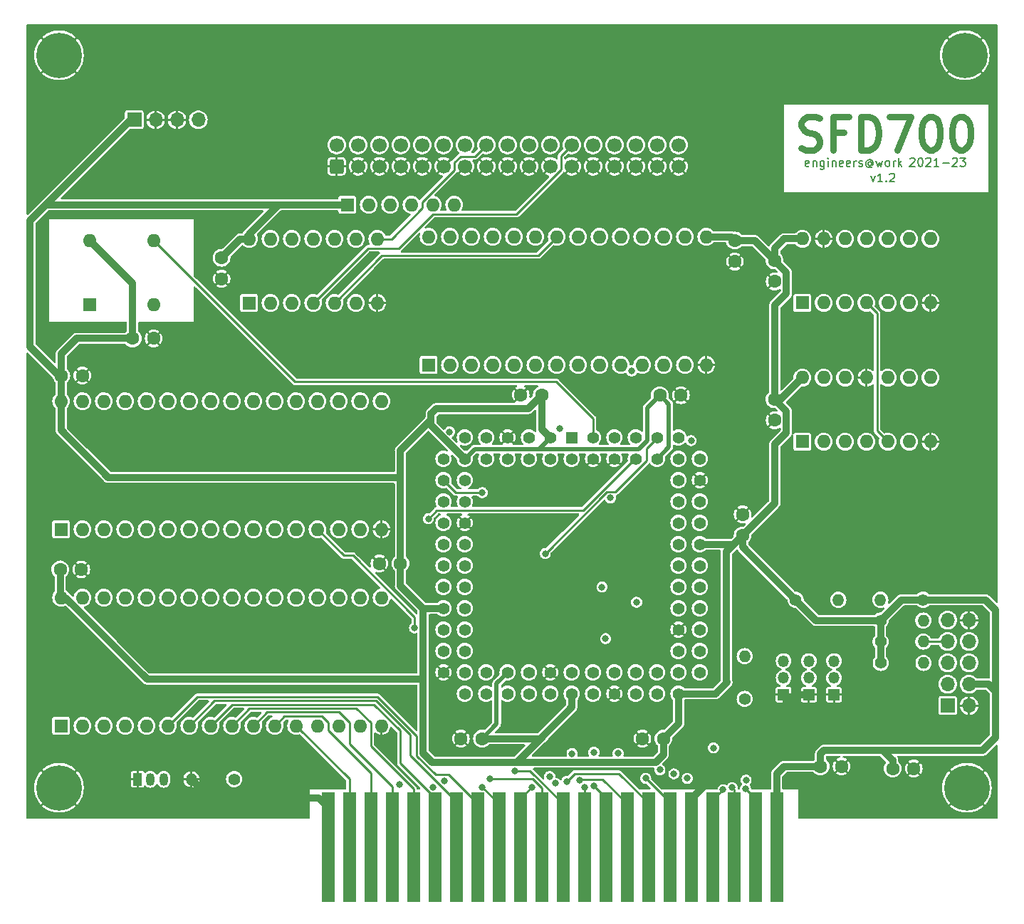
<source format=gbr>
G04 #@! TF.GenerationSoftware,KiCad,Pcbnew,(7.0.0-0)*
G04 #@! TF.CreationDate,2023-07-27T10:02:38+01:00*
G04 #@! TF.ProjectId,SFD700,53464437-3030-42e6-9b69-6361645f7063,rev?*
G04 #@! TF.SameCoordinates,Original*
G04 #@! TF.FileFunction,Copper,L1,Top*
G04 #@! TF.FilePolarity,Positive*
%FSLAX46Y46*%
G04 Gerber Fmt 4.6, Leading zero omitted, Abs format (unit mm)*
G04 Created by KiCad (PCBNEW (7.0.0-0)) date 2023-07-27 10:02:38*
%MOMM*%
%LPD*%
G01*
G04 APERTURE LIST*
G04 Aperture macros list*
%AMRoundRect*
0 Rectangle with rounded corners*
0 $1 Rounding radius*
0 $2 $3 $4 $5 $6 $7 $8 $9 X,Y pos of 4 corners*
0 Add a 4 corners polygon primitive as box body*
4,1,4,$2,$3,$4,$5,$6,$7,$8,$9,$2,$3,0*
0 Add four circle primitives for the rounded corners*
1,1,$1+$1,$2,$3*
1,1,$1+$1,$4,$5*
1,1,$1+$1,$6,$7*
1,1,$1+$1,$8,$9*
0 Add four rect primitives between the rounded corners*
20,1,$1+$1,$2,$3,$4,$5,0*
20,1,$1+$1,$4,$5,$6,$7,0*
20,1,$1+$1,$6,$7,$8,$9,0*
20,1,$1+$1,$8,$9,$2,$3,0*%
G04 Aperture macros list end*
%ADD10C,0.200000*%
G04 #@! TA.AperFunction,NonConductor*
%ADD11C,0.200000*%
G04 #@! TD*
%ADD12C,0.750000*%
G04 #@! TA.AperFunction,NonConductor*
%ADD13C,0.750000*%
G04 #@! TD*
G04 #@! TA.AperFunction,ComponentPad*
%ADD14R,1.700000X1.700000*%
G04 #@! TD*
G04 #@! TA.AperFunction,ComponentPad*
%ADD15O,1.700000X1.700000*%
G04 #@! TD*
G04 #@! TA.AperFunction,ComponentPad*
%ADD16C,1.600000*%
G04 #@! TD*
G04 #@! TA.AperFunction,ComponentPad*
%ADD17R,1.350000X1.350000*%
G04 #@! TD*
G04 #@! TA.AperFunction,ComponentPad*
%ADD18O,1.350000X1.350000*%
G04 #@! TD*
G04 #@! TA.AperFunction,ComponentPad*
%ADD19R,1.600000X1.600000*%
G04 #@! TD*
G04 #@! TA.AperFunction,ComponentPad*
%ADD20O,1.600000X1.600000*%
G04 #@! TD*
G04 #@! TA.AperFunction,ComponentPad*
%ADD21O,1.400000X1.400000*%
G04 #@! TD*
G04 #@! TA.AperFunction,ComponentPad*
%ADD22C,1.400000*%
G04 #@! TD*
G04 #@! TA.AperFunction,ComponentPad*
%ADD23C,1.422400*%
G04 #@! TD*
G04 #@! TA.AperFunction,ComponentPad*
%ADD24R,1.422400X1.422400*%
G04 #@! TD*
G04 #@! TA.AperFunction,ConnectorPad*
%ADD25R,1.500000X13.000000*%
G04 #@! TD*
G04 #@! TA.AperFunction,ComponentPad*
%ADD26C,5.400000*%
G04 #@! TD*
G04 #@! TA.AperFunction,ComponentPad*
%ADD27R,1.050000X1.500000*%
G04 #@! TD*
G04 #@! TA.AperFunction,ComponentPad*
%ADD28O,1.050000X1.500000*%
G04 #@! TD*
G04 #@! TA.AperFunction,ComponentPad*
%ADD29RoundRect,0.250000X0.600000X-0.600000X0.600000X0.600000X-0.600000X0.600000X-0.600000X-0.600000X0*%
G04 #@! TD*
G04 #@! TA.AperFunction,ComponentPad*
%ADD30C,1.700000*%
G04 #@! TD*
G04 #@! TA.AperFunction,ViaPad*
%ADD31C,0.800000*%
G04 #@! TD*
G04 #@! TA.AperFunction,Conductor*
%ADD32C,0.254000*%
G04 #@! TD*
G04 #@! TA.AperFunction,Conductor*
%ADD33C,0.812800*%
G04 #@! TD*
G04 #@! TA.AperFunction,Conductor*
%ADD34C,0.250000*%
G04 #@! TD*
G04 #@! TA.AperFunction,Conductor*
%ADD35C,0.508000*%
G04 #@! TD*
G04 #@! TA.AperFunction,Conductor*
%ADD36C,0.500000*%
G04 #@! TD*
G04 APERTURE END LIST*
D10*
D11*
X193301485Y-57114161D02*
X193206247Y-57161780D01*
X193206247Y-57161780D02*
X193015771Y-57161780D01*
X193015771Y-57161780D02*
X192920533Y-57114161D01*
X192920533Y-57114161D02*
X192872914Y-57018923D01*
X192872914Y-57018923D02*
X192872914Y-56637971D01*
X192872914Y-56637971D02*
X192920533Y-56542733D01*
X192920533Y-56542733D02*
X193015771Y-56495114D01*
X193015771Y-56495114D02*
X193206247Y-56495114D01*
X193206247Y-56495114D02*
X193301485Y-56542733D01*
X193301485Y-56542733D02*
X193349104Y-56637971D01*
X193349104Y-56637971D02*
X193349104Y-56733209D01*
X193349104Y-56733209D02*
X192872914Y-56828447D01*
X193777676Y-56495114D02*
X193777676Y-57161780D01*
X193777676Y-56590352D02*
X193825295Y-56542733D01*
X193825295Y-56542733D02*
X193920533Y-56495114D01*
X193920533Y-56495114D02*
X194063390Y-56495114D01*
X194063390Y-56495114D02*
X194158628Y-56542733D01*
X194158628Y-56542733D02*
X194206247Y-56637971D01*
X194206247Y-56637971D02*
X194206247Y-57161780D01*
X195111009Y-56495114D02*
X195111009Y-57304638D01*
X195111009Y-57304638D02*
X195063390Y-57399876D01*
X195063390Y-57399876D02*
X195015771Y-57447495D01*
X195015771Y-57447495D02*
X194920533Y-57495114D01*
X194920533Y-57495114D02*
X194777676Y-57495114D01*
X194777676Y-57495114D02*
X194682438Y-57447495D01*
X195111009Y-57114161D02*
X195015771Y-57161780D01*
X195015771Y-57161780D02*
X194825295Y-57161780D01*
X194825295Y-57161780D02*
X194730057Y-57114161D01*
X194730057Y-57114161D02*
X194682438Y-57066542D01*
X194682438Y-57066542D02*
X194634819Y-56971304D01*
X194634819Y-56971304D02*
X194634819Y-56685590D01*
X194634819Y-56685590D02*
X194682438Y-56590352D01*
X194682438Y-56590352D02*
X194730057Y-56542733D01*
X194730057Y-56542733D02*
X194825295Y-56495114D01*
X194825295Y-56495114D02*
X195015771Y-56495114D01*
X195015771Y-56495114D02*
X195111009Y-56542733D01*
X195587200Y-57161780D02*
X195587200Y-56495114D01*
X195587200Y-56161780D02*
X195539581Y-56209400D01*
X195539581Y-56209400D02*
X195587200Y-56257019D01*
X195587200Y-56257019D02*
X195634819Y-56209400D01*
X195634819Y-56209400D02*
X195587200Y-56161780D01*
X195587200Y-56161780D02*
X195587200Y-56257019D01*
X196063390Y-56495114D02*
X196063390Y-57161780D01*
X196063390Y-56590352D02*
X196111009Y-56542733D01*
X196111009Y-56542733D02*
X196206247Y-56495114D01*
X196206247Y-56495114D02*
X196349104Y-56495114D01*
X196349104Y-56495114D02*
X196444342Y-56542733D01*
X196444342Y-56542733D02*
X196491961Y-56637971D01*
X196491961Y-56637971D02*
X196491961Y-57161780D01*
X197349104Y-57114161D02*
X197253866Y-57161780D01*
X197253866Y-57161780D02*
X197063390Y-57161780D01*
X197063390Y-57161780D02*
X196968152Y-57114161D01*
X196968152Y-57114161D02*
X196920533Y-57018923D01*
X196920533Y-57018923D02*
X196920533Y-56637971D01*
X196920533Y-56637971D02*
X196968152Y-56542733D01*
X196968152Y-56542733D02*
X197063390Y-56495114D01*
X197063390Y-56495114D02*
X197253866Y-56495114D01*
X197253866Y-56495114D02*
X197349104Y-56542733D01*
X197349104Y-56542733D02*
X197396723Y-56637971D01*
X197396723Y-56637971D02*
X197396723Y-56733209D01*
X197396723Y-56733209D02*
X196920533Y-56828447D01*
X198206247Y-57114161D02*
X198111009Y-57161780D01*
X198111009Y-57161780D02*
X197920533Y-57161780D01*
X197920533Y-57161780D02*
X197825295Y-57114161D01*
X197825295Y-57114161D02*
X197777676Y-57018923D01*
X197777676Y-57018923D02*
X197777676Y-56637971D01*
X197777676Y-56637971D02*
X197825295Y-56542733D01*
X197825295Y-56542733D02*
X197920533Y-56495114D01*
X197920533Y-56495114D02*
X198111009Y-56495114D01*
X198111009Y-56495114D02*
X198206247Y-56542733D01*
X198206247Y-56542733D02*
X198253866Y-56637971D01*
X198253866Y-56637971D02*
X198253866Y-56733209D01*
X198253866Y-56733209D02*
X197777676Y-56828447D01*
X198682438Y-57161780D02*
X198682438Y-56495114D01*
X198682438Y-56685590D02*
X198730057Y-56590352D01*
X198730057Y-56590352D02*
X198777676Y-56542733D01*
X198777676Y-56542733D02*
X198872914Y-56495114D01*
X198872914Y-56495114D02*
X198968152Y-56495114D01*
X199253867Y-57114161D02*
X199349105Y-57161780D01*
X199349105Y-57161780D02*
X199539581Y-57161780D01*
X199539581Y-57161780D02*
X199634819Y-57114161D01*
X199634819Y-57114161D02*
X199682438Y-57018923D01*
X199682438Y-57018923D02*
X199682438Y-56971304D01*
X199682438Y-56971304D02*
X199634819Y-56876066D01*
X199634819Y-56876066D02*
X199539581Y-56828447D01*
X199539581Y-56828447D02*
X199396724Y-56828447D01*
X199396724Y-56828447D02*
X199301486Y-56780828D01*
X199301486Y-56780828D02*
X199253867Y-56685590D01*
X199253867Y-56685590D02*
X199253867Y-56637971D01*
X199253867Y-56637971D02*
X199301486Y-56542733D01*
X199301486Y-56542733D02*
X199396724Y-56495114D01*
X199396724Y-56495114D02*
X199539581Y-56495114D01*
X199539581Y-56495114D02*
X199634819Y-56542733D01*
X200730057Y-56685590D02*
X200682438Y-56637971D01*
X200682438Y-56637971D02*
X200587200Y-56590352D01*
X200587200Y-56590352D02*
X200491962Y-56590352D01*
X200491962Y-56590352D02*
X200396724Y-56637971D01*
X200396724Y-56637971D02*
X200349105Y-56685590D01*
X200349105Y-56685590D02*
X200301486Y-56780828D01*
X200301486Y-56780828D02*
X200301486Y-56876066D01*
X200301486Y-56876066D02*
X200349105Y-56971304D01*
X200349105Y-56971304D02*
X200396724Y-57018923D01*
X200396724Y-57018923D02*
X200491962Y-57066542D01*
X200491962Y-57066542D02*
X200587200Y-57066542D01*
X200587200Y-57066542D02*
X200682438Y-57018923D01*
X200682438Y-57018923D02*
X200730057Y-56971304D01*
X200730057Y-56590352D02*
X200730057Y-56971304D01*
X200730057Y-56971304D02*
X200777676Y-57018923D01*
X200777676Y-57018923D02*
X200825295Y-57018923D01*
X200825295Y-57018923D02*
X200920534Y-56971304D01*
X200920534Y-56971304D02*
X200968153Y-56876066D01*
X200968153Y-56876066D02*
X200968153Y-56637971D01*
X200968153Y-56637971D02*
X200872915Y-56495114D01*
X200872915Y-56495114D02*
X200730057Y-56399876D01*
X200730057Y-56399876D02*
X200539581Y-56352257D01*
X200539581Y-56352257D02*
X200349105Y-56399876D01*
X200349105Y-56399876D02*
X200206248Y-56495114D01*
X200206248Y-56495114D02*
X200111010Y-56637971D01*
X200111010Y-56637971D02*
X200063391Y-56828447D01*
X200063391Y-56828447D02*
X200111010Y-57018923D01*
X200111010Y-57018923D02*
X200206248Y-57161780D01*
X200206248Y-57161780D02*
X200349105Y-57257019D01*
X200349105Y-57257019D02*
X200539581Y-57304638D01*
X200539581Y-57304638D02*
X200730057Y-57257019D01*
X200730057Y-57257019D02*
X200872915Y-57161780D01*
X201301486Y-56495114D02*
X201491962Y-57161780D01*
X201491962Y-57161780D02*
X201682438Y-56685590D01*
X201682438Y-56685590D02*
X201872914Y-57161780D01*
X201872914Y-57161780D02*
X202063390Y-56495114D01*
X202587200Y-57161780D02*
X202491962Y-57114161D01*
X202491962Y-57114161D02*
X202444343Y-57066542D01*
X202444343Y-57066542D02*
X202396724Y-56971304D01*
X202396724Y-56971304D02*
X202396724Y-56685590D01*
X202396724Y-56685590D02*
X202444343Y-56590352D01*
X202444343Y-56590352D02*
X202491962Y-56542733D01*
X202491962Y-56542733D02*
X202587200Y-56495114D01*
X202587200Y-56495114D02*
X202730057Y-56495114D01*
X202730057Y-56495114D02*
X202825295Y-56542733D01*
X202825295Y-56542733D02*
X202872914Y-56590352D01*
X202872914Y-56590352D02*
X202920533Y-56685590D01*
X202920533Y-56685590D02*
X202920533Y-56971304D01*
X202920533Y-56971304D02*
X202872914Y-57066542D01*
X202872914Y-57066542D02*
X202825295Y-57114161D01*
X202825295Y-57114161D02*
X202730057Y-57161780D01*
X202730057Y-57161780D02*
X202587200Y-57161780D01*
X203349105Y-57161780D02*
X203349105Y-56495114D01*
X203349105Y-56685590D02*
X203396724Y-56590352D01*
X203396724Y-56590352D02*
X203444343Y-56542733D01*
X203444343Y-56542733D02*
X203539581Y-56495114D01*
X203539581Y-56495114D02*
X203634819Y-56495114D01*
X203968153Y-57161780D02*
X203968153Y-56161780D01*
X204063391Y-56780828D02*
X204349105Y-57161780D01*
X204349105Y-56495114D02*
X203968153Y-56876066D01*
X205330058Y-56257019D02*
X205377677Y-56209400D01*
X205377677Y-56209400D02*
X205472915Y-56161780D01*
X205472915Y-56161780D02*
X205711010Y-56161780D01*
X205711010Y-56161780D02*
X205806248Y-56209400D01*
X205806248Y-56209400D02*
X205853867Y-56257019D01*
X205853867Y-56257019D02*
X205901486Y-56352257D01*
X205901486Y-56352257D02*
X205901486Y-56447495D01*
X205901486Y-56447495D02*
X205853867Y-56590352D01*
X205853867Y-56590352D02*
X205282439Y-57161780D01*
X205282439Y-57161780D02*
X205901486Y-57161780D01*
X206520534Y-56161780D02*
X206615772Y-56161780D01*
X206615772Y-56161780D02*
X206711010Y-56209400D01*
X206711010Y-56209400D02*
X206758629Y-56257019D01*
X206758629Y-56257019D02*
X206806248Y-56352257D01*
X206806248Y-56352257D02*
X206853867Y-56542733D01*
X206853867Y-56542733D02*
X206853867Y-56780828D01*
X206853867Y-56780828D02*
X206806248Y-56971304D01*
X206806248Y-56971304D02*
X206758629Y-57066542D01*
X206758629Y-57066542D02*
X206711010Y-57114161D01*
X206711010Y-57114161D02*
X206615772Y-57161780D01*
X206615772Y-57161780D02*
X206520534Y-57161780D01*
X206520534Y-57161780D02*
X206425296Y-57114161D01*
X206425296Y-57114161D02*
X206377677Y-57066542D01*
X206377677Y-57066542D02*
X206330058Y-56971304D01*
X206330058Y-56971304D02*
X206282439Y-56780828D01*
X206282439Y-56780828D02*
X206282439Y-56542733D01*
X206282439Y-56542733D02*
X206330058Y-56352257D01*
X206330058Y-56352257D02*
X206377677Y-56257019D01*
X206377677Y-56257019D02*
X206425296Y-56209400D01*
X206425296Y-56209400D02*
X206520534Y-56161780D01*
X207234820Y-56257019D02*
X207282439Y-56209400D01*
X207282439Y-56209400D02*
X207377677Y-56161780D01*
X207377677Y-56161780D02*
X207615772Y-56161780D01*
X207615772Y-56161780D02*
X207711010Y-56209400D01*
X207711010Y-56209400D02*
X207758629Y-56257019D01*
X207758629Y-56257019D02*
X207806248Y-56352257D01*
X207806248Y-56352257D02*
X207806248Y-56447495D01*
X207806248Y-56447495D02*
X207758629Y-56590352D01*
X207758629Y-56590352D02*
X207187201Y-57161780D01*
X207187201Y-57161780D02*
X207806248Y-57161780D01*
X208758629Y-57161780D02*
X208187201Y-57161780D01*
X208472915Y-57161780D02*
X208472915Y-56161780D01*
X208472915Y-56161780D02*
X208377677Y-56304638D01*
X208377677Y-56304638D02*
X208282439Y-56399876D01*
X208282439Y-56399876D02*
X208187201Y-56447495D01*
X209187201Y-56780828D02*
X209949106Y-56780828D01*
X210377677Y-56257019D02*
X210425296Y-56209400D01*
X210425296Y-56209400D02*
X210520534Y-56161780D01*
X210520534Y-56161780D02*
X210758629Y-56161780D01*
X210758629Y-56161780D02*
X210853867Y-56209400D01*
X210853867Y-56209400D02*
X210901486Y-56257019D01*
X210901486Y-56257019D02*
X210949105Y-56352257D01*
X210949105Y-56352257D02*
X210949105Y-56447495D01*
X210949105Y-56447495D02*
X210901486Y-56590352D01*
X210901486Y-56590352D02*
X210330058Y-57161780D01*
X210330058Y-57161780D02*
X210949105Y-57161780D01*
X211282439Y-56161780D02*
X211901486Y-56161780D01*
X211901486Y-56161780D02*
X211568153Y-56542733D01*
X211568153Y-56542733D02*
X211711010Y-56542733D01*
X211711010Y-56542733D02*
X211806248Y-56590352D01*
X211806248Y-56590352D02*
X211853867Y-56637971D01*
X211853867Y-56637971D02*
X211901486Y-56733209D01*
X211901486Y-56733209D02*
X211901486Y-56971304D01*
X211901486Y-56971304D02*
X211853867Y-57066542D01*
X211853867Y-57066542D02*
X211806248Y-57114161D01*
X211806248Y-57114161D02*
X211711010Y-57161780D01*
X211711010Y-57161780D02*
X211425296Y-57161780D01*
X211425296Y-57161780D02*
X211330058Y-57114161D01*
X211330058Y-57114161D02*
X211282439Y-57066542D01*
D12*
D13*
X192420542Y-55025447D02*
X192963399Y-55215923D01*
X192963399Y-55215923D02*
X193868161Y-55215923D01*
X193868161Y-55215923D02*
X194230066Y-55025447D01*
X194230066Y-55025447D02*
X194411018Y-54834971D01*
X194411018Y-54834971D02*
X194591971Y-54454019D01*
X194591971Y-54454019D02*
X194591971Y-54073066D01*
X194591971Y-54073066D02*
X194411018Y-53692114D01*
X194411018Y-53692114D02*
X194230066Y-53501638D01*
X194230066Y-53501638D02*
X193868161Y-53311161D01*
X193868161Y-53311161D02*
X193144352Y-53120685D01*
X193144352Y-53120685D02*
X192782447Y-52930209D01*
X192782447Y-52930209D02*
X192601494Y-52739733D01*
X192601494Y-52739733D02*
X192420542Y-52358780D01*
X192420542Y-52358780D02*
X192420542Y-51977828D01*
X192420542Y-51977828D02*
X192601494Y-51596876D01*
X192601494Y-51596876D02*
X192782447Y-51406400D01*
X192782447Y-51406400D02*
X193144352Y-51215923D01*
X193144352Y-51215923D02*
X194049113Y-51215923D01*
X194049113Y-51215923D02*
X194591971Y-51406400D01*
X197487209Y-53120685D02*
X196220542Y-53120685D01*
X196220542Y-55215923D02*
X196220542Y-51215923D01*
X196220542Y-51215923D02*
X198030066Y-51215923D01*
X199477685Y-55215923D02*
X199477685Y-51215923D01*
X199477685Y-51215923D02*
X200382447Y-51215923D01*
X200382447Y-51215923D02*
X200925304Y-51406400D01*
X200925304Y-51406400D02*
X201287209Y-51787352D01*
X201287209Y-51787352D02*
X201468162Y-52168304D01*
X201468162Y-52168304D02*
X201649114Y-52930209D01*
X201649114Y-52930209D02*
X201649114Y-53501638D01*
X201649114Y-53501638D02*
X201468162Y-54263542D01*
X201468162Y-54263542D02*
X201287209Y-54644495D01*
X201287209Y-54644495D02*
X200925304Y-55025447D01*
X200925304Y-55025447D02*
X200382447Y-55215923D01*
X200382447Y-55215923D02*
X199477685Y-55215923D01*
X202915781Y-51215923D02*
X205449114Y-51215923D01*
X205449114Y-51215923D02*
X203820543Y-55215923D01*
X207620543Y-51215923D02*
X207982448Y-51215923D01*
X207982448Y-51215923D02*
X208344352Y-51406400D01*
X208344352Y-51406400D02*
X208525305Y-51596876D01*
X208525305Y-51596876D02*
X208706257Y-51977828D01*
X208706257Y-51977828D02*
X208887210Y-52739733D01*
X208887210Y-52739733D02*
X208887210Y-53692114D01*
X208887210Y-53692114D02*
X208706257Y-54454019D01*
X208706257Y-54454019D02*
X208525305Y-54834971D01*
X208525305Y-54834971D02*
X208344352Y-55025447D01*
X208344352Y-55025447D02*
X207982448Y-55215923D01*
X207982448Y-55215923D02*
X207620543Y-55215923D01*
X207620543Y-55215923D02*
X207258638Y-55025447D01*
X207258638Y-55025447D02*
X207077686Y-54834971D01*
X207077686Y-54834971D02*
X206896733Y-54454019D01*
X206896733Y-54454019D02*
X206715781Y-53692114D01*
X206715781Y-53692114D02*
X206715781Y-52739733D01*
X206715781Y-52739733D02*
X206896733Y-51977828D01*
X206896733Y-51977828D02*
X207077686Y-51596876D01*
X207077686Y-51596876D02*
X207258638Y-51406400D01*
X207258638Y-51406400D02*
X207620543Y-51215923D01*
X211239591Y-51215923D02*
X211601496Y-51215923D01*
X211601496Y-51215923D02*
X211963400Y-51406400D01*
X211963400Y-51406400D02*
X212144353Y-51596876D01*
X212144353Y-51596876D02*
X212325305Y-51977828D01*
X212325305Y-51977828D02*
X212506258Y-52739733D01*
X212506258Y-52739733D02*
X212506258Y-53692114D01*
X212506258Y-53692114D02*
X212325305Y-54454019D01*
X212325305Y-54454019D02*
X212144353Y-54834971D01*
X212144353Y-54834971D02*
X211963400Y-55025447D01*
X211963400Y-55025447D02*
X211601496Y-55215923D01*
X211601496Y-55215923D02*
X211239591Y-55215923D01*
X211239591Y-55215923D02*
X210877686Y-55025447D01*
X210877686Y-55025447D02*
X210696734Y-54834971D01*
X210696734Y-54834971D02*
X210515781Y-54454019D01*
X210515781Y-54454019D02*
X210334829Y-53692114D01*
X210334829Y-53692114D02*
X210334829Y-52739733D01*
X210334829Y-52739733D02*
X210515781Y-51977828D01*
X210515781Y-51977828D02*
X210696734Y-51596876D01*
X210696734Y-51596876D02*
X210877686Y-51406400D01*
X210877686Y-51406400D02*
X211239591Y-51215923D01*
D10*
D11*
X200679229Y-58323914D02*
X200917324Y-58990580D01*
X200917324Y-58990580D02*
X201155419Y-58323914D01*
X202060181Y-58990580D02*
X201488753Y-58990580D01*
X201774467Y-58990580D02*
X201774467Y-57990580D01*
X201774467Y-57990580D02*
X201679229Y-58133438D01*
X201679229Y-58133438D02*
X201583991Y-58228676D01*
X201583991Y-58228676D02*
X201488753Y-58276295D01*
X202488753Y-58895342D02*
X202536372Y-58942961D01*
X202536372Y-58942961D02*
X202488753Y-58990580D01*
X202488753Y-58990580D02*
X202441134Y-58942961D01*
X202441134Y-58942961D02*
X202488753Y-58895342D01*
X202488753Y-58895342D02*
X202488753Y-58990580D01*
X202917324Y-58085819D02*
X202964943Y-58038200D01*
X202964943Y-58038200D02*
X203060181Y-57990580D01*
X203060181Y-57990580D02*
X203298276Y-57990580D01*
X203298276Y-57990580D02*
X203393514Y-58038200D01*
X203393514Y-58038200D02*
X203441133Y-58085819D01*
X203441133Y-58085819D02*
X203488752Y-58181057D01*
X203488752Y-58181057D02*
X203488752Y-58276295D01*
X203488752Y-58276295D02*
X203441133Y-58419152D01*
X203441133Y-58419152D02*
X202869705Y-58990580D01*
X202869705Y-58990580D02*
X203488752Y-58990580D01*
D14*
X113090799Y-51618999D03*
D15*
X115630799Y-51618999D03*
X118170799Y-51618999D03*
X120710799Y-51618999D03*
D16*
X194685600Y-128524000D03*
X197185600Y-128524000D03*
X112897600Y-77622400D03*
X115397600Y-77622400D03*
X184505600Y-68478400D03*
X184505600Y-65978400D03*
D17*
X196291199Y-119989599D03*
D18*
X196291199Y-117989599D03*
X196291199Y-115989599D03*
D19*
X104393999Y-100329999D03*
D20*
X106933999Y-100329999D03*
X109473999Y-100329999D03*
X112013999Y-100329999D03*
X114553999Y-100329999D03*
X117093999Y-100329999D03*
X119633999Y-100329999D03*
X122173999Y-100329999D03*
X124713999Y-100329999D03*
X127253999Y-100329999D03*
X129793999Y-100329999D03*
X132333999Y-100329999D03*
X134873999Y-100329999D03*
X137413999Y-100329999D03*
X139953999Y-100329999D03*
X142493999Y-100329999D03*
X142493999Y-85089999D03*
X139953999Y-85089999D03*
X137413999Y-85089999D03*
X134873999Y-85089999D03*
X132333999Y-85089999D03*
X129793999Y-85089999D03*
X127253999Y-85089999D03*
X124713999Y-85089999D03*
X122173999Y-85089999D03*
X119633999Y-85089999D03*
X117093999Y-85089999D03*
X114553999Y-85089999D03*
X112013999Y-85089999D03*
X109473999Y-85089999D03*
X106933999Y-85089999D03*
X104393999Y-85089999D03*
D21*
X201802999Y-108711999D03*
D22*
X206883000Y-108712000D03*
D21*
X206933799Y-116230399D03*
D22*
X201853800Y-116230400D03*
D21*
X206908399Y-111175799D03*
D22*
X201828400Y-111175800D03*
D21*
X206908399Y-113690399D03*
D22*
X201828400Y-113690400D03*
D16*
X104414000Y-82042000D03*
X106914000Y-82042000D03*
X123469400Y-68021200D03*
X123469400Y-70521200D03*
D20*
X148091999Y-65536999D03*
X150631999Y-65536999D03*
X153171999Y-65536999D03*
X155711999Y-65536999D03*
X158251999Y-65536999D03*
X160791999Y-65536999D03*
X163331999Y-65536999D03*
X165871999Y-65536999D03*
X168411999Y-65536999D03*
X170951999Y-65536999D03*
X173491999Y-65536999D03*
X176031999Y-65536999D03*
X178571999Y-65536999D03*
X181111999Y-65536999D03*
X181111999Y-80776999D03*
X178571999Y-80776999D03*
X176031999Y-80776999D03*
X173491999Y-80776999D03*
X170951999Y-80776999D03*
X168411999Y-80776999D03*
X165871999Y-80776999D03*
X163331999Y-80776999D03*
X160791999Y-80776999D03*
X158251999Y-80776999D03*
X155711999Y-80776999D03*
X153171999Y-80776999D03*
X150631999Y-80776999D03*
D19*
X148091999Y-80776999D03*
X104393999Y-123702999D03*
D20*
X106933999Y-123702999D03*
X109473999Y-123702999D03*
X112013999Y-123702999D03*
X114553999Y-123702999D03*
X117093999Y-123702999D03*
X119633999Y-123702999D03*
X122173999Y-123702999D03*
X124713999Y-123702999D03*
X127253999Y-123702999D03*
X129793999Y-123702999D03*
X132333999Y-123702999D03*
X134873999Y-123702999D03*
X137413999Y-123702999D03*
X139953999Y-123702999D03*
X142493999Y-123702999D03*
X142493999Y-108462999D03*
X139953999Y-108462999D03*
X137413999Y-108462999D03*
X134873999Y-108462999D03*
X132333999Y-108462999D03*
X129793999Y-108462999D03*
X127253999Y-108462999D03*
X124713999Y-108462999D03*
X122173999Y-108462999D03*
X119633999Y-108462999D03*
X117093999Y-108462999D03*
X114553999Y-108462999D03*
X112013999Y-108462999D03*
X109473999Y-108462999D03*
X106933999Y-108462999D03*
X104393999Y-108462999D03*
D16*
X189225000Y-84866000D03*
X189225000Y-87366000D03*
X189225000Y-68356000D03*
X189225000Y-70856000D03*
X176002000Y-125222000D03*
X173502000Y-125222000D03*
X185420000Y-101052000D03*
X185420000Y-98552000D03*
X154432000Y-125222000D03*
X151932000Y-125222000D03*
X161544000Y-84328000D03*
X159044000Y-84328000D03*
X175584800Y-84378800D03*
X178084800Y-84378800D03*
D15*
X212343999Y-111124999D03*
X209803999Y-111124999D03*
X212343999Y-113664999D03*
X209803999Y-113664999D03*
X212343999Y-116204999D03*
X209803999Y-116204999D03*
X212343999Y-118744999D03*
X209803999Y-118744999D03*
X212343999Y-121284999D03*
D14*
X209803999Y-121284999D03*
D21*
X185673999Y-115417599D03*
D22*
X185674000Y-120497600D03*
D21*
X119887999Y-130047999D03*
D22*
X124968000Y-130048000D03*
D19*
X138429999Y-61721999D03*
D20*
X140969999Y-61721999D03*
X143509999Y-61721999D03*
X146049999Y-61721999D03*
X148589999Y-61721999D03*
X151129999Y-61721999D03*
D19*
X192526999Y-73395999D03*
D20*
X195066999Y-73395999D03*
X197606999Y-73395999D03*
X200146999Y-73395999D03*
X202686999Y-73395999D03*
X205226999Y-73395999D03*
X207766999Y-73395999D03*
X207766999Y-65775999D03*
X205226999Y-65775999D03*
X202686999Y-65775999D03*
X200146999Y-65775999D03*
X197606999Y-65775999D03*
X195066999Y-65775999D03*
X192526999Y-65775999D03*
D19*
X192526999Y-89905999D03*
D20*
X195066999Y-89905999D03*
X197606999Y-89905999D03*
X200146999Y-89905999D03*
X202686999Y-89905999D03*
X205226999Y-89905999D03*
X207766999Y-89905999D03*
X207766999Y-82285999D03*
X205226999Y-82285999D03*
X202686999Y-82285999D03*
X200146999Y-82285999D03*
X197606999Y-82285999D03*
X195066999Y-82285999D03*
X192526999Y-82285999D03*
D23*
X167640000Y-91948000D03*
X167640000Y-89408000D03*
X170180000Y-91948000D03*
X170180000Y-89408000D03*
X172720000Y-91948000D03*
X172720000Y-89408000D03*
X175260000Y-91948000D03*
X175260000Y-89408000D03*
X177800000Y-91948000D03*
X177800000Y-89408000D03*
X180340000Y-91948000D03*
X177800000Y-94488000D03*
X180340000Y-94488000D03*
X177800000Y-97028000D03*
X180340000Y-97028000D03*
X177800000Y-99568000D03*
X180340000Y-99568000D03*
X177800000Y-102108000D03*
X180340000Y-102108000D03*
X177800000Y-104648000D03*
X180340000Y-104648000D03*
X177800000Y-107188000D03*
X180340000Y-107188000D03*
X177800000Y-109728000D03*
X180340000Y-109728000D03*
X177800000Y-112268000D03*
X180340000Y-112268000D03*
X177800000Y-114808000D03*
X180340000Y-114808000D03*
X177800000Y-117348000D03*
X180340000Y-117348000D03*
X177800000Y-119888000D03*
X175260000Y-117348000D03*
X175260000Y-119888000D03*
X172720000Y-117348000D03*
X172720000Y-119888000D03*
X170180000Y-117348000D03*
X170180000Y-119888000D03*
X167640000Y-117348000D03*
X167640000Y-119888000D03*
X165100000Y-117348000D03*
X165100000Y-119888000D03*
X162560000Y-117348000D03*
X162560000Y-119888000D03*
X160020000Y-117348000D03*
X160020000Y-119888000D03*
X157480000Y-117348000D03*
X157480000Y-119888000D03*
X154940000Y-117348000D03*
X154940000Y-119888000D03*
X152400000Y-117348000D03*
X152400000Y-119888000D03*
X149860000Y-117348000D03*
X152400000Y-114808000D03*
X149860000Y-114808000D03*
X152400000Y-112268000D03*
X149860000Y-112268000D03*
X152400000Y-109728000D03*
X149860000Y-109728000D03*
X152400000Y-107188000D03*
X149860000Y-107188000D03*
X152400000Y-104648000D03*
X149860000Y-104648000D03*
X152400000Y-102108000D03*
X149860000Y-102108000D03*
X152400000Y-99568000D03*
X149860000Y-99568000D03*
X152400000Y-97028000D03*
X149860000Y-97028000D03*
X152400000Y-94488000D03*
X149860000Y-94488000D03*
X152400000Y-91948000D03*
X149860000Y-91948000D03*
X152400000Y-89408000D03*
X154940000Y-91948000D03*
X154940000Y-89408000D03*
X157480000Y-91948000D03*
X157480000Y-89408000D03*
X160020000Y-91948000D03*
X160020000Y-89408000D03*
X162560000Y-91948000D03*
X162560000Y-89408000D03*
X165100000Y-91948000D03*
D24*
X165099999Y-89407999D03*
D25*
X189469999Y-138153199D03*
X186929999Y-138153199D03*
X184389999Y-138153199D03*
X181849999Y-138153199D03*
X179309999Y-138153199D03*
X176769999Y-138153199D03*
X174229999Y-138153199D03*
X171689999Y-138153199D03*
X169149999Y-138153199D03*
X166609999Y-138153199D03*
X164069999Y-138153199D03*
X161529999Y-138153199D03*
X158989999Y-138153199D03*
X156449999Y-138153199D03*
X153909999Y-138153199D03*
X151369999Y-138153199D03*
X148829999Y-138153199D03*
X146289999Y-138153199D03*
X143749999Y-138153199D03*
X141209999Y-138153199D03*
X138669999Y-138153199D03*
X136129999Y-138153199D03*
D16*
X144740000Y-104394000D03*
X142240000Y-104394000D03*
D26*
X104140000Y-131064000D03*
D16*
X203270800Y-128778000D03*
X205770800Y-128778000D03*
D17*
X190296799Y-119991999D03*
D18*
X190296799Y-117991999D03*
X190296799Y-115991999D03*
D17*
X193296799Y-119991999D03*
D18*
X193296799Y-117991999D03*
X193296799Y-115991999D03*
D20*
X107779999Y-65971999D03*
X115399999Y-65971999D03*
X115399999Y-73591999D03*
D19*
X107779999Y-73591999D03*
D21*
X196799199Y-108711999D03*
D22*
X191719200Y-108712000D03*
D26*
X212090000Y-131064000D03*
D27*
X113487199Y-130047999D03*
D28*
X115011199Y-130047999D03*
X116585999Y-130047999D03*
D16*
X104292400Y-105105200D03*
X106792400Y-105105200D03*
D26*
X104140000Y-43942000D03*
X211836000Y-43942000D03*
D29*
X137160000Y-57150000D03*
D30*
X137160000Y-54610000D03*
X139700000Y-57150000D03*
X139700000Y-54610000D03*
X142240000Y-57150000D03*
X142240000Y-54610000D03*
X144780000Y-57150000D03*
X144780000Y-54610000D03*
X147320000Y-57150000D03*
X147320000Y-54610000D03*
X149860000Y-57150000D03*
X149860000Y-54610000D03*
X152400000Y-57150000D03*
X152400000Y-54610000D03*
X154940000Y-57150000D03*
X154940000Y-54610000D03*
X157480000Y-57150000D03*
X157480000Y-54610000D03*
X160020000Y-57150000D03*
X160020000Y-54610000D03*
X162560000Y-57150000D03*
X162560000Y-54610000D03*
X165100000Y-57150000D03*
X165100000Y-54610000D03*
X167640000Y-57150000D03*
X167640000Y-54610000D03*
X170180000Y-57150000D03*
X170180000Y-54610000D03*
X172720000Y-57150000D03*
X172720000Y-54610000D03*
X175260000Y-57150000D03*
X175260000Y-54610000D03*
X177800000Y-57150000D03*
X177800000Y-54610000D03*
D19*
X126745999Y-73405999D03*
D20*
X129285999Y-73405999D03*
X131825999Y-73405999D03*
X134365999Y-73405999D03*
X136905999Y-73405999D03*
X139445999Y-73405999D03*
X141985999Y-73405999D03*
X141985999Y-65785999D03*
X139445999Y-65785999D03*
X136905999Y-65785999D03*
X134365999Y-65785999D03*
X131825999Y-65785999D03*
X129285999Y-65785999D03*
X126745999Y-65785999D03*
D31*
X161955100Y-103210900D03*
X148059400Y-99067600D03*
X172222000Y-81496400D03*
X169133600Y-113327700D03*
X169711600Y-96585900D03*
X179303500Y-89772800D03*
X163715700Y-88305000D03*
X168714100Y-107188000D03*
X154467200Y-95954500D03*
X149973000Y-130287800D03*
X144627600Y-130683000D03*
X148632200Y-131033000D03*
X154464100Y-130981100D03*
X150590200Y-88733600D03*
X160335700Y-130972100D03*
X162488000Y-129727700D03*
X155374400Y-129963800D03*
X163160400Y-130529800D03*
X158328400Y-129027700D03*
X165145700Y-126998400D03*
X166610000Y-130983300D03*
X167737100Y-126835800D03*
X167709200Y-130807400D03*
X170622100Y-126982900D03*
X166007300Y-130150200D03*
X172820500Y-108994900D03*
X164513800Y-130300000D03*
X175587500Y-128938400D03*
X173903400Y-129944800D03*
X177258900Y-129405100D03*
X178843600Y-129935200D03*
X146423700Y-112033400D03*
X183102400Y-131300700D03*
X181963100Y-126324300D03*
X184181100Y-131052600D03*
X185831500Y-130152000D03*
X185758800Y-131192100D03*
D32*
X167640000Y-89408000D02*
X167640000Y-87147400D01*
X167640000Y-87147400D02*
X163271200Y-82778600D01*
X132206600Y-82778600D02*
X115400000Y-65972000D01*
X163271200Y-82778600D02*
X132206600Y-82778600D01*
D33*
X136130000Y-138153200D02*
X136130000Y-133386800D01*
X136130000Y-133386800D02*
X135001000Y-132257800D01*
X135001000Y-132257800D02*
X122097800Y-132257800D01*
X122097800Y-132257800D02*
X119888000Y-130048000D01*
D34*
X186930000Y-138153200D02*
X186930000Y-132363300D01*
X186930000Y-132363300D02*
X185758800Y-131192100D01*
X181850000Y-138153200D02*
X181850000Y-132553100D01*
X181850000Y-132553100D02*
X183102400Y-131300700D01*
X169150000Y-138153200D02*
X169150000Y-132248200D01*
X169150000Y-132248200D02*
X167709200Y-130807400D01*
X158990000Y-138153200D02*
X158990000Y-132317800D01*
X158990000Y-132317800D02*
X160335700Y-130972100D01*
X143750000Y-138153200D02*
X143750000Y-130946300D01*
X143750000Y-130946300D02*
X138684000Y-125880300D01*
X138684000Y-125880300D02*
X138684000Y-123349000D01*
X138684000Y-123349000D02*
X137416400Y-122081400D01*
X137416400Y-122081400D02*
X128875600Y-122081400D01*
X128875600Y-122081400D02*
X127254000Y-123703000D01*
D33*
X126746000Y-65786000D02*
X126746000Y-65201800D01*
X126746000Y-65201800D02*
X130225800Y-61722000D01*
X130225800Y-61722000D02*
X130810000Y-61722000D01*
X130810000Y-61722000D02*
X102590600Y-61722000D01*
X102590600Y-61722000D02*
X101422200Y-62890400D01*
X112693600Y-51619000D02*
X101422200Y-62890400D01*
X101422200Y-62890400D02*
X100706400Y-63606200D01*
D35*
X161185200Y-90782800D02*
X173066370Y-90782800D01*
X173066370Y-90782800D02*
X174094800Y-89754370D01*
X174094800Y-89754370D02*
X174094800Y-85868800D01*
X174094800Y-85868800D02*
X175584800Y-84378800D01*
X152400000Y-91948000D02*
X153565200Y-90782800D01*
X153565200Y-90782800D02*
X161185200Y-90782800D01*
X161185200Y-90782800D02*
X162560000Y-89408000D01*
D33*
X113090800Y-51619000D02*
X112693600Y-51619000D01*
X100706400Y-63606200D02*
X100706400Y-78608400D01*
X100706400Y-78608400D02*
X104140000Y-82042000D01*
X104140000Y-82042000D02*
X104414000Y-82042000D01*
D34*
X169305400Y-95860600D02*
X161955100Y-103210900D01*
X170316000Y-95860600D02*
X169305400Y-95860600D01*
X173990000Y-92186600D02*
X170316000Y-95860600D01*
X173990000Y-90678000D02*
X173990000Y-92186600D01*
X175260000Y-89408000D02*
X173990000Y-90678000D01*
X161101100Y-67767900D02*
X163332000Y-65537000D01*
X142544100Y-67767900D02*
X161101100Y-67767900D01*
X136906000Y-73406000D02*
X142544100Y-67767900D01*
X149062400Y-98064600D02*
X148059400Y-99067600D01*
X166464500Y-98064600D02*
X149062400Y-98064600D01*
X172581100Y-91948000D02*
X166464500Y-98064600D01*
X172720000Y-91948000D02*
X172581100Y-91948000D01*
X201417000Y-74666000D02*
X200147000Y-73396000D01*
X201417000Y-88636000D02*
X201417000Y-74666000D01*
X202687000Y-89906000D02*
X201417000Y-88636000D01*
X151326500Y-95954500D02*
X154467200Y-95954500D01*
X149860000Y-94488000D02*
X151326500Y-95954500D01*
X206933800Y-113665000D02*
X206908400Y-113690400D01*
X209804000Y-113665000D02*
X206933800Y-113665000D01*
X140860600Y-66911400D02*
X134366000Y-73406000D01*
X144523200Y-66911400D02*
X140860600Y-66911400D01*
X148587200Y-62847400D02*
X144523200Y-66911400D01*
X158543900Y-62847400D02*
X148587200Y-62847400D01*
X163830000Y-57561300D02*
X158543900Y-62847400D01*
X163830000Y-55880000D02*
X163830000Y-57561300D01*
X165100000Y-54610000D02*
X163830000Y-55880000D01*
X143657900Y-65786000D02*
X141986000Y-65786000D01*
X147320000Y-62123900D02*
X143657900Y-65786000D01*
X147320000Y-61400300D02*
X147320000Y-62123900D01*
X151130000Y-57590300D02*
X147320000Y-61400300D01*
X151130000Y-56719000D02*
X151130000Y-57590300D01*
X151874400Y-55974600D02*
X151130000Y-56719000D01*
X153575400Y-55974600D02*
X151874400Y-55974600D01*
X154940000Y-54610000D02*
X153575400Y-55974600D01*
X138670000Y-130039000D02*
X132334000Y-123703000D01*
X138670000Y-138153200D02*
X138670000Y-130039000D01*
X130934600Y-122562400D02*
X129794000Y-123703000D01*
X135404500Y-122562400D02*
X130934600Y-122562400D01*
X136144000Y-123301900D02*
X135404500Y-122562400D01*
X136144000Y-124233200D02*
X136144000Y-123301900D01*
X141210000Y-129299200D02*
X136144000Y-124233200D01*
X141210000Y-138153200D02*
X141210000Y-129299200D01*
X126791200Y-121625800D02*
X124714000Y-123703000D01*
X139500800Y-121625800D02*
X126791200Y-121625800D01*
X141224000Y-123349000D02*
X139500800Y-121625800D01*
X141224000Y-126129300D02*
X141224000Y-123349000D01*
X146290000Y-131195300D02*
X141224000Y-126129300D01*
X146290000Y-138153200D02*
X146290000Y-131195300D01*
X124704800Y-121172200D02*
X122174000Y-123703000D01*
X141602100Y-121172200D02*
X124704800Y-121172200D01*
X144712500Y-124282600D02*
X141602100Y-121172200D01*
X144712500Y-128139900D02*
X144712500Y-124282600D01*
X148830000Y-132257400D02*
X144712500Y-128139900D01*
X148830000Y-138153200D02*
X148830000Y-132257400D01*
X122627400Y-120709600D02*
X119634000Y-123703000D01*
X141797000Y-120709600D02*
X122627400Y-120709600D01*
X145871000Y-124783600D02*
X141797000Y-120709600D01*
X145871000Y-127246000D02*
X145871000Y-124783600D01*
X151370000Y-132745000D02*
X145871000Y-127246000D01*
X151370000Y-138153200D02*
X151370000Y-132745000D01*
X120542800Y-120254200D02*
X117094000Y-123703000D01*
X142021300Y-120254200D02*
X120542800Y-120254200D01*
X146677600Y-124910500D02*
X142021300Y-120254200D01*
X146677600Y-127281700D02*
X146677600Y-124910500D01*
X148926700Y-129530800D02*
X146677600Y-127281700D01*
X150471800Y-129530800D02*
X148926700Y-129530800D01*
X153910000Y-132969000D02*
X150471800Y-129530800D01*
X153910000Y-138153200D02*
X153910000Y-132969000D01*
X156450000Y-132967000D02*
X154464100Y-130981100D01*
X156450000Y-138153200D02*
X156450000Y-132967000D01*
X160420300Y-129963800D02*
X155374400Y-129963800D01*
X161530000Y-131073500D02*
X160420300Y-129963800D01*
X161530000Y-138153200D02*
X161530000Y-131073500D01*
X160122100Y-129027700D02*
X158328400Y-129027700D01*
X164070000Y-132975600D02*
X160122100Y-129027700D01*
X164070000Y-138153200D02*
X164070000Y-132975600D01*
X166610000Y-138153200D02*
X166610000Y-130983300D01*
X166106300Y-130051200D02*
X166007300Y-130150200D01*
X168775800Y-130051200D02*
X166106300Y-130051200D01*
X171690000Y-132965400D02*
X168775800Y-130051200D01*
X171690000Y-138153200D02*
X171690000Y-132965400D01*
X165422100Y-129391700D02*
X164513800Y-130300000D01*
X170703500Y-129391700D02*
X165422100Y-129391700D01*
X174230000Y-132918200D02*
X170703500Y-129391700D01*
X174230000Y-138153200D02*
X174230000Y-132918200D01*
X176770000Y-132811400D02*
X173903400Y-129944800D01*
X176770000Y-138153200D02*
X176770000Y-132811400D01*
X146423700Y-110771900D02*
X146423700Y-112033400D01*
X139100300Y-103448500D02*
X146423700Y-110771900D01*
X137992500Y-103448500D02*
X139100300Y-103448500D01*
X134874000Y-100330000D02*
X137992500Y-103448500D01*
X184390000Y-131261500D02*
X184181100Y-131052600D01*
X184390000Y-138153200D02*
X184390000Y-131261500D01*
D35*
X156185000Y-123469000D02*
X154432000Y-125222000D01*
X156185000Y-118643000D02*
X156185000Y-123469000D01*
X157480000Y-117348000D02*
X156185000Y-118643000D01*
X176635000Y-85428800D02*
X175585000Y-84378800D01*
X176635000Y-90573200D02*
X176635000Y-85428800D01*
X175260000Y-91948000D02*
X176635000Y-90573200D01*
D33*
X214274000Y-108712000D02*
X206883000Y-108712000D01*
X215454000Y-109891000D02*
X214274000Y-108712000D01*
X215454000Y-119558000D02*
X215454000Y-109891000D01*
X214641000Y-118745000D02*
X212344000Y-118745000D01*
X215454000Y-119558000D02*
X214641000Y-118745000D01*
X215454000Y-125110000D02*
X215454000Y-119558000D01*
X213970000Y-126594000D02*
X215454000Y-125110000D01*
X202057000Y-126594000D02*
X213970000Y-126594000D01*
X130810000Y-61722000D02*
X138430000Y-61722000D01*
X110007000Y-94157800D02*
X144740000Y-94157800D01*
X104394000Y-88544400D02*
X110007000Y-94157800D01*
X104394000Y-85090000D02*
X104394000Y-88544400D01*
X114617000Y-118135000D02*
X147447000Y-118135000D01*
X104945000Y-108463000D02*
X114617000Y-118135000D01*
X104394000Y-108463000D02*
X104945000Y-108463000D01*
X148387000Y-87960200D02*
X148387000Y-87299800D01*
X152400000Y-91973400D02*
X148387000Y-87960200D01*
X152400000Y-91948000D02*
X152400000Y-91973400D01*
X159918000Y-85953600D02*
X161544000Y-84328000D01*
X149022000Y-85953600D02*
X159918000Y-85953600D01*
X148387000Y-86588600D02*
X149022000Y-85953600D01*
X148387000Y-87299800D02*
X148387000Y-86588600D01*
X176002000Y-127096000D02*
X176002000Y-125222000D01*
X175082000Y-128016000D02*
X176002000Y-127096000D01*
X158572000Y-128016000D02*
X175082000Y-128016000D01*
X161544000Y-88392000D02*
X162560000Y-89408000D01*
X161544000Y-84328000D02*
X161544000Y-88392000D01*
X190383000Y-65776000D02*
X192527000Y-65776000D01*
X189225000Y-66934000D02*
X190383000Y-65776000D01*
X189225000Y-68356000D02*
X189225000Y-66934000D01*
X190631000Y-69762400D02*
X189225000Y-68356000D01*
X190631000Y-72284000D02*
X190631000Y-69762400D01*
X189225000Y-73690400D02*
X190631000Y-72284000D01*
X189225000Y-84866000D02*
X189225000Y-73690400D01*
X104414000Y-85070000D02*
X104394000Y-85090000D01*
X104414000Y-82042000D02*
X104414000Y-85070000D01*
X189947000Y-84866000D02*
X192527000Y-82286000D01*
X189225000Y-84866000D02*
X189947000Y-84866000D01*
X177800000Y-123373000D02*
X177800000Y-119888000D01*
X177825000Y-123399000D02*
X177800000Y-123373000D01*
X176002000Y-125222000D02*
X177825000Y-123399000D01*
X195123000Y-126594000D02*
X202057000Y-126594000D01*
X194686000Y-127031000D02*
X195123000Y-126594000D01*
X194686000Y-128524000D02*
X194686000Y-127031000D01*
X194685600Y-128524000D02*
X194686000Y-128524000D01*
X203271000Y-127807000D02*
X203271000Y-128778000D01*
X202057000Y-126594000D02*
X203271000Y-127807000D01*
X190348000Y-128524000D02*
X194685600Y-128524000D01*
X189470000Y-129402000D02*
X190348000Y-128524000D01*
X189470000Y-138153000D02*
X189470000Y-129402000D01*
X154432000Y-125222000D02*
X161366000Y-125222000D01*
X165100000Y-121488000D02*
X165100000Y-119888000D01*
X161366000Y-125222000D02*
X165100000Y-121488000D01*
X183515000Y-102957000D02*
X184364000Y-102108000D01*
X183515000Y-118466000D02*
X183515000Y-102957000D01*
X183566000Y-118516000D02*
X183515000Y-118466000D01*
X182194000Y-119888000D02*
X183566000Y-118516000D01*
X177800000Y-119888000D02*
X182194000Y-119888000D01*
X180340000Y-102108000D02*
X184364000Y-102108000D01*
X184364000Y-102108000D02*
X185420000Y-101052000D01*
X184364000Y-102108000D02*
X185420000Y-101052000D01*
X190631000Y-86272400D02*
X189225000Y-84866000D01*
X190631000Y-88819400D02*
X190631000Y-86272400D01*
X189255000Y-90195400D02*
X190631000Y-88819400D01*
X189255000Y-97216600D02*
X189255000Y-90195400D01*
X185420000Y-101052000D02*
X189255000Y-97216600D01*
X107780000Y-65972000D02*
X112898000Y-71089600D01*
X112668000Y-51619000D02*
X113090800Y-51619000D01*
X112898000Y-77622400D02*
X112897600Y-77622400D01*
X112898000Y-71089600D02*
X112898000Y-77622400D01*
X104414000Y-79456600D02*
X104414000Y-82042000D01*
X106248000Y-77622400D02*
X104414000Y-79456600D01*
X112897600Y-77622400D02*
X106248000Y-77622400D01*
X175585000Y-84378800D02*
X175584800Y-84378800D01*
X144740000Y-107021000D02*
X147447000Y-109728000D01*
X144740000Y-104394000D02*
X144740000Y-107021000D01*
X147447000Y-109728000D02*
X149860000Y-109728000D01*
X158572000Y-128016000D02*
X161366000Y-125222000D01*
X147447000Y-109728000D02*
X147447000Y-118135000D01*
X148514000Y-128016000D02*
X158572000Y-128016000D01*
X147447000Y-126949000D02*
X148514000Y-128016000D01*
X147447000Y-118135000D02*
X147447000Y-126949000D01*
X144740000Y-90946600D02*
X144740000Y-94157800D01*
X148387000Y-87299800D02*
X144740000Y-90946600D01*
X144740000Y-94157800D02*
X144740000Y-104394000D01*
D36*
X189470000Y-138153200D02*
X189470000Y-138153000D01*
D33*
X201828400Y-111175600D02*
X201828000Y-111176000D01*
X204292000Y-108712000D02*
X201828400Y-111175600D01*
X206883000Y-108712000D02*
X204292000Y-108712000D01*
D36*
X201828400Y-111175600D02*
X201828400Y-111175800D01*
X203270800Y-128778000D02*
X203271000Y-128778000D01*
X201828400Y-113690400D02*
X201828000Y-113690400D01*
D33*
X201828000Y-111176000D02*
X201828000Y-113690400D01*
X201828000Y-116205000D02*
X201854000Y-116230000D01*
X201828000Y-113690400D02*
X201828000Y-116205000D01*
X184064000Y-65537000D02*
X184285000Y-65757700D01*
X181112000Y-65537000D02*
X184064000Y-65537000D01*
X186847000Y-65978400D02*
X189225000Y-68356000D01*
X184506000Y-65978400D02*
X186847000Y-65978400D01*
X184285000Y-65757700D02*
X184506000Y-65978400D01*
D36*
X184505600Y-65978300D02*
X184505600Y-65978400D01*
X184285000Y-65757700D02*
X184505600Y-65978300D01*
X201854000Y-116230200D02*
X201854000Y-116230000D01*
X201853800Y-116230400D02*
X201854000Y-116230200D01*
X123469400Y-68021200D02*
X123469000Y-68021200D01*
D33*
X125705000Y-65786000D02*
X126746000Y-65786000D01*
X123469000Y-68021200D02*
X125705000Y-65786000D01*
X104292000Y-105105000D02*
X104292000Y-106733000D01*
X104292000Y-108361000D02*
X104394000Y-108463000D01*
X104292000Y-106733000D02*
X104292000Y-108361000D01*
D36*
X104292400Y-106732600D02*
X104292400Y-105105200D01*
X104292000Y-106733000D02*
X104292400Y-106732600D01*
X191719200Y-108712000D02*
X191719100Y-108712100D01*
D33*
X194183000Y-111176000D02*
X191719100Y-108712100D01*
X201828000Y-111176000D02*
X194183000Y-111176000D01*
X185420000Y-102413000D02*
X185420000Y-101052000D01*
X191719100Y-108712100D02*
X185420000Y-102413000D01*
X193296800Y-119992000D02*
X193297000Y-119992000D01*
X191721000Y-119992000D02*
X193296800Y-119992000D01*
X179310000Y-132403000D02*
X191721000Y-119992000D01*
X179310000Y-138153000D02*
X179310000Y-132403000D01*
D36*
X179310000Y-138153000D02*
X179310000Y-138153200D01*
G04 #@! TA.AperFunction,Conductor*
G36*
X100450601Y-79306370D02*
G01*
X100499968Y-79336621D01*
X101934285Y-80770939D01*
X103339656Y-82176310D01*
X103361333Y-82205537D01*
X103373592Y-82239799D01*
X103374161Y-82242662D01*
X103374758Y-82248718D01*
X103376523Y-82254537D01*
X103376524Y-82254541D01*
X103431514Y-82435818D01*
X103435055Y-82447492D01*
X103437924Y-82452860D01*
X103437926Y-82452864D01*
X103530098Y-82625305D01*
X103532973Y-82630683D01*
X103664748Y-82791252D01*
X103669454Y-82795114D01*
X103707764Y-82826554D01*
X103741195Y-82869391D01*
X103753100Y-82922408D01*
X103753100Y-84193178D01*
X103741195Y-84246195D01*
X103707765Y-84289031D01*
X103649454Y-84336885D01*
X103649449Y-84336889D01*
X103644748Y-84340748D01*
X103640890Y-84345448D01*
X103640885Y-84345454D01*
X103516840Y-84496604D01*
X103516836Y-84496609D01*
X103512973Y-84501317D01*
X103510102Y-84506687D01*
X103510098Y-84506694D01*
X103417926Y-84679135D01*
X103417922Y-84679142D01*
X103415055Y-84684508D01*
X103413288Y-84690331D01*
X103413287Y-84690335D01*
X103356526Y-84877451D01*
X103356524Y-84877458D01*
X103354758Y-84883282D01*
X103354161Y-84889338D01*
X103354160Y-84889346D01*
X103340250Y-85030581D01*
X103334398Y-85090000D01*
X103334995Y-85096061D01*
X103354160Y-85290653D01*
X103354161Y-85290659D01*
X103354758Y-85296718D01*
X103356525Y-85302543D01*
X103356526Y-85302548D01*
X103412556Y-85487253D01*
X103415055Y-85495492D01*
X103417924Y-85500860D01*
X103417926Y-85500864D01*
X103494080Y-85643337D01*
X103512973Y-85678683D01*
X103644748Y-85839252D01*
X103653838Y-85846712D01*
X103687764Y-85874554D01*
X103721195Y-85917391D01*
X103733100Y-85970408D01*
X103733100Y-88520679D01*
X103732873Y-88528171D01*
X103729989Y-88575818D01*
X103729459Y-88584573D01*
X103730809Y-88591945D01*
X103730810Y-88591950D01*
X103739650Y-88640199D01*
X103740776Y-88647596D01*
X103746687Y-88696277D01*
X103746688Y-88696281D01*
X103747592Y-88703725D01*
X103750250Y-88710734D01*
X103750253Y-88710745D01*
X103750752Y-88712059D01*
X103756775Y-88733665D01*
X103757030Y-88735058D01*
X103757033Y-88735067D01*
X103758384Y-88742441D01*
X103761460Y-88749278D01*
X103761462Y-88749282D01*
X103781590Y-88794010D01*
X103784454Y-88800924D01*
X103797152Y-88834407D01*
X103804504Y-88853791D01*
X103808761Y-88859958D01*
X103809565Y-88861123D01*
X103820588Y-88880667D01*
X103824248Y-88888799D01*
X103828872Y-88894701D01*
X103828873Y-88894703D01*
X103840763Y-88909880D01*
X103851408Y-88923469D01*
X103859111Y-88933301D01*
X103863546Y-88939328D01*
X103895676Y-88985877D01*
X103901288Y-88990848D01*
X103901290Y-88990851D01*
X103919179Y-89006699D01*
X103936561Y-89022098D01*
X103937985Y-89023359D01*
X103943438Y-89028493D01*
X106491417Y-91576654D01*
X109522897Y-94608350D01*
X109528028Y-94613801D01*
X109565523Y-94656124D01*
X109612065Y-94688249D01*
X109618062Y-94692662D01*
X109662560Y-94727527D01*
X109670711Y-94731195D01*
X109690246Y-94742213D01*
X109697609Y-94747296D01*
X109750441Y-94767332D01*
X109757365Y-94770200D01*
X109802075Y-94790324D01*
X109802077Y-94790324D01*
X109808914Y-94793402D01*
X109817702Y-94795012D01*
X109839324Y-94801040D01*
X109847675Y-94804208D01*
X109903757Y-94811017D01*
X109911170Y-94812145D01*
X109959399Y-94820986D01*
X109966780Y-94822339D01*
X110023230Y-94818925D01*
X110030713Y-94818700D01*
X143955100Y-94818700D01*
X144017100Y-94835313D01*
X144062487Y-94880700D01*
X144079100Y-94942700D01*
X144079100Y-103513592D01*
X144067195Y-103566609D01*
X144033764Y-103609446D01*
X143995454Y-103640885D01*
X143995448Y-103640890D01*
X143990748Y-103644748D01*
X143986890Y-103649448D01*
X143986885Y-103649454D01*
X143862840Y-103800604D01*
X143862836Y-103800609D01*
X143858973Y-103805317D01*
X143856102Y-103810687D01*
X143856098Y-103810694D01*
X143763926Y-103983135D01*
X143763922Y-103983142D01*
X143761055Y-103988508D01*
X143759288Y-103994331D01*
X143759287Y-103994335D01*
X143702526Y-104181451D01*
X143702524Y-104181458D01*
X143700758Y-104187282D01*
X143700161Y-104193338D01*
X143700160Y-104193346D01*
X143690470Y-104291735D01*
X143680398Y-104394000D01*
X143680995Y-104400061D01*
X143700160Y-104594653D01*
X143700161Y-104594659D01*
X143700758Y-104600718D01*
X143702525Y-104606543D01*
X143702526Y-104606548D01*
X143733078Y-104707265D01*
X143761055Y-104799492D01*
X143763924Y-104804860D01*
X143763926Y-104804864D01*
X143856098Y-104977305D01*
X143858973Y-104982683D01*
X143862839Y-104987394D01*
X143862840Y-104987395D01*
X143954545Y-105099139D01*
X143990748Y-105143252D01*
X143995454Y-105147114D01*
X144033764Y-105178554D01*
X144067195Y-105221391D01*
X144079100Y-105274408D01*
X144079100Y-106997273D01*
X144078874Y-107004760D01*
X144075912Y-107053710D01*
X144075912Y-107053717D01*
X144075460Y-107061197D01*
X144076811Y-107068572D01*
X144076812Y-107068578D01*
X144085651Y-107116813D01*
X144086778Y-107124214D01*
X144093592Y-107180325D01*
X144096250Y-107187333D01*
X144096755Y-107188664D01*
X144102780Y-107210278D01*
X144103037Y-107211685D01*
X144103041Y-107211698D01*
X144104391Y-107219064D01*
X144107465Y-107225896D01*
X144107468Y-107225903D01*
X144127590Y-107270612D01*
X144130456Y-107277530D01*
X144150504Y-107330391D01*
X144154759Y-107336556D01*
X144154761Y-107336559D01*
X144155571Y-107337732D01*
X144166600Y-107357287D01*
X144167181Y-107358580D01*
X144167186Y-107358589D01*
X144170261Y-107365420D01*
X144174883Y-107371320D01*
X144174887Y-107371326D01*
X144205117Y-107409912D01*
X144209555Y-107415943D01*
X144215985Y-107425258D01*
X144241676Y-107462477D01*
X144269782Y-107487377D01*
X144284004Y-107499976D01*
X144289458Y-107505111D01*
X146749781Y-109965434D01*
X146776661Y-110005662D01*
X146786100Y-110053115D01*
X146786100Y-110298244D01*
X146772585Y-110354539D01*
X146734985Y-110398562D01*
X146681498Y-110420717D01*
X146623782Y-110416175D01*
X146574419Y-110385925D01*
X141785829Y-105597335D01*
X141753528Y-105540963D01*
X141754166Y-105475995D01*
X141787567Y-105420268D01*
X141844563Y-105389080D01*
X141909505Y-105390993D01*
X142028333Y-105427039D01*
X142040228Y-105429405D01*
X142233939Y-105448484D01*
X142246061Y-105448484D01*
X142439771Y-105429405D01*
X142451666Y-105427039D01*
X142637934Y-105370535D01*
X142649134Y-105365896D01*
X142820795Y-105274142D01*
X142830883Y-105267400D01*
X142875541Y-105230751D01*
X142883354Y-105219461D01*
X142876687Y-105207464D01*
X142063222Y-104393999D01*
X142421655Y-104393999D01*
X142428319Y-104405542D01*
X143053464Y-105030687D01*
X143065461Y-105037354D01*
X143076751Y-105029541D01*
X143113400Y-104984883D01*
X143120142Y-104974795D01*
X143211896Y-104803134D01*
X143216535Y-104791934D01*
X143273039Y-104605666D01*
X143275405Y-104593771D01*
X143294484Y-104400061D01*
X143294484Y-104387939D01*
X143275405Y-104194228D01*
X143273039Y-104182333D01*
X143216535Y-103996065D01*
X143211896Y-103984865D01*
X143120143Y-103813206D01*
X143113400Y-103803115D01*
X143076750Y-103758456D01*
X143065462Y-103750644D01*
X143053463Y-103757312D01*
X142428319Y-104382457D01*
X142421655Y-104393999D01*
X142063222Y-104393999D01*
X141426535Y-103757312D01*
X141414536Y-103750644D01*
X141403247Y-103758458D01*
X141366599Y-103803115D01*
X141359858Y-103813203D01*
X141268103Y-103984865D01*
X141263464Y-103996065D01*
X141206960Y-104182333D01*
X141204594Y-104194228D01*
X141185516Y-104387939D01*
X141185516Y-104400061D01*
X141204594Y-104593771D01*
X141206960Y-104605666D01*
X141243006Y-104724494D01*
X141244919Y-104789437D01*
X141213731Y-104846432D01*
X141158003Y-104879834D01*
X141093036Y-104880471D01*
X141036664Y-104848170D01*
X139757030Y-103568536D01*
X141596644Y-103568536D01*
X141603312Y-103580535D01*
X142228457Y-104205680D01*
X142239999Y-104212344D01*
X142251542Y-104205680D01*
X142876686Y-103580535D01*
X142883354Y-103568536D01*
X142875542Y-103557248D01*
X142830885Y-103520599D01*
X142820793Y-103513856D01*
X142649134Y-103422103D01*
X142637934Y-103417464D01*
X142451666Y-103360960D01*
X142439771Y-103358594D01*
X142246061Y-103339516D01*
X142233939Y-103339516D01*
X142040228Y-103358594D01*
X142028333Y-103360960D01*
X141842065Y-103417464D01*
X141830865Y-103422103D01*
X141659203Y-103513858D01*
X141649115Y-103520599D01*
X141604458Y-103557247D01*
X141596644Y-103568536D01*
X139757030Y-103568536D01*
X139405571Y-103217077D01*
X139389442Y-103197215D01*
X139388989Y-103196521D01*
X139388987Y-103196519D01*
X139383368Y-103187918D01*
X139358056Y-103168217D01*
X139354080Y-103164705D01*
X139353951Y-103164859D01*
X139350041Y-103161547D01*
X139346413Y-103157919D01*
X139329267Y-103145676D01*
X139325180Y-103142628D01*
X139291528Y-103116436D01*
X139291526Y-103116435D01*
X139283419Y-103110125D01*
X139275817Y-103107515D01*
X139269279Y-103102847D01*
X139259441Y-103099918D01*
X139259437Y-103099916D01*
X139218566Y-103087749D01*
X139213685Y-103086185D01*
X139173343Y-103072335D01*
X139173339Y-103072334D01*
X139163627Y-103069000D01*
X139155589Y-103069000D01*
X139147890Y-103066708D01*
X139137624Y-103067132D01*
X139137620Y-103067132D01*
X139095038Y-103068894D01*
X139089914Y-103069000D01*
X138201056Y-103069000D01*
X138153603Y-103059561D01*
X138113375Y-103032681D01*
X135896943Y-100816249D01*
X135864340Y-100758697D01*
X135865963Y-100692573D01*
X135913242Y-100536718D01*
X135933602Y-100330000D01*
X136354398Y-100330000D01*
X136354995Y-100336061D01*
X136374160Y-100530653D01*
X136374161Y-100530659D01*
X136374758Y-100536718D01*
X136435055Y-100735492D01*
X136437924Y-100740860D01*
X136437926Y-100740864D01*
X136530098Y-100913305D01*
X136532973Y-100918683D01*
X136664748Y-101079252D01*
X136825317Y-101211027D01*
X137008508Y-101308945D01*
X137207282Y-101369242D01*
X137414000Y-101389602D01*
X137620718Y-101369242D01*
X137819492Y-101308945D01*
X138002683Y-101211027D01*
X138163252Y-101079252D01*
X138295027Y-100918683D01*
X138392945Y-100735492D01*
X138453242Y-100536718D01*
X138473602Y-100330000D01*
X138894398Y-100330000D01*
X138894995Y-100336061D01*
X138914160Y-100530653D01*
X138914161Y-100530659D01*
X138914758Y-100536718D01*
X138975055Y-100735492D01*
X138977924Y-100740860D01*
X138977926Y-100740864D01*
X139070098Y-100913305D01*
X139072973Y-100918683D01*
X139204748Y-101079252D01*
X139365317Y-101211027D01*
X139548508Y-101308945D01*
X139747282Y-101369242D01*
X139954000Y-101389602D01*
X140160718Y-101369242D01*
X140359492Y-101308945D01*
X140542683Y-101211027D01*
X140703252Y-101079252D01*
X140835027Y-100918683D01*
X140932945Y-100735492D01*
X140993242Y-100536718D01*
X140999589Y-100472275D01*
X141452931Y-100472275D01*
X141458595Y-100529780D01*
X141460958Y-100541658D01*
X141517464Y-100727934D01*
X141522103Y-100739134D01*
X141613857Y-100910795D01*
X141620599Y-100920884D01*
X141744082Y-101071348D01*
X141752651Y-101079917D01*
X141903115Y-101203400D01*
X141913204Y-101210142D01*
X142084865Y-101301896D01*
X142096065Y-101306535D01*
X142282341Y-101363041D01*
X142294219Y-101365404D01*
X142351724Y-101371068D01*
X142365230Y-101368610D01*
X142369000Y-101355411D01*
X142619000Y-101355411D01*
X142622769Y-101368610D01*
X142636275Y-101371068D01*
X142693780Y-101365404D01*
X142705658Y-101363041D01*
X142891934Y-101306535D01*
X142903134Y-101301896D01*
X143074795Y-101210142D01*
X143084884Y-101203400D01*
X143235348Y-101079917D01*
X143243917Y-101071348D01*
X143367400Y-100920884D01*
X143374142Y-100910795D01*
X143465896Y-100739134D01*
X143470535Y-100727934D01*
X143527041Y-100541658D01*
X143529404Y-100529780D01*
X143535068Y-100472275D01*
X143532610Y-100458769D01*
X143519411Y-100455000D01*
X142635326Y-100455000D01*
X142622450Y-100458450D01*
X142619000Y-100471326D01*
X142619000Y-101355411D01*
X142369000Y-101355411D01*
X142369000Y-100471326D01*
X142365549Y-100458450D01*
X142352674Y-100455000D01*
X141468589Y-100455000D01*
X141455389Y-100458769D01*
X141452931Y-100472275D01*
X140999589Y-100472275D01*
X141013602Y-100330000D01*
X140999589Y-100187724D01*
X141452931Y-100187724D01*
X141455389Y-100201230D01*
X141468589Y-100205000D01*
X142352674Y-100205000D01*
X142365549Y-100201549D01*
X142369000Y-100188674D01*
X142619000Y-100188674D01*
X142622450Y-100201549D01*
X142635326Y-100205000D01*
X143519411Y-100205000D01*
X143532610Y-100201230D01*
X143535068Y-100187724D01*
X143529404Y-100130219D01*
X143527041Y-100118341D01*
X143470535Y-99932065D01*
X143465896Y-99920865D01*
X143374142Y-99749204D01*
X143367400Y-99739115D01*
X143243917Y-99588651D01*
X143235348Y-99580082D01*
X143084884Y-99456599D01*
X143074795Y-99449857D01*
X142903134Y-99358103D01*
X142891934Y-99353464D01*
X142705658Y-99296958D01*
X142693780Y-99294595D01*
X142636275Y-99288931D01*
X142622769Y-99291389D01*
X142619000Y-99304589D01*
X142619000Y-100188674D01*
X142369000Y-100188674D01*
X142369000Y-99304589D01*
X142365230Y-99291389D01*
X142351724Y-99288931D01*
X142294219Y-99294595D01*
X142282341Y-99296958D01*
X142096065Y-99353464D01*
X142084865Y-99358103D01*
X141913204Y-99449857D01*
X141903115Y-99456599D01*
X141752651Y-99580082D01*
X141744082Y-99588651D01*
X141620599Y-99739115D01*
X141613857Y-99749204D01*
X141522103Y-99920865D01*
X141517464Y-99932065D01*
X141460958Y-100118341D01*
X141458595Y-100130219D01*
X141452931Y-100187724D01*
X140999589Y-100187724D01*
X140993242Y-100123282D01*
X140932945Y-99924508D01*
X140835027Y-99741317D01*
X140703252Y-99580748D01*
X140687718Y-99568000D01*
X140547395Y-99452840D01*
X140547394Y-99452839D01*
X140542683Y-99448973D01*
X140537307Y-99446099D01*
X140537305Y-99446098D01*
X140364864Y-99353926D01*
X140364860Y-99353924D01*
X140359492Y-99351055D01*
X140322162Y-99339731D01*
X140166548Y-99292526D01*
X140166543Y-99292525D01*
X140160718Y-99290758D01*
X140154659Y-99290161D01*
X140154653Y-99290160D01*
X139960061Y-99270995D01*
X139954000Y-99270398D01*
X139947939Y-99270995D01*
X139753346Y-99290160D01*
X139753338Y-99290161D01*
X139747282Y-99290758D01*
X139741458Y-99292524D01*
X139741451Y-99292526D01*
X139554335Y-99349287D01*
X139554331Y-99349288D01*
X139548508Y-99351055D01*
X139543142Y-99353922D01*
X139543135Y-99353926D01*
X139370694Y-99446098D01*
X139370687Y-99446102D01*
X139365317Y-99448973D01*
X139360609Y-99452836D01*
X139360604Y-99452840D01*
X139209454Y-99576885D01*
X139209448Y-99576890D01*
X139204748Y-99580748D01*
X139200890Y-99585448D01*
X139200885Y-99585454D01*
X139076840Y-99736604D01*
X139076836Y-99736609D01*
X139072973Y-99741317D01*
X139070102Y-99746687D01*
X139070098Y-99746694D01*
X138977926Y-99919135D01*
X138977922Y-99919142D01*
X138975055Y-99924508D01*
X138973288Y-99930331D01*
X138973287Y-99930335D01*
X138916526Y-100117451D01*
X138916524Y-100117458D01*
X138914758Y-100123282D01*
X138914161Y-100129338D01*
X138914160Y-100129346D01*
X138897463Y-100298885D01*
X138894398Y-100330000D01*
X138473602Y-100330000D01*
X138453242Y-100123282D01*
X138392945Y-99924508D01*
X138295027Y-99741317D01*
X138163252Y-99580748D01*
X138147718Y-99568000D01*
X138007395Y-99452840D01*
X138007394Y-99452839D01*
X138002683Y-99448973D01*
X137997307Y-99446099D01*
X137997305Y-99446098D01*
X137824864Y-99353926D01*
X137824860Y-99353924D01*
X137819492Y-99351055D01*
X137782162Y-99339731D01*
X137626548Y-99292526D01*
X137626543Y-99292525D01*
X137620718Y-99290758D01*
X137614659Y-99290161D01*
X137614653Y-99290160D01*
X137420061Y-99270995D01*
X137414000Y-99270398D01*
X137407939Y-99270995D01*
X137213346Y-99290160D01*
X137213338Y-99290161D01*
X137207282Y-99290758D01*
X137201458Y-99292524D01*
X137201451Y-99292526D01*
X137014335Y-99349287D01*
X137014331Y-99349288D01*
X137008508Y-99351055D01*
X137003142Y-99353922D01*
X137003135Y-99353926D01*
X136830694Y-99446098D01*
X136830687Y-99446102D01*
X136825317Y-99448973D01*
X136820609Y-99452836D01*
X136820604Y-99452840D01*
X136669454Y-99576885D01*
X136669448Y-99576890D01*
X136664748Y-99580748D01*
X136660890Y-99585448D01*
X136660885Y-99585454D01*
X136536840Y-99736604D01*
X136536836Y-99736609D01*
X136532973Y-99741317D01*
X136530102Y-99746687D01*
X136530098Y-99746694D01*
X136437926Y-99919135D01*
X136437922Y-99919142D01*
X136435055Y-99924508D01*
X136433288Y-99930331D01*
X136433287Y-99930335D01*
X136376526Y-100117451D01*
X136376524Y-100117458D01*
X136374758Y-100123282D01*
X136374161Y-100129338D01*
X136374160Y-100129346D01*
X136357463Y-100298885D01*
X136354398Y-100330000D01*
X135933602Y-100330000D01*
X135913242Y-100123282D01*
X135852945Y-99924508D01*
X135755027Y-99741317D01*
X135623252Y-99580748D01*
X135607718Y-99568000D01*
X135467395Y-99452840D01*
X135467394Y-99452839D01*
X135462683Y-99448973D01*
X135457307Y-99446099D01*
X135457305Y-99446098D01*
X135284864Y-99353926D01*
X135284860Y-99353924D01*
X135279492Y-99351055D01*
X135242162Y-99339731D01*
X135086548Y-99292526D01*
X135086543Y-99292525D01*
X135080718Y-99290758D01*
X135074659Y-99290161D01*
X135074653Y-99290160D01*
X134880061Y-99270995D01*
X134874000Y-99270398D01*
X134867939Y-99270995D01*
X134673346Y-99290160D01*
X134673338Y-99290161D01*
X134667282Y-99290758D01*
X134661458Y-99292524D01*
X134661451Y-99292526D01*
X134474335Y-99349287D01*
X134474331Y-99349288D01*
X134468508Y-99351055D01*
X134463142Y-99353922D01*
X134463135Y-99353926D01*
X134290694Y-99446098D01*
X134290687Y-99446102D01*
X134285317Y-99448973D01*
X134280609Y-99452836D01*
X134280604Y-99452840D01*
X134129454Y-99576885D01*
X134129448Y-99576890D01*
X134124748Y-99580748D01*
X134120890Y-99585448D01*
X134120885Y-99585454D01*
X133996840Y-99736604D01*
X133996836Y-99736609D01*
X133992973Y-99741317D01*
X133990102Y-99746687D01*
X133990098Y-99746694D01*
X133897926Y-99919135D01*
X133897922Y-99919142D01*
X133895055Y-99924508D01*
X133893288Y-99930331D01*
X133893287Y-99930335D01*
X133836526Y-100117451D01*
X133836524Y-100117458D01*
X133834758Y-100123282D01*
X133834161Y-100129338D01*
X133834160Y-100129346D01*
X133817463Y-100298885D01*
X133814398Y-100330000D01*
X133814995Y-100336061D01*
X133834160Y-100530653D01*
X133834161Y-100530659D01*
X133834758Y-100536718D01*
X133895055Y-100735492D01*
X133897924Y-100740860D01*
X133897926Y-100740864D01*
X133990098Y-100913305D01*
X133992973Y-100918683D01*
X134124748Y-101079252D01*
X134285317Y-101211027D01*
X134468508Y-101308945D01*
X134667282Y-101369242D01*
X134874000Y-101389602D01*
X135080718Y-101369242D01*
X135086550Y-101367472D01*
X135086554Y-101367472D01*
X135141824Y-101350705D01*
X135236573Y-101321963D01*
X135302697Y-101320340D01*
X135360249Y-101352943D01*
X137687228Y-103679922D01*
X137703353Y-103699778D01*
X137709432Y-103709082D01*
X137717537Y-103715390D01*
X137734739Y-103728779D01*
X137738719Y-103732294D01*
X137738849Y-103732141D01*
X137742758Y-103735452D01*
X137746387Y-103739081D01*
X137750559Y-103742059D01*
X137750564Y-103742064D01*
X137763502Y-103751301D01*
X137767599Y-103754355D01*
X137809381Y-103786875D01*
X137816982Y-103789484D01*
X137823521Y-103794153D01*
X137874257Y-103809257D01*
X137879076Y-103810801D01*
X137929173Y-103828000D01*
X137937211Y-103828000D01*
X137944910Y-103830292D01*
X137997762Y-103828105D01*
X138002886Y-103828000D01*
X138891744Y-103828000D01*
X138939197Y-103837439D01*
X138979425Y-103864319D01*
X142334022Y-107218916D01*
X142365849Y-107273525D01*
X142366625Y-107336727D01*
X142336148Y-107392100D01*
X142282336Y-107425258D01*
X142094335Y-107482287D01*
X142094331Y-107482288D01*
X142088508Y-107484055D01*
X142083142Y-107486922D01*
X142083135Y-107486926D01*
X141910694Y-107579098D01*
X141910687Y-107579102D01*
X141905317Y-107581973D01*
X141900609Y-107585836D01*
X141900604Y-107585840D01*
X141749454Y-107709885D01*
X141749448Y-107709890D01*
X141744748Y-107713748D01*
X141740890Y-107718448D01*
X141740885Y-107718454D01*
X141616840Y-107869604D01*
X141616836Y-107869609D01*
X141612973Y-107874317D01*
X141610102Y-107879687D01*
X141610098Y-107879694D01*
X141517926Y-108052135D01*
X141517922Y-108052142D01*
X141515055Y-108057508D01*
X141513288Y-108063331D01*
X141513287Y-108063335D01*
X141456526Y-108250451D01*
X141456524Y-108250458D01*
X141454758Y-108256282D01*
X141454161Y-108262338D01*
X141454160Y-108262346D01*
X141437075Y-108435818D01*
X141434398Y-108463000D01*
X141434995Y-108469061D01*
X141454160Y-108663653D01*
X141454161Y-108663659D01*
X141454758Y-108669718D01*
X141456525Y-108675543D01*
X141456526Y-108675548D01*
X141487617Y-108778040D01*
X141515055Y-108868492D01*
X141517924Y-108873860D01*
X141517926Y-108873864D01*
X141607277Y-109041027D01*
X141612973Y-109051683D01*
X141616839Y-109056394D01*
X141616840Y-109056395D01*
X141729478Y-109193646D01*
X141744748Y-109212252D01*
X141905317Y-109344027D01*
X142088508Y-109441945D01*
X142287282Y-109502242D01*
X142494000Y-109522602D01*
X142700718Y-109502242D01*
X142899492Y-109441945D01*
X143082683Y-109344027D01*
X143243252Y-109212252D01*
X143375027Y-109051683D01*
X143472945Y-108868492D01*
X143531742Y-108674659D01*
X143564899Y-108620852D01*
X143620272Y-108590374D01*
X143683474Y-108591150D01*
X143738083Y-108622977D01*
X146007881Y-110892775D01*
X146034761Y-110933003D01*
X146044200Y-110980456D01*
X146044200Y-111439398D01*
X146033276Y-111490289D01*
X146002427Y-111532213D01*
X145941095Y-111586549D01*
X145930202Y-111596199D01*
X145925947Y-111602363D01*
X145925942Y-111602369D01*
X145844176Y-111720828D01*
X145844173Y-111720832D01*
X145839913Y-111727005D01*
X145837253Y-111734016D01*
X145837251Y-111734022D01*
X145793535Y-111849292D01*
X145783551Y-111875618D01*
X145782647Y-111883058D01*
X145782646Y-111883065D01*
X145780289Y-111902481D01*
X145764393Y-112033400D01*
X145765297Y-112040845D01*
X145782646Y-112183734D01*
X145782647Y-112183739D01*
X145783551Y-112191182D01*
X145786210Y-112198195D01*
X145786211Y-112198196D01*
X145814983Y-112274062D01*
X145839913Y-112339795D01*
X145844176Y-112345971D01*
X145921027Y-112457310D01*
X145930202Y-112470601D01*
X146049171Y-112575999D01*
X146189907Y-112649863D01*
X146344229Y-112687900D01*
X146495671Y-112687900D01*
X146503171Y-112687900D01*
X146581031Y-112668709D01*
X146632425Y-112656042D01*
X146688125Y-112655201D01*
X146738573Y-112678828D01*
X146773587Y-112722156D01*
X146786100Y-112776439D01*
X146786100Y-117350100D01*
X146769487Y-117412100D01*
X146724100Y-117457487D01*
X146662100Y-117474100D01*
X114942116Y-117474100D01*
X114894663Y-117464661D01*
X114854435Y-117437781D01*
X111043731Y-113627077D01*
X107116809Y-109700156D01*
X107084983Y-109645548D01*
X107084207Y-109582346D01*
X107114685Y-109526973D01*
X107168493Y-109493816D01*
X107339492Y-109441945D01*
X107522683Y-109344027D01*
X107683252Y-109212252D01*
X107815027Y-109051683D01*
X107912945Y-108868492D01*
X107973242Y-108669718D01*
X107993602Y-108463000D01*
X108414398Y-108463000D01*
X108414995Y-108469061D01*
X108434160Y-108663653D01*
X108434161Y-108663659D01*
X108434758Y-108669718D01*
X108436525Y-108675543D01*
X108436526Y-108675548D01*
X108467617Y-108778040D01*
X108495055Y-108868492D01*
X108497924Y-108873860D01*
X108497926Y-108873864D01*
X108587277Y-109041027D01*
X108592973Y-109051683D01*
X108596839Y-109056394D01*
X108596840Y-109056395D01*
X108709478Y-109193646D01*
X108724748Y-109212252D01*
X108885317Y-109344027D01*
X109068508Y-109441945D01*
X109267282Y-109502242D01*
X109474000Y-109522602D01*
X109680718Y-109502242D01*
X109879492Y-109441945D01*
X110062683Y-109344027D01*
X110223252Y-109212252D01*
X110355027Y-109051683D01*
X110452945Y-108868492D01*
X110513242Y-108669718D01*
X110533602Y-108463000D01*
X110954398Y-108463000D01*
X110954995Y-108469061D01*
X110974160Y-108663653D01*
X110974161Y-108663659D01*
X110974758Y-108669718D01*
X110976525Y-108675543D01*
X110976526Y-108675548D01*
X111007617Y-108778040D01*
X111035055Y-108868492D01*
X111037924Y-108873860D01*
X111037926Y-108873864D01*
X111127277Y-109041027D01*
X111132973Y-109051683D01*
X111136839Y-109056394D01*
X111136840Y-109056395D01*
X111249478Y-109193646D01*
X111264748Y-109212252D01*
X111425317Y-109344027D01*
X111608508Y-109441945D01*
X111807282Y-109502242D01*
X112014000Y-109522602D01*
X112220718Y-109502242D01*
X112419492Y-109441945D01*
X112602683Y-109344027D01*
X112763252Y-109212252D01*
X112895027Y-109051683D01*
X112992945Y-108868492D01*
X113053242Y-108669718D01*
X113073602Y-108463000D01*
X113494398Y-108463000D01*
X113494995Y-108469061D01*
X113514160Y-108663653D01*
X113514161Y-108663659D01*
X113514758Y-108669718D01*
X113516525Y-108675543D01*
X113516526Y-108675548D01*
X113547617Y-108778040D01*
X113575055Y-108868492D01*
X113577924Y-108873860D01*
X113577926Y-108873864D01*
X113667277Y-109041027D01*
X113672973Y-109051683D01*
X113676839Y-109056394D01*
X113676840Y-109056395D01*
X113789478Y-109193646D01*
X113804748Y-109212252D01*
X113965317Y-109344027D01*
X114148508Y-109441945D01*
X114347282Y-109502242D01*
X114554000Y-109522602D01*
X114760718Y-109502242D01*
X114959492Y-109441945D01*
X115142683Y-109344027D01*
X115303252Y-109212252D01*
X115435027Y-109051683D01*
X115532945Y-108868492D01*
X115593242Y-108669718D01*
X115613602Y-108463000D01*
X116034398Y-108463000D01*
X116034995Y-108469061D01*
X116054160Y-108663653D01*
X116054161Y-108663659D01*
X116054758Y-108669718D01*
X116056525Y-108675543D01*
X116056526Y-108675548D01*
X116087617Y-108778040D01*
X116115055Y-108868492D01*
X116117924Y-108873860D01*
X116117926Y-108873864D01*
X116207277Y-109041027D01*
X116212973Y-109051683D01*
X116216839Y-109056394D01*
X116216840Y-109056395D01*
X116329478Y-109193646D01*
X116344748Y-109212252D01*
X116505317Y-109344027D01*
X116688508Y-109441945D01*
X116887282Y-109502242D01*
X117094000Y-109522602D01*
X117300718Y-109502242D01*
X117499492Y-109441945D01*
X117682683Y-109344027D01*
X117843252Y-109212252D01*
X117975027Y-109051683D01*
X118072945Y-108868492D01*
X118133242Y-108669718D01*
X118153602Y-108463000D01*
X118574398Y-108463000D01*
X118574995Y-108469061D01*
X118594160Y-108663653D01*
X118594161Y-108663659D01*
X118594758Y-108669718D01*
X118596525Y-108675543D01*
X118596526Y-108675548D01*
X118627617Y-108778040D01*
X118655055Y-108868492D01*
X118657924Y-108873860D01*
X118657926Y-108873864D01*
X118747277Y-109041027D01*
X118752973Y-109051683D01*
X118756839Y-109056394D01*
X118756840Y-109056395D01*
X118869478Y-109193646D01*
X118884748Y-109212252D01*
X119045317Y-109344027D01*
X119228508Y-109441945D01*
X119427282Y-109502242D01*
X119634000Y-109522602D01*
X119840718Y-109502242D01*
X120039492Y-109441945D01*
X120222683Y-109344027D01*
X120383252Y-109212252D01*
X120515027Y-109051683D01*
X120612945Y-108868492D01*
X120673242Y-108669718D01*
X120693602Y-108463000D01*
X121114398Y-108463000D01*
X121114995Y-108469061D01*
X121134160Y-108663653D01*
X121134161Y-108663659D01*
X121134758Y-108669718D01*
X121136525Y-108675543D01*
X121136526Y-108675548D01*
X121167617Y-108778040D01*
X121195055Y-108868492D01*
X121197924Y-108873860D01*
X121197926Y-108873864D01*
X121287277Y-109041027D01*
X121292973Y-109051683D01*
X121296839Y-109056394D01*
X121296840Y-109056395D01*
X121409478Y-109193646D01*
X121424748Y-109212252D01*
X121585317Y-109344027D01*
X121768508Y-109441945D01*
X121967282Y-109502242D01*
X122174000Y-109522602D01*
X122380718Y-109502242D01*
X122579492Y-109441945D01*
X122762683Y-109344027D01*
X122923252Y-109212252D01*
X123055027Y-109051683D01*
X123152945Y-108868492D01*
X123213242Y-108669718D01*
X123233602Y-108463000D01*
X123654398Y-108463000D01*
X123654995Y-108469061D01*
X123674160Y-108663653D01*
X123674161Y-108663659D01*
X123674758Y-108669718D01*
X123676525Y-108675543D01*
X123676526Y-108675548D01*
X123707617Y-108778040D01*
X123735055Y-108868492D01*
X123737924Y-108873860D01*
X123737926Y-108873864D01*
X123827277Y-109041027D01*
X123832973Y-109051683D01*
X123836839Y-109056394D01*
X123836840Y-109056395D01*
X123949478Y-109193646D01*
X123964748Y-109212252D01*
X124125317Y-109344027D01*
X124308508Y-109441945D01*
X124507282Y-109502242D01*
X124714000Y-109522602D01*
X124920718Y-109502242D01*
X125119492Y-109441945D01*
X125302683Y-109344027D01*
X125463252Y-109212252D01*
X125595027Y-109051683D01*
X125692945Y-108868492D01*
X125753242Y-108669718D01*
X125773602Y-108463000D01*
X126194398Y-108463000D01*
X126194995Y-108469061D01*
X126214160Y-108663653D01*
X126214161Y-108663659D01*
X126214758Y-108669718D01*
X126216525Y-108675543D01*
X126216526Y-108675548D01*
X126247617Y-108778040D01*
X126275055Y-108868492D01*
X126277924Y-108873860D01*
X126277926Y-108873864D01*
X126367277Y-109041027D01*
X126372973Y-109051683D01*
X126376839Y-109056394D01*
X126376840Y-109056395D01*
X126489478Y-109193646D01*
X126504748Y-109212252D01*
X126665317Y-109344027D01*
X126848508Y-109441945D01*
X127047282Y-109502242D01*
X127254000Y-109522602D01*
X127460718Y-109502242D01*
X127659492Y-109441945D01*
X127842683Y-109344027D01*
X128003252Y-109212252D01*
X128135027Y-109051683D01*
X128232945Y-108868492D01*
X128293242Y-108669718D01*
X128313602Y-108463000D01*
X128734398Y-108463000D01*
X128734995Y-108469061D01*
X128754160Y-108663653D01*
X128754161Y-108663659D01*
X128754758Y-108669718D01*
X128756525Y-108675543D01*
X128756526Y-108675548D01*
X128787617Y-108778040D01*
X128815055Y-108868492D01*
X128817924Y-108873860D01*
X128817926Y-108873864D01*
X128907277Y-109041027D01*
X128912973Y-109051683D01*
X128916839Y-109056394D01*
X128916840Y-109056395D01*
X129029478Y-109193646D01*
X129044748Y-109212252D01*
X129205317Y-109344027D01*
X129388508Y-109441945D01*
X129587282Y-109502242D01*
X129794000Y-109522602D01*
X130000718Y-109502242D01*
X130199492Y-109441945D01*
X130382683Y-109344027D01*
X130543252Y-109212252D01*
X130675027Y-109051683D01*
X130772945Y-108868492D01*
X130833242Y-108669718D01*
X130853602Y-108463000D01*
X131274398Y-108463000D01*
X131274995Y-108469061D01*
X131294160Y-108663653D01*
X131294161Y-108663659D01*
X131294758Y-108669718D01*
X131296525Y-108675543D01*
X131296526Y-108675548D01*
X131327617Y-108778040D01*
X131355055Y-108868492D01*
X131357924Y-108873860D01*
X131357926Y-108873864D01*
X131447277Y-109041027D01*
X131452973Y-109051683D01*
X131456839Y-109056394D01*
X131456840Y-109056395D01*
X131569478Y-109193646D01*
X131584748Y-109212252D01*
X131745317Y-109344027D01*
X131928508Y-109441945D01*
X132127282Y-109502242D01*
X132334000Y-109522602D01*
X132540718Y-109502242D01*
X132739492Y-109441945D01*
X132922683Y-109344027D01*
X133083252Y-109212252D01*
X133215027Y-109051683D01*
X133312945Y-108868492D01*
X133373242Y-108669718D01*
X133393602Y-108463000D01*
X133814398Y-108463000D01*
X133814995Y-108469061D01*
X133834160Y-108663653D01*
X133834161Y-108663659D01*
X133834758Y-108669718D01*
X133836525Y-108675543D01*
X133836526Y-108675548D01*
X133867617Y-108778040D01*
X133895055Y-108868492D01*
X133897924Y-108873860D01*
X133897926Y-108873864D01*
X133987277Y-109041027D01*
X133992973Y-109051683D01*
X133996839Y-109056394D01*
X133996840Y-109056395D01*
X134109478Y-109193646D01*
X134124748Y-109212252D01*
X134285317Y-109344027D01*
X134468508Y-109441945D01*
X134667282Y-109502242D01*
X134874000Y-109522602D01*
X135080718Y-109502242D01*
X135279492Y-109441945D01*
X135462683Y-109344027D01*
X135623252Y-109212252D01*
X135755027Y-109051683D01*
X135852945Y-108868492D01*
X135913242Y-108669718D01*
X135933602Y-108463000D01*
X136354398Y-108463000D01*
X136354995Y-108469061D01*
X136374160Y-108663653D01*
X136374161Y-108663659D01*
X136374758Y-108669718D01*
X136376525Y-108675543D01*
X136376526Y-108675548D01*
X136407617Y-108778040D01*
X136435055Y-108868492D01*
X136437924Y-108873860D01*
X136437926Y-108873864D01*
X136527277Y-109041027D01*
X136532973Y-109051683D01*
X136536839Y-109056394D01*
X136536840Y-109056395D01*
X136649478Y-109193646D01*
X136664748Y-109212252D01*
X136825317Y-109344027D01*
X137008508Y-109441945D01*
X137207282Y-109502242D01*
X137414000Y-109522602D01*
X137620718Y-109502242D01*
X137819492Y-109441945D01*
X138002683Y-109344027D01*
X138163252Y-109212252D01*
X138295027Y-109051683D01*
X138392945Y-108868492D01*
X138453242Y-108669718D01*
X138473602Y-108463000D01*
X138894398Y-108463000D01*
X138894995Y-108469061D01*
X138914160Y-108663653D01*
X138914161Y-108663659D01*
X138914758Y-108669718D01*
X138916525Y-108675543D01*
X138916526Y-108675548D01*
X138947617Y-108778040D01*
X138975055Y-108868492D01*
X138977924Y-108873860D01*
X138977926Y-108873864D01*
X139067277Y-109041027D01*
X139072973Y-109051683D01*
X139076839Y-109056394D01*
X139076840Y-109056395D01*
X139189478Y-109193646D01*
X139204748Y-109212252D01*
X139365317Y-109344027D01*
X139548508Y-109441945D01*
X139747282Y-109502242D01*
X139954000Y-109522602D01*
X140160718Y-109502242D01*
X140359492Y-109441945D01*
X140542683Y-109344027D01*
X140703252Y-109212252D01*
X140835027Y-109051683D01*
X140932945Y-108868492D01*
X140993242Y-108669718D01*
X141013602Y-108463000D01*
X140993242Y-108256282D01*
X140932945Y-108057508D01*
X140835027Y-107874317D01*
X140703252Y-107713748D01*
X140542683Y-107581973D01*
X140537307Y-107579099D01*
X140537305Y-107579098D01*
X140364864Y-107486926D01*
X140364860Y-107486924D01*
X140359492Y-107484055D01*
X140353664Y-107482287D01*
X140166548Y-107425526D01*
X140166543Y-107425525D01*
X140160718Y-107423758D01*
X140154659Y-107423161D01*
X140154653Y-107423160D01*
X139960061Y-107403995D01*
X139954000Y-107403398D01*
X139947939Y-107403995D01*
X139753346Y-107423160D01*
X139753338Y-107423161D01*
X139747282Y-107423758D01*
X139741458Y-107425524D01*
X139741451Y-107425526D01*
X139554335Y-107482287D01*
X139554331Y-107482288D01*
X139548508Y-107484055D01*
X139543142Y-107486922D01*
X139543135Y-107486926D01*
X139370694Y-107579098D01*
X139370687Y-107579102D01*
X139365317Y-107581973D01*
X139360609Y-107585836D01*
X139360604Y-107585840D01*
X139209454Y-107709885D01*
X139209448Y-107709890D01*
X139204748Y-107713748D01*
X139200890Y-107718448D01*
X139200885Y-107718454D01*
X139076840Y-107869604D01*
X139076836Y-107869609D01*
X139072973Y-107874317D01*
X139070102Y-107879687D01*
X139070098Y-107879694D01*
X138977926Y-108052135D01*
X138977922Y-108052142D01*
X138975055Y-108057508D01*
X138973288Y-108063331D01*
X138973287Y-108063335D01*
X138916526Y-108250451D01*
X138916524Y-108250458D01*
X138914758Y-108256282D01*
X138914161Y-108262338D01*
X138914160Y-108262346D01*
X138897075Y-108435818D01*
X138894398Y-108463000D01*
X138473602Y-108463000D01*
X138453242Y-108256282D01*
X138392945Y-108057508D01*
X138295027Y-107874317D01*
X138163252Y-107713748D01*
X138002683Y-107581973D01*
X137997307Y-107579099D01*
X137997305Y-107579098D01*
X137824864Y-107486926D01*
X137824860Y-107486924D01*
X137819492Y-107484055D01*
X137813664Y-107482287D01*
X137626548Y-107425526D01*
X137626543Y-107425525D01*
X137620718Y-107423758D01*
X137614659Y-107423161D01*
X137614653Y-107423160D01*
X137420061Y-107403995D01*
X137414000Y-107403398D01*
X137407939Y-107403995D01*
X137213346Y-107423160D01*
X137213338Y-107423161D01*
X137207282Y-107423758D01*
X137201458Y-107425524D01*
X137201451Y-107425526D01*
X137014335Y-107482287D01*
X137014331Y-107482288D01*
X137008508Y-107484055D01*
X137003142Y-107486922D01*
X137003135Y-107486926D01*
X136830694Y-107579098D01*
X136830687Y-107579102D01*
X136825317Y-107581973D01*
X136820609Y-107585836D01*
X136820604Y-107585840D01*
X136669454Y-107709885D01*
X136669448Y-107709890D01*
X136664748Y-107713748D01*
X136660890Y-107718448D01*
X136660885Y-107718454D01*
X136536840Y-107869604D01*
X136536836Y-107869609D01*
X136532973Y-107874317D01*
X136530102Y-107879687D01*
X136530098Y-107879694D01*
X136437926Y-108052135D01*
X136437922Y-108052142D01*
X136435055Y-108057508D01*
X136433288Y-108063331D01*
X136433287Y-108063335D01*
X136376526Y-108250451D01*
X136376524Y-108250458D01*
X136374758Y-108256282D01*
X136374161Y-108262338D01*
X136374160Y-108262346D01*
X136357075Y-108435818D01*
X136354398Y-108463000D01*
X135933602Y-108463000D01*
X135913242Y-108256282D01*
X135852945Y-108057508D01*
X135755027Y-107874317D01*
X135623252Y-107713748D01*
X135462683Y-107581973D01*
X135457307Y-107579099D01*
X135457305Y-107579098D01*
X135284864Y-107486926D01*
X135284860Y-107486924D01*
X135279492Y-107484055D01*
X135273664Y-107482287D01*
X135086548Y-107425526D01*
X135086543Y-107425525D01*
X135080718Y-107423758D01*
X135074659Y-107423161D01*
X135074653Y-107423160D01*
X134880061Y-107403995D01*
X134874000Y-107403398D01*
X134867939Y-107403995D01*
X134673346Y-107423160D01*
X134673338Y-107423161D01*
X134667282Y-107423758D01*
X134661458Y-107425524D01*
X134661451Y-107425526D01*
X134474335Y-107482287D01*
X134474331Y-107482288D01*
X134468508Y-107484055D01*
X134463142Y-107486922D01*
X134463135Y-107486926D01*
X134290694Y-107579098D01*
X134290687Y-107579102D01*
X134285317Y-107581973D01*
X134280609Y-107585836D01*
X134280604Y-107585840D01*
X134129454Y-107709885D01*
X134129448Y-107709890D01*
X134124748Y-107713748D01*
X134120890Y-107718448D01*
X134120885Y-107718454D01*
X133996840Y-107869604D01*
X133996836Y-107869609D01*
X133992973Y-107874317D01*
X133990102Y-107879687D01*
X133990098Y-107879694D01*
X133897926Y-108052135D01*
X133897922Y-108052142D01*
X133895055Y-108057508D01*
X133893288Y-108063331D01*
X133893287Y-108063335D01*
X133836526Y-108250451D01*
X133836524Y-108250458D01*
X133834758Y-108256282D01*
X133834161Y-108262338D01*
X133834160Y-108262346D01*
X133817075Y-108435818D01*
X133814398Y-108463000D01*
X133393602Y-108463000D01*
X133373242Y-108256282D01*
X133312945Y-108057508D01*
X133215027Y-107874317D01*
X133083252Y-107713748D01*
X132922683Y-107581973D01*
X132917307Y-107579099D01*
X132917305Y-107579098D01*
X132744864Y-107486926D01*
X132744860Y-107486924D01*
X132739492Y-107484055D01*
X132733664Y-107482287D01*
X132546548Y-107425526D01*
X132546543Y-107425525D01*
X132540718Y-107423758D01*
X132534659Y-107423161D01*
X132534653Y-107423160D01*
X132340061Y-107403995D01*
X132334000Y-107403398D01*
X132327939Y-107403995D01*
X132133346Y-107423160D01*
X132133338Y-107423161D01*
X132127282Y-107423758D01*
X132121458Y-107425524D01*
X132121451Y-107425526D01*
X131934335Y-107482287D01*
X131934331Y-107482288D01*
X131928508Y-107484055D01*
X131923142Y-107486922D01*
X131923135Y-107486926D01*
X131750694Y-107579098D01*
X131750687Y-107579102D01*
X131745317Y-107581973D01*
X131740609Y-107585836D01*
X131740604Y-107585840D01*
X131589454Y-107709885D01*
X131589448Y-107709890D01*
X131584748Y-107713748D01*
X131580890Y-107718448D01*
X131580885Y-107718454D01*
X131456840Y-107869604D01*
X131456836Y-107869609D01*
X131452973Y-107874317D01*
X131450102Y-107879687D01*
X131450098Y-107879694D01*
X131357926Y-108052135D01*
X131357922Y-108052142D01*
X131355055Y-108057508D01*
X131353288Y-108063331D01*
X131353287Y-108063335D01*
X131296526Y-108250451D01*
X131296524Y-108250458D01*
X131294758Y-108256282D01*
X131294161Y-108262338D01*
X131294160Y-108262346D01*
X131277075Y-108435818D01*
X131274398Y-108463000D01*
X130853602Y-108463000D01*
X130833242Y-108256282D01*
X130772945Y-108057508D01*
X130675027Y-107874317D01*
X130543252Y-107713748D01*
X130382683Y-107581973D01*
X130377307Y-107579099D01*
X130377305Y-107579098D01*
X130204864Y-107486926D01*
X130204860Y-107486924D01*
X130199492Y-107484055D01*
X130193664Y-107482287D01*
X130006548Y-107425526D01*
X130006543Y-107425525D01*
X130000718Y-107423758D01*
X129994659Y-107423161D01*
X129994653Y-107423160D01*
X129800061Y-107403995D01*
X129794000Y-107403398D01*
X129787939Y-107403995D01*
X129593346Y-107423160D01*
X129593338Y-107423161D01*
X129587282Y-107423758D01*
X129581458Y-107425524D01*
X129581451Y-107425526D01*
X129394335Y-107482287D01*
X129394331Y-107482288D01*
X129388508Y-107484055D01*
X129383142Y-107486922D01*
X129383135Y-107486926D01*
X129210694Y-107579098D01*
X129210687Y-107579102D01*
X129205317Y-107581973D01*
X129200609Y-107585836D01*
X129200604Y-107585840D01*
X129049454Y-107709885D01*
X129049448Y-107709890D01*
X129044748Y-107713748D01*
X129040890Y-107718448D01*
X129040885Y-107718454D01*
X128916840Y-107869604D01*
X128916836Y-107869609D01*
X128912973Y-107874317D01*
X128910102Y-107879687D01*
X128910098Y-107879694D01*
X128817926Y-108052135D01*
X128817922Y-108052142D01*
X128815055Y-108057508D01*
X128813288Y-108063331D01*
X128813287Y-108063335D01*
X128756526Y-108250451D01*
X128756524Y-108250458D01*
X128754758Y-108256282D01*
X128754161Y-108262338D01*
X128754160Y-108262346D01*
X128737075Y-108435818D01*
X128734398Y-108463000D01*
X128313602Y-108463000D01*
X128293242Y-108256282D01*
X128232945Y-108057508D01*
X128135027Y-107874317D01*
X128003252Y-107713748D01*
X127842683Y-107581973D01*
X127837307Y-107579099D01*
X127837305Y-107579098D01*
X127664864Y-107486926D01*
X127664860Y-107486924D01*
X127659492Y-107484055D01*
X127653664Y-107482287D01*
X127466548Y-107425526D01*
X127466543Y-107425525D01*
X127460718Y-107423758D01*
X127454659Y-107423161D01*
X127454653Y-107423160D01*
X127260061Y-107403995D01*
X127254000Y-107403398D01*
X127247939Y-107403995D01*
X127053346Y-107423160D01*
X127053338Y-107423161D01*
X127047282Y-107423758D01*
X127041458Y-107425524D01*
X127041451Y-107425526D01*
X126854335Y-107482287D01*
X126854331Y-107482288D01*
X126848508Y-107484055D01*
X126843142Y-107486922D01*
X126843135Y-107486926D01*
X126670694Y-107579098D01*
X126670687Y-107579102D01*
X126665317Y-107581973D01*
X126660609Y-107585836D01*
X126660604Y-107585840D01*
X126509454Y-107709885D01*
X126509448Y-107709890D01*
X126504748Y-107713748D01*
X126500890Y-107718448D01*
X126500885Y-107718454D01*
X126376840Y-107869604D01*
X126376836Y-107869609D01*
X126372973Y-107874317D01*
X126370102Y-107879687D01*
X126370098Y-107879694D01*
X126277926Y-108052135D01*
X126277922Y-108052142D01*
X126275055Y-108057508D01*
X126273288Y-108063331D01*
X126273287Y-108063335D01*
X126216526Y-108250451D01*
X126216524Y-108250458D01*
X126214758Y-108256282D01*
X126214161Y-108262338D01*
X126214160Y-108262346D01*
X126197075Y-108435818D01*
X126194398Y-108463000D01*
X125773602Y-108463000D01*
X125753242Y-108256282D01*
X125692945Y-108057508D01*
X125595027Y-107874317D01*
X125463252Y-107713748D01*
X125302683Y-107581973D01*
X125297307Y-107579099D01*
X125297305Y-107579098D01*
X125124864Y-107486926D01*
X125124860Y-107486924D01*
X125119492Y-107484055D01*
X125113664Y-107482287D01*
X124926548Y-107425526D01*
X124926543Y-107425525D01*
X124920718Y-107423758D01*
X124914659Y-107423161D01*
X124914653Y-107423160D01*
X124720061Y-107403995D01*
X124714000Y-107403398D01*
X124707939Y-107403995D01*
X124513346Y-107423160D01*
X124513338Y-107423161D01*
X124507282Y-107423758D01*
X124501458Y-107425524D01*
X124501451Y-107425526D01*
X124314335Y-107482287D01*
X124314331Y-107482288D01*
X124308508Y-107484055D01*
X124303142Y-107486922D01*
X124303135Y-107486926D01*
X124130694Y-107579098D01*
X124130687Y-107579102D01*
X124125317Y-107581973D01*
X124120609Y-107585836D01*
X124120604Y-107585840D01*
X123969454Y-107709885D01*
X123969448Y-107709890D01*
X123964748Y-107713748D01*
X123960890Y-107718448D01*
X123960885Y-107718454D01*
X123836840Y-107869604D01*
X123836836Y-107869609D01*
X123832973Y-107874317D01*
X123830102Y-107879687D01*
X123830098Y-107879694D01*
X123737926Y-108052135D01*
X123737922Y-108052142D01*
X123735055Y-108057508D01*
X123733288Y-108063331D01*
X123733287Y-108063335D01*
X123676526Y-108250451D01*
X123676524Y-108250458D01*
X123674758Y-108256282D01*
X123674161Y-108262338D01*
X123674160Y-108262346D01*
X123657075Y-108435818D01*
X123654398Y-108463000D01*
X123233602Y-108463000D01*
X123213242Y-108256282D01*
X123152945Y-108057508D01*
X123055027Y-107874317D01*
X122923252Y-107713748D01*
X122762683Y-107581973D01*
X122757307Y-107579099D01*
X122757305Y-107579098D01*
X122584864Y-107486926D01*
X122584860Y-107486924D01*
X122579492Y-107484055D01*
X122573664Y-107482287D01*
X122386548Y-107425526D01*
X122386543Y-107425525D01*
X122380718Y-107423758D01*
X122374659Y-107423161D01*
X122374653Y-107423160D01*
X122180061Y-107403995D01*
X122174000Y-107403398D01*
X122167939Y-107403995D01*
X121973346Y-107423160D01*
X121973338Y-107423161D01*
X121967282Y-107423758D01*
X121961458Y-107425524D01*
X121961451Y-107425526D01*
X121774335Y-107482287D01*
X121774331Y-107482288D01*
X121768508Y-107484055D01*
X121763142Y-107486922D01*
X121763135Y-107486926D01*
X121590694Y-107579098D01*
X121590687Y-107579102D01*
X121585317Y-107581973D01*
X121580609Y-107585836D01*
X121580604Y-107585840D01*
X121429454Y-107709885D01*
X121429448Y-107709890D01*
X121424748Y-107713748D01*
X121420890Y-107718448D01*
X121420885Y-107718454D01*
X121296840Y-107869604D01*
X121296836Y-107869609D01*
X121292973Y-107874317D01*
X121290102Y-107879687D01*
X121290098Y-107879694D01*
X121197926Y-108052135D01*
X121197922Y-108052142D01*
X121195055Y-108057508D01*
X121193288Y-108063331D01*
X121193287Y-108063335D01*
X121136526Y-108250451D01*
X121136524Y-108250458D01*
X121134758Y-108256282D01*
X121134161Y-108262338D01*
X121134160Y-108262346D01*
X121117075Y-108435818D01*
X121114398Y-108463000D01*
X120693602Y-108463000D01*
X120673242Y-108256282D01*
X120612945Y-108057508D01*
X120515027Y-107874317D01*
X120383252Y-107713748D01*
X120222683Y-107581973D01*
X120217307Y-107579099D01*
X120217305Y-107579098D01*
X120044864Y-107486926D01*
X120044860Y-107486924D01*
X120039492Y-107484055D01*
X120033664Y-107482287D01*
X119846548Y-107425526D01*
X119846543Y-107425525D01*
X119840718Y-107423758D01*
X119834659Y-107423161D01*
X119834653Y-107423160D01*
X119640061Y-107403995D01*
X119634000Y-107403398D01*
X119627939Y-107403995D01*
X119433346Y-107423160D01*
X119433338Y-107423161D01*
X119427282Y-107423758D01*
X119421458Y-107425524D01*
X119421451Y-107425526D01*
X119234335Y-107482287D01*
X119234331Y-107482288D01*
X119228508Y-107484055D01*
X119223142Y-107486922D01*
X119223135Y-107486926D01*
X119050694Y-107579098D01*
X119050687Y-107579102D01*
X119045317Y-107581973D01*
X119040609Y-107585836D01*
X119040604Y-107585840D01*
X118889454Y-107709885D01*
X118889448Y-107709890D01*
X118884748Y-107713748D01*
X118880890Y-107718448D01*
X118880885Y-107718454D01*
X118756840Y-107869604D01*
X118756836Y-107869609D01*
X118752973Y-107874317D01*
X118750102Y-107879687D01*
X118750098Y-107879694D01*
X118657926Y-108052135D01*
X118657922Y-108052142D01*
X118655055Y-108057508D01*
X118653288Y-108063331D01*
X118653287Y-108063335D01*
X118596526Y-108250451D01*
X118596524Y-108250458D01*
X118594758Y-108256282D01*
X118594161Y-108262338D01*
X118594160Y-108262346D01*
X118577075Y-108435818D01*
X118574398Y-108463000D01*
X118153602Y-108463000D01*
X118133242Y-108256282D01*
X118072945Y-108057508D01*
X117975027Y-107874317D01*
X117843252Y-107713748D01*
X117682683Y-107581973D01*
X117677307Y-107579099D01*
X117677305Y-107579098D01*
X117504864Y-107486926D01*
X117504860Y-107486924D01*
X117499492Y-107484055D01*
X117493664Y-107482287D01*
X117306548Y-107425526D01*
X117306543Y-107425525D01*
X117300718Y-107423758D01*
X117294659Y-107423161D01*
X117294653Y-107423160D01*
X117100061Y-107403995D01*
X117094000Y-107403398D01*
X117087939Y-107403995D01*
X116893346Y-107423160D01*
X116893338Y-107423161D01*
X116887282Y-107423758D01*
X116881458Y-107425524D01*
X116881451Y-107425526D01*
X116694335Y-107482287D01*
X116694331Y-107482288D01*
X116688508Y-107484055D01*
X116683142Y-107486922D01*
X116683135Y-107486926D01*
X116510694Y-107579098D01*
X116510687Y-107579102D01*
X116505317Y-107581973D01*
X116500609Y-107585836D01*
X116500604Y-107585840D01*
X116349454Y-107709885D01*
X116349448Y-107709890D01*
X116344748Y-107713748D01*
X116340890Y-107718448D01*
X116340885Y-107718454D01*
X116216840Y-107869604D01*
X116216836Y-107869609D01*
X116212973Y-107874317D01*
X116210102Y-107879687D01*
X116210098Y-107879694D01*
X116117926Y-108052135D01*
X116117922Y-108052142D01*
X116115055Y-108057508D01*
X116113288Y-108063331D01*
X116113287Y-108063335D01*
X116056526Y-108250451D01*
X116056524Y-108250458D01*
X116054758Y-108256282D01*
X116054161Y-108262338D01*
X116054160Y-108262346D01*
X116037075Y-108435818D01*
X116034398Y-108463000D01*
X115613602Y-108463000D01*
X115593242Y-108256282D01*
X115532945Y-108057508D01*
X115435027Y-107874317D01*
X115303252Y-107713748D01*
X115142683Y-107581973D01*
X115137307Y-107579099D01*
X115137305Y-107579098D01*
X114964864Y-107486926D01*
X114964860Y-107486924D01*
X114959492Y-107484055D01*
X114953664Y-107482287D01*
X114766548Y-107425526D01*
X114766543Y-107425525D01*
X114760718Y-107423758D01*
X114754659Y-107423161D01*
X114754653Y-107423160D01*
X114560061Y-107403995D01*
X114554000Y-107403398D01*
X114547939Y-107403995D01*
X114353346Y-107423160D01*
X114353338Y-107423161D01*
X114347282Y-107423758D01*
X114341458Y-107425524D01*
X114341451Y-107425526D01*
X114154335Y-107482287D01*
X114154331Y-107482288D01*
X114148508Y-107484055D01*
X114143142Y-107486922D01*
X114143135Y-107486926D01*
X113970694Y-107579098D01*
X113970687Y-107579102D01*
X113965317Y-107581973D01*
X113960609Y-107585836D01*
X113960604Y-107585840D01*
X113809454Y-107709885D01*
X113809448Y-107709890D01*
X113804748Y-107713748D01*
X113800890Y-107718448D01*
X113800885Y-107718454D01*
X113676840Y-107869604D01*
X113676836Y-107869609D01*
X113672973Y-107874317D01*
X113670102Y-107879687D01*
X113670098Y-107879694D01*
X113577926Y-108052135D01*
X113577922Y-108052142D01*
X113575055Y-108057508D01*
X113573288Y-108063331D01*
X113573287Y-108063335D01*
X113516526Y-108250451D01*
X113516524Y-108250458D01*
X113514758Y-108256282D01*
X113514161Y-108262338D01*
X113514160Y-108262346D01*
X113497075Y-108435818D01*
X113494398Y-108463000D01*
X113073602Y-108463000D01*
X113053242Y-108256282D01*
X112992945Y-108057508D01*
X112895027Y-107874317D01*
X112763252Y-107713748D01*
X112602683Y-107581973D01*
X112597307Y-107579099D01*
X112597305Y-107579098D01*
X112424864Y-107486926D01*
X112424860Y-107486924D01*
X112419492Y-107484055D01*
X112413664Y-107482287D01*
X112226548Y-107425526D01*
X112226543Y-107425525D01*
X112220718Y-107423758D01*
X112214659Y-107423161D01*
X112214653Y-107423160D01*
X112020061Y-107403995D01*
X112014000Y-107403398D01*
X112007939Y-107403995D01*
X111813346Y-107423160D01*
X111813338Y-107423161D01*
X111807282Y-107423758D01*
X111801458Y-107425524D01*
X111801451Y-107425526D01*
X111614335Y-107482287D01*
X111614331Y-107482288D01*
X111608508Y-107484055D01*
X111603142Y-107486922D01*
X111603135Y-107486926D01*
X111430694Y-107579098D01*
X111430687Y-107579102D01*
X111425317Y-107581973D01*
X111420609Y-107585836D01*
X111420604Y-107585840D01*
X111269454Y-107709885D01*
X111269448Y-107709890D01*
X111264748Y-107713748D01*
X111260890Y-107718448D01*
X111260885Y-107718454D01*
X111136840Y-107869604D01*
X111136836Y-107869609D01*
X111132973Y-107874317D01*
X111130102Y-107879687D01*
X111130098Y-107879694D01*
X111037926Y-108052135D01*
X111037922Y-108052142D01*
X111035055Y-108057508D01*
X111033288Y-108063331D01*
X111033287Y-108063335D01*
X110976526Y-108250451D01*
X110976524Y-108250458D01*
X110974758Y-108256282D01*
X110974161Y-108262338D01*
X110974160Y-108262346D01*
X110957075Y-108435818D01*
X110954398Y-108463000D01*
X110533602Y-108463000D01*
X110513242Y-108256282D01*
X110452945Y-108057508D01*
X110355027Y-107874317D01*
X110223252Y-107713748D01*
X110062683Y-107581973D01*
X110057307Y-107579099D01*
X110057305Y-107579098D01*
X109884864Y-107486926D01*
X109884860Y-107486924D01*
X109879492Y-107484055D01*
X109873664Y-107482287D01*
X109686548Y-107425526D01*
X109686543Y-107425525D01*
X109680718Y-107423758D01*
X109674659Y-107423161D01*
X109674653Y-107423160D01*
X109480061Y-107403995D01*
X109474000Y-107403398D01*
X109467939Y-107403995D01*
X109273346Y-107423160D01*
X109273338Y-107423161D01*
X109267282Y-107423758D01*
X109261458Y-107425524D01*
X109261451Y-107425526D01*
X109074335Y-107482287D01*
X109074331Y-107482288D01*
X109068508Y-107484055D01*
X109063142Y-107486922D01*
X109063135Y-107486926D01*
X108890694Y-107579098D01*
X108890687Y-107579102D01*
X108885317Y-107581973D01*
X108880609Y-107585836D01*
X108880604Y-107585840D01*
X108729454Y-107709885D01*
X108729448Y-107709890D01*
X108724748Y-107713748D01*
X108720890Y-107718448D01*
X108720885Y-107718454D01*
X108596840Y-107869604D01*
X108596836Y-107869609D01*
X108592973Y-107874317D01*
X108590102Y-107879687D01*
X108590098Y-107879694D01*
X108497926Y-108052135D01*
X108497922Y-108052142D01*
X108495055Y-108057508D01*
X108493288Y-108063331D01*
X108493287Y-108063335D01*
X108436526Y-108250451D01*
X108436524Y-108250458D01*
X108434758Y-108256282D01*
X108434161Y-108262338D01*
X108434160Y-108262346D01*
X108417075Y-108435818D01*
X108414398Y-108463000D01*
X107993602Y-108463000D01*
X107973242Y-108256282D01*
X107912945Y-108057508D01*
X107815027Y-107874317D01*
X107683252Y-107713748D01*
X107522683Y-107581973D01*
X107517307Y-107579099D01*
X107517305Y-107579098D01*
X107344864Y-107486926D01*
X107344860Y-107486924D01*
X107339492Y-107484055D01*
X107333664Y-107482287D01*
X107146548Y-107425526D01*
X107146543Y-107425525D01*
X107140718Y-107423758D01*
X107134659Y-107423161D01*
X107134653Y-107423160D01*
X106940061Y-107403995D01*
X106934000Y-107403398D01*
X106927939Y-107403995D01*
X106733346Y-107423160D01*
X106733338Y-107423161D01*
X106727282Y-107423758D01*
X106721458Y-107425524D01*
X106721451Y-107425526D01*
X106534335Y-107482287D01*
X106534331Y-107482288D01*
X106528508Y-107484055D01*
X106523142Y-107486922D01*
X106523135Y-107486926D01*
X106350694Y-107579098D01*
X106350687Y-107579102D01*
X106345317Y-107581973D01*
X106340609Y-107585836D01*
X106340604Y-107585840D01*
X106189454Y-107709885D01*
X106189448Y-107709890D01*
X106184748Y-107713748D01*
X106180890Y-107718448D01*
X106180885Y-107718454D01*
X106056840Y-107869604D01*
X106056836Y-107869609D01*
X106052973Y-107874317D01*
X106050102Y-107879687D01*
X106050098Y-107879694D01*
X105957926Y-108052135D01*
X105957922Y-108052142D01*
X105955055Y-108057508D01*
X105953288Y-108063331D01*
X105953287Y-108063335D01*
X105903184Y-108228503D01*
X105870026Y-108282315D01*
X105814652Y-108312792D01*
X105751451Y-108312016D01*
X105696842Y-108280189D01*
X105429111Y-108012458D01*
X105423976Y-108007004D01*
X105409769Y-107990968D01*
X105386477Y-107964676D01*
X105380304Y-107960415D01*
X105339943Y-107932555D01*
X105333911Y-107928117D01*
X105299882Y-107901457D01*
X105275447Y-107875104D01*
X105275027Y-107874317D01*
X105143252Y-107713748D01*
X104998235Y-107594736D01*
X104964805Y-107551900D01*
X104952900Y-107498883D01*
X104952900Y-105985936D01*
X104964805Y-105932919D01*
X104966566Y-105930662D01*
X106149044Y-105930662D01*
X106156856Y-105941950D01*
X106201515Y-105978600D01*
X106211606Y-105985343D01*
X106383265Y-106077096D01*
X106394465Y-106081735D01*
X106580733Y-106138239D01*
X106592628Y-106140605D01*
X106786339Y-106159684D01*
X106798461Y-106159684D01*
X106992171Y-106140605D01*
X107004066Y-106138239D01*
X107190334Y-106081735D01*
X107201534Y-106077096D01*
X107373195Y-105985342D01*
X107383283Y-105978600D01*
X107427941Y-105941951D01*
X107435754Y-105930661D01*
X107429087Y-105918664D01*
X106803942Y-105293519D01*
X106792400Y-105286855D01*
X106780857Y-105293519D01*
X106155712Y-105918663D01*
X106149044Y-105930662D01*
X104966566Y-105930662D01*
X104998234Y-105890083D01*
X105041652Y-105854452D01*
X105173427Y-105693883D01*
X105271345Y-105510692D01*
X105331642Y-105311918D01*
X105351405Y-105111261D01*
X105737916Y-105111261D01*
X105756994Y-105304971D01*
X105759360Y-105316866D01*
X105815864Y-105503134D01*
X105820503Y-105514334D01*
X105912256Y-105685993D01*
X105918999Y-105696085D01*
X105955648Y-105740742D01*
X105966936Y-105748554D01*
X105978935Y-105741886D01*
X106604080Y-105116742D01*
X106610744Y-105105200D01*
X106974055Y-105105200D01*
X106980719Y-105116742D01*
X107605864Y-105741887D01*
X107617861Y-105748554D01*
X107629151Y-105740741D01*
X107665800Y-105696083D01*
X107672542Y-105685995D01*
X107764296Y-105514334D01*
X107768935Y-105503134D01*
X107825439Y-105316866D01*
X107827805Y-105304971D01*
X107846884Y-105111261D01*
X107846884Y-105099139D01*
X107827805Y-104905428D01*
X107825439Y-104893533D01*
X107768935Y-104707265D01*
X107764296Y-104696065D01*
X107672543Y-104524406D01*
X107665800Y-104514315D01*
X107629150Y-104469656D01*
X107617862Y-104461844D01*
X107605863Y-104468512D01*
X106980719Y-105093657D01*
X106974055Y-105105200D01*
X106610744Y-105105200D01*
X106604080Y-105093657D01*
X105978935Y-104468512D01*
X105966936Y-104461844D01*
X105955647Y-104469658D01*
X105918999Y-104514315D01*
X105912258Y-104524403D01*
X105820503Y-104696065D01*
X105815864Y-104707265D01*
X105759360Y-104893533D01*
X105756994Y-104905428D01*
X105737916Y-105099139D01*
X105737916Y-105111261D01*
X105351405Y-105111261D01*
X105352002Y-105105200D01*
X105331642Y-104898482D01*
X105271345Y-104699708D01*
X105173427Y-104516517D01*
X105041652Y-104355948D01*
X104948787Y-104279736D01*
X106149044Y-104279736D01*
X106155712Y-104291735D01*
X106780857Y-104916880D01*
X106792399Y-104923544D01*
X106803942Y-104916880D01*
X107429086Y-104291735D01*
X107435754Y-104279736D01*
X107427942Y-104268448D01*
X107383285Y-104231799D01*
X107373193Y-104225056D01*
X107201534Y-104133303D01*
X107190334Y-104128664D01*
X107004066Y-104072160D01*
X106992171Y-104069794D01*
X106798461Y-104050716D01*
X106786339Y-104050716D01*
X106592628Y-104069794D01*
X106580733Y-104072160D01*
X106394465Y-104128664D01*
X106383265Y-104133303D01*
X106211603Y-104225058D01*
X106201515Y-104231799D01*
X106156858Y-104268447D01*
X106149044Y-104279736D01*
X104948787Y-104279736D01*
X104935032Y-104268448D01*
X104885795Y-104228040D01*
X104885794Y-104228039D01*
X104881083Y-104224173D01*
X104875707Y-104221299D01*
X104875705Y-104221298D01*
X104703264Y-104129126D01*
X104703260Y-104129124D01*
X104697892Y-104126255D01*
X104658373Y-104114267D01*
X104504948Y-104067726D01*
X104504943Y-104067725D01*
X104499118Y-104065958D01*
X104493059Y-104065361D01*
X104493053Y-104065360D01*
X104298461Y-104046195D01*
X104292400Y-104045598D01*
X104286339Y-104046195D01*
X104091746Y-104065360D01*
X104091738Y-104065361D01*
X104085682Y-104065958D01*
X104079858Y-104067724D01*
X104079851Y-104067726D01*
X103892735Y-104124487D01*
X103892731Y-104124488D01*
X103886908Y-104126255D01*
X103881542Y-104129122D01*
X103881535Y-104129126D01*
X103709094Y-104221298D01*
X103709087Y-104221302D01*
X103703717Y-104224173D01*
X103699009Y-104228036D01*
X103699004Y-104228040D01*
X103547854Y-104352085D01*
X103547848Y-104352090D01*
X103543148Y-104355948D01*
X103539290Y-104360648D01*
X103539285Y-104360654D01*
X103415240Y-104511804D01*
X103415236Y-104511809D01*
X103411373Y-104516517D01*
X103408502Y-104521887D01*
X103408498Y-104521894D01*
X103316326Y-104694335D01*
X103316322Y-104694342D01*
X103313455Y-104699708D01*
X103311688Y-104705531D01*
X103311687Y-104705535D01*
X103254926Y-104892651D01*
X103254924Y-104892658D01*
X103253158Y-104898482D01*
X103252561Y-104904538D01*
X103252560Y-104904546D01*
X103241828Y-105013518D01*
X103232798Y-105105200D01*
X103233395Y-105111261D01*
X103252560Y-105305853D01*
X103252561Y-105305859D01*
X103253158Y-105311918D01*
X103254925Y-105317743D01*
X103254926Y-105317748D01*
X103295338Y-105450968D01*
X103313455Y-105510692D01*
X103316324Y-105516060D01*
X103316326Y-105516064D01*
X103408498Y-105688505D01*
X103411373Y-105693883D01*
X103543148Y-105854452D01*
X103547853Y-105858313D01*
X103547854Y-105858314D01*
X103585765Y-105889427D01*
X103619195Y-105932263D01*
X103631100Y-105985280D01*
X103631100Y-107686010D01*
X103623852Y-107727784D01*
X103602954Y-107764674D01*
X103516840Y-107869604D01*
X103516836Y-107869609D01*
X103512973Y-107874317D01*
X103510103Y-107879684D01*
X103510097Y-107879695D01*
X103417926Y-108052135D01*
X103417922Y-108052142D01*
X103415055Y-108057508D01*
X103413288Y-108063331D01*
X103413287Y-108063335D01*
X103356526Y-108250451D01*
X103356524Y-108250458D01*
X103354758Y-108256282D01*
X103354161Y-108262338D01*
X103354160Y-108262346D01*
X103337075Y-108435818D01*
X103334398Y-108463000D01*
X103334995Y-108469061D01*
X103354160Y-108663653D01*
X103354161Y-108663659D01*
X103354758Y-108669718D01*
X103356525Y-108675543D01*
X103356526Y-108675548D01*
X103387617Y-108778040D01*
X103415055Y-108868492D01*
X103417924Y-108873860D01*
X103417926Y-108873864D01*
X103507277Y-109041027D01*
X103512973Y-109051683D01*
X103516839Y-109056394D01*
X103516840Y-109056395D01*
X103629478Y-109193646D01*
X103644748Y-109212252D01*
X103805317Y-109344027D01*
X103988508Y-109441945D01*
X104187282Y-109502242D01*
X104394000Y-109522602D01*
X104600718Y-109502242D01*
X104799492Y-109441945D01*
X104842072Y-109419184D01*
X104892416Y-109404808D01*
X104944205Y-109412489D01*
X104988207Y-109440860D01*
X109591846Y-114044500D01*
X114132895Y-118585549D01*
X114138029Y-118591003D01*
X114170547Y-118627708D01*
X114170550Y-118627710D01*
X114175523Y-118633324D01*
X114181692Y-118637582D01*
X114181693Y-118637583D01*
X114222047Y-118665437D01*
X114228080Y-118669876D01*
X114266678Y-118700116D01*
X114266681Y-118700118D01*
X114272581Y-118704740D01*
X114280711Y-118708399D01*
X114300263Y-118719426D01*
X114301436Y-118720236D01*
X114301440Y-118720238D01*
X114307609Y-118724496D01*
X114314623Y-118727156D01*
X114360458Y-118744539D01*
X114367374Y-118747403D01*
X114418936Y-118770609D01*
X114427705Y-118772215D01*
X114449334Y-118778244D01*
X114457675Y-118781408D01*
X114513786Y-118788220D01*
X114521184Y-118789347D01*
X114569419Y-118798187D01*
X114569421Y-118798187D01*
X114576803Y-118799540D01*
X114633239Y-118796126D01*
X114640727Y-118795900D01*
X146662100Y-118795900D01*
X146724100Y-118812513D01*
X146769487Y-118857900D01*
X146786100Y-118919900D01*
X146786100Y-124182944D01*
X146772585Y-124239239D01*
X146734985Y-124283262D01*
X146681498Y-124305417D01*
X146623782Y-124300875D01*
X146574419Y-124270625D01*
X142326571Y-120022777D01*
X142310442Y-120002915D01*
X142309989Y-120002221D01*
X142309987Y-120002219D01*
X142304368Y-119993618D01*
X142279056Y-119973917D01*
X142275080Y-119970405D01*
X142274951Y-119970559D01*
X142271041Y-119967247D01*
X142267413Y-119963619D01*
X142262386Y-119960030D01*
X142253364Y-119953588D01*
X142250267Y-119951376D01*
X142246180Y-119948328D01*
X142212528Y-119922136D01*
X142212526Y-119922135D01*
X142204419Y-119915825D01*
X142196817Y-119913215D01*
X142190279Y-119908547D01*
X142180441Y-119905618D01*
X142180437Y-119905616D01*
X142139566Y-119893449D01*
X142134685Y-119891885D01*
X142094343Y-119878035D01*
X142094339Y-119878034D01*
X142084627Y-119874700D01*
X142076589Y-119874700D01*
X142068890Y-119872408D01*
X142058624Y-119872832D01*
X142058620Y-119872832D01*
X142016038Y-119874594D01*
X142010914Y-119874700D01*
X120595021Y-119874700D01*
X120569574Y-119872061D01*
X120558700Y-119869781D01*
X120548510Y-119871051D01*
X120548505Y-119871051D01*
X120526876Y-119873748D01*
X120521575Y-119874076D01*
X120521592Y-119874277D01*
X120516483Y-119874700D01*
X120511357Y-119874700D01*
X120506306Y-119875542D01*
X120506289Y-119875544D01*
X120490583Y-119878164D01*
X120485526Y-119878901D01*
X120443208Y-119884177D01*
X120443204Y-119884177D01*
X120433018Y-119885448D01*
X120425798Y-119888977D01*
X120417873Y-119890300D01*
X120408843Y-119895186D01*
X120408839Y-119895188D01*
X120371348Y-119915477D01*
X120366796Y-119917820D01*
X120328458Y-119936563D01*
X120328455Y-119936564D01*
X120319232Y-119941074D01*
X120313547Y-119946758D01*
X120306484Y-119950581D01*
X120299531Y-119958133D01*
X120299528Y-119958136D01*
X120270645Y-119989510D01*
X120267099Y-119993205D01*
X117580249Y-122680055D01*
X117522698Y-122712658D01*
X117456573Y-122711035D01*
X117306548Y-122665526D01*
X117306543Y-122665525D01*
X117300718Y-122663758D01*
X117294659Y-122663161D01*
X117294653Y-122663160D01*
X117100061Y-122643995D01*
X117094000Y-122643398D01*
X117087939Y-122643995D01*
X116893346Y-122663160D01*
X116893338Y-122663161D01*
X116887282Y-122663758D01*
X116881458Y-122665524D01*
X116881451Y-122665526D01*
X116694335Y-122722287D01*
X116694331Y-122722288D01*
X116688508Y-122724055D01*
X116683142Y-122726922D01*
X116683135Y-122726926D01*
X116510694Y-122819098D01*
X116510687Y-122819102D01*
X116505317Y-122821973D01*
X116500609Y-122825836D01*
X116500604Y-122825840D01*
X116349454Y-122949885D01*
X116349448Y-122949890D01*
X116344748Y-122953748D01*
X116340890Y-122958448D01*
X116340885Y-122958454D01*
X116216840Y-123109604D01*
X116216836Y-123109609D01*
X116212973Y-123114317D01*
X116210102Y-123119687D01*
X116210098Y-123119694D01*
X116117926Y-123292135D01*
X116117922Y-123292142D01*
X116115055Y-123297508D01*
X116113288Y-123303331D01*
X116113287Y-123303335D01*
X116056526Y-123490451D01*
X116056524Y-123490458D01*
X116054758Y-123496282D01*
X116054161Y-123502338D01*
X116054160Y-123502346D01*
X116038266Y-123663725D01*
X116034398Y-123703000D01*
X116034995Y-123709061D01*
X116054160Y-123903653D01*
X116054161Y-123903659D01*
X116054758Y-123909718D01*
X116115055Y-124108492D01*
X116117924Y-124113860D01*
X116117926Y-124113864D01*
X116210098Y-124286305D01*
X116212973Y-124291683D01*
X116216839Y-124296394D01*
X116216840Y-124296395D01*
X116308870Y-124408535D01*
X116344748Y-124452252D01*
X116505317Y-124584027D01*
X116688508Y-124681945D01*
X116887282Y-124742242D01*
X117094000Y-124762602D01*
X117300718Y-124742242D01*
X117499492Y-124681945D01*
X117682683Y-124584027D01*
X117843252Y-124452252D01*
X117975027Y-124291683D01*
X118072945Y-124108492D01*
X118133242Y-123909718D01*
X118153602Y-123703000D01*
X118133242Y-123496282D01*
X118085962Y-123340422D01*
X118084340Y-123274301D01*
X118116941Y-123216751D01*
X120663674Y-120670019D01*
X120703903Y-120643139D01*
X120751356Y-120633700D01*
X121867244Y-120633700D01*
X121923539Y-120647215D01*
X121967562Y-120684815D01*
X121989717Y-120738302D01*
X121985175Y-120796018D01*
X121954925Y-120845381D01*
X120120249Y-122680055D01*
X120062698Y-122712658D01*
X119996573Y-122711035D01*
X119846548Y-122665526D01*
X119846543Y-122665525D01*
X119840718Y-122663758D01*
X119834659Y-122663161D01*
X119834653Y-122663160D01*
X119640061Y-122643995D01*
X119634000Y-122643398D01*
X119627939Y-122643995D01*
X119433346Y-122663160D01*
X119433338Y-122663161D01*
X119427282Y-122663758D01*
X119421458Y-122665524D01*
X119421451Y-122665526D01*
X119234335Y-122722287D01*
X119234331Y-122722288D01*
X119228508Y-122724055D01*
X119223142Y-122726922D01*
X119223135Y-122726926D01*
X119050694Y-122819098D01*
X119050687Y-122819102D01*
X119045317Y-122821973D01*
X119040609Y-122825836D01*
X119040604Y-122825840D01*
X118889454Y-122949885D01*
X118889448Y-122949890D01*
X118884748Y-122953748D01*
X118880890Y-122958448D01*
X118880885Y-122958454D01*
X118756840Y-123109604D01*
X118756836Y-123109609D01*
X118752973Y-123114317D01*
X118750102Y-123119687D01*
X118750098Y-123119694D01*
X118657926Y-123292135D01*
X118657922Y-123292142D01*
X118655055Y-123297508D01*
X118653288Y-123303331D01*
X118653287Y-123303335D01*
X118596526Y-123490451D01*
X118596524Y-123490458D01*
X118594758Y-123496282D01*
X118594161Y-123502338D01*
X118594160Y-123502346D01*
X118578266Y-123663725D01*
X118574398Y-123703000D01*
X118574995Y-123709061D01*
X118594160Y-123903653D01*
X118594161Y-123903659D01*
X118594758Y-123909718D01*
X118655055Y-124108492D01*
X118657924Y-124113860D01*
X118657926Y-124113864D01*
X118750098Y-124286305D01*
X118752973Y-124291683D01*
X118756839Y-124296394D01*
X118756840Y-124296395D01*
X118848870Y-124408535D01*
X118884748Y-124452252D01*
X119045317Y-124584027D01*
X119228508Y-124681945D01*
X119427282Y-124742242D01*
X119634000Y-124762602D01*
X119840718Y-124742242D01*
X120039492Y-124681945D01*
X120222683Y-124584027D01*
X120383252Y-124452252D01*
X120515027Y-124291683D01*
X120612945Y-124108492D01*
X120673242Y-123909718D01*
X120693602Y-123703000D01*
X120673242Y-123496282D01*
X120625962Y-123340422D01*
X120624340Y-123274301D01*
X120656941Y-123216751D01*
X122748274Y-121125419D01*
X122788503Y-121098539D01*
X122835956Y-121089100D01*
X123951844Y-121089100D01*
X124008139Y-121102615D01*
X124052162Y-121140215D01*
X124074317Y-121193702D01*
X124069775Y-121251418D01*
X124039525Y-121300781D01*
X122660249Y-122680055D01*
X122602698Y-122712658D01*
X122536573Y-122711035D01*
X122386548Y-122665526D01*
X122386543Y-122665525D01*
X122380718Y-122663758D01*
X122374659Y-122663161D01*
X122374653Y-122663160D01*
X122180061Y-122643995D01*
X122174000Y-122643398D01*
X122167939Y-122643995D01*
X121973346Y-122663160D01*
X121973338Y-122663161D01*
X121967282Y-122663758D01*
X121961458Y-122665524D01*
X121961451Y-122665526D01*
X121774335Y-122722287D01*
X121774331Y-122722288D01*
X121768508Y-122724055D01*
X121763142Y-122726922D01*
X121763135Y-122726926D01*
X121590694Y-122819098D01*
X121590687Y-122819102D01*
X121585317Y-122821973D01*
X121580609Y-122825836D01*
X121580604Y-122825840D01*
X121429454Y-122949885D01*
X121429448Y-122949890D01*
X121424748Y-122953748D01*
X121420890Y-122958448D01*
X121420885Y-122958454D01*
X121296840Y-123109604D01*
X121296836Y-123109609D01*
X121292973Y-123114317D01*
X121290102Y-123119687D01*
X121290098Y-123119694D01*
X121197926Y-123292135D01*
X121197922Y-123292142D01*
X121195055Y-123297508D01*
X121193288Y-123303331D01*
X121193287Y-123303335D01*
X121136526Y-123490451D01*
X121136524Y-123490458D01*
X121134758Y-123496282D01*
X121134161Y-123502338D01*
X121134160Y-123502346D01*
X121118266Y-123663725D01*
X121114398Y-123703000D01*
X121114995Y-123709061D01*
X121134160Y-123903653D01*
X121134161Y-123903659D01*
X121134758Y-123909718D01*
X121195055Y-124108492D01*
X121197924Y-124113860D01*
X121197926Y-124113864D01*
X121290098Y-124286305D01*
X121292973Y-124291683D01*
X121296839Y-124296394D01*
X121296840Y-124296395D01*
X121388870Y-124408535D01*
X121424748Y-124452252D01*
X121585317Y-124584027D01*
X121768508Y-124681945D01*
X121967282Y-124742242D01*
X122174000Y-124762602D01*
X122380718Y-124742242D01*
X122579492Y-124681945D01*
X122762683Y-124584027D01*
X122923252Y-124452252D01*
X123055027Y-124291683D01*
X123152945Y-124108492D01*
X123213242Y-123909718D01*
X123233602Y-123703000D01*
X123213242Y-123496282D01*
X123165962Y-123340422D01*
X123164340Y-123274301D01*
X123196941Y-123216751D01*
X124825674Y-121588019D01*
X124865903Y-121561139D01*
X124913356Y-121551700D01*
X126029244Y-121551700D01*
X126085539Y-121565215D01*
X126129562Y-121602815D01*
X126151717Y-121656302D01*
X126147175Y-121714018D01*
X126116925Y-121763381D01*
X125200249Y-122680055D01*
X125142698Y-122712658D01*
X125076573Y-122711035D01*
X124926548Y-122665526D01*
X124926543Y-122665525D01*
X124920718Y-122663758D01*
X124914659Y-122663161D01*
X124914653Y-122663160D01*
X124720061Y-122643995D01*
X124714000Y-122643398D01*
X124707939Y-122643995D01*
X124513346Y-122663160D01*
X124513338Y-122663161D01*
X124507282Y-122663758D01*
X124501458Y-122665524D01*
X124501451Y-122665526D01*
X124314335Y-122722287D01*
X124314331Y-122722288D01*
X124308508Y-122724055D01*
X124303142Y-122726922D01*
X124303135Y-122726926D01*
X124130694Y-122819098D01*
X124130687Y-122819102D01*
X124125317Y-122821973D01*
X124120609Y-122825836D01*
X124120604Y-122825840D01*
X123969454Y-122949885D01*
X123969448Y-122949890D01*
X123964748Y-122953748D01*
X123960890Y-122958448D01*
X123960885Y-122958454D01*
X123836840Y-123109604D01*
X123836836Y-123109609D01*
X123832973Y-123114317D01*
X123830102Y-123119687D01*
X123830098Y-123119694D01*
X123737926Y-123292135D01*
X123737922Y-123292142D01*
X123735055Y-123297508D01*
X123733288Y-123303331D01*
X123733287Y-123303335D01*
X123676526Y-123490451D01*
X123676524Y-123490458D01*
X123674758Y-123496282D01*
X123674161Y-123502338D01*
X123674160Y-123502346D01*
X123658266Y-123663725D01*
X123654398Y-123703000D01*
X123654995Y-123709061D01*
X123674160Y-123903653D01*
X123674161Y-123903659D01*
X123674758Y-123909718D01*
X123735055Y-124108492D01*
X123737924Y-124113860D01*
X123737926Y-124113864D01*
X123830098Y-124286305D01*
X123832973Y-124291683D01*
X123836839Y-124296394D01*
X123836840Y-124296395D01*
X123928870Y-124408535D01*
X123964748Y-124452252D01*
X124125317Y-124584027D01*
X124308508Y-124681945D01*
X124507282Y-124742242D01*
X124714000Y-124762602D01*
X124920718Y-124742242D01*
X125119492Y-124681945D01*
X125302683Y-124584027D01*
X125463252Y-124452252D01*
X125595027Y-124291683D01*
X125692945Y-124108492D01*
X125753242Y-123909718D01*
X125773602Y-123703000D01*
X125753242Y-123496282D01*
X125705962Y-123340422D01*
X125704340Y-123274301D01*
X125736941Y-123216751D01*
X126912074Y-122041619D01*
X126952303Y-122014739D01*
X126999756Y-122005300D01*
X128115644Y-122005300D01*
X128171939Y-122018815D01*
X128215962Y-122056415D01*
X128238117Y-122109902D01*
X128233575Y-122167618D01*
X128203325Y-122216981D01*
X127740249Y-122680055D01*
X127682698Y-122712658D01*
X127616573Y-122711035D01*
X127466548Y-122665526D01*
X127466543Y-122665525D01*
X127460718Y-122663758D01*
X127454659Y-122663161D01*
X127454653Y-122663160D01*
X127260061Y-122643995D01*
X127254000Y-122643398D01*
X127247939Y-122643995D01*
X127053346Y-122663160D01*
X127053338Y-122663161D01*
X127047282Y-122663758D01*
X127041458Y-122665524D01*
X127041451Y-122665526D01*
X126854335Y-122722287D01*
X126854331Y-122722288D01*
X126848508Y-122724055D01*
X126843142Y-122726922D01*
X126843135Y-122726926D01*
X126670694Y-122819098D01*
X126670687Y-122819102D01*
X126665317Y-122821973D01*
X126660609Y-122825836D01*
X126660604Y-122825840D01*
X126509454Y-122949885D01*
X126509448Y-122949890D01*
X126504748Y-122953748D01*
X126500890Y-122958448D01*
X126500885Y-122958454D01*
X126376840Y-123109604D01*
X126376836Y-123109609D01*
X126372973Y-123114317D01*
X126370102Y-123119687D01*
X126370098Y-123119694D01*
X126277926Y-123292135D01*
X126277922Y-123292142D01*
X126275055Y-123297508D01*
X126273288Y-123303331D01*
X126273287Y-123303335D01*
X126216526Y-123490451D01*
X126216524Y-123490458D01*
X126214758Y-123496282D01*
X126214161Y-123502338D01*
X126214160Y-123502346D01*
X126198266Y-123663725D01*
X126194398Y-123703000D01*
X126194995Y-123709061D01*
X126214160Y-123903653D01*
X126214161Y-123903659D01*
X126214758Y-123909718D01*
X126275055Y-124108492D01*
X126277924Y-124113860D01*
X126277926Y-124113864D01*
X126370098Y-124286305D01*
X126372973Y-124291683D01*
X126376839Y-124296394D01*
X126376840Y-124296395D01*
X126468870Y-124408535D01*
X126504748Y-124452252D01*
X126665317Y-124584027D01*
X126848508Y-124681945D01*
X127047282Y-124742242D01*
X127254000Y-124762602D01*
X127460718Y-124742242D01*
X127659492Y-124681945D01*
X127842683Y-124584027D01*
X128003252Y-124452252D01*
X128135027Y-124291683D01*
X128232945Y-124108492D01*
X128293242Y-123909718D01*
X128313602Y-123703000D01*
X128293242Y-123496282D01*
X128245962Y-123340422D01*
X128244340Y-123274300D01*
X128276941Y-123216751D01*
X128996474Y-122497219D01*
X129036703Y-122470339D01*
X129084156Y-122460900D01*
X129420073Y-122460900D01*
X129486926Y-122480465D01*
X129532683Y-122532986D01*
X129542904Y-122601890D01*
X129514363Y-122665432D01*
X129456068Y-122703561D01*
X129394335Y-122722287D01*
X129394331Y-122722288D01*
X129388508Y-122724055D01*
X129383142Y-122726922D01*
X129383135Y-122726926D01*
X129210694Y-122819098D01*
X129210687Y-122819102D01*
X129205317Y-122821973D01*
X129200609Y-122825836D01*
X129200604Y-122825840D01*
X129049454Y-122949885D01*
X129049448Y-122949890D01*
X129044748Y-122953748D01*
X129040890Y-122958448D01*
X129040885Y-122958454D01*
X128916840Y-123109604D01*
X128916836Y-123109609D01*
X128912973Y-123114317D01*
X128910102Y-123119687D01*
X128910098Y-123119694D01*
X128817926Y-123292135D01*
X128817922Y-123292142D01*
X128815055Y-123297508D01*
X128813288Y-123303331D01*
X128813287Y-123303335D01*
X128756526Y-123490451D01*
X128756524Y-123490458D01*
X128754758Y-123496282D01*
X128754161Y-123502338D01*
X128754160Y-123502346D01*
X128738266Y-123663725D01*
X128734398Y-123703000D01*
X128734995Y-123709061D01*
X128754160Y-123903653D01*
X128754161Y-123903659D01*
X128754758Y-123909718D01*
X128815055Y-124108492D01*
X128817924Y-124113860D01*
X128817926Y-124113864D01*
X128910098Y-124286305D01*
X128912973Y-124291683D01*
X128916839Y-124296394D01*
X128916840Y-124296395D01*
X129008870Y-124408535D01*
X129044748Y-124452252D01*
X129205317Y-124584027D01*
X129388508Y-124681945D01*
X129587282Y-124742242D01*
X129794000Y-124762602D01*
X130000718Y-124742242D01*
X130199492Y-124681945D01*
X130382683Y-124584027D01*
X130543252Y-124452252D01*
X130675027Y-124291683D01*
X130772945Y-124108492D01*
X130833242Y-123909718D01*
X130853602Y-123703000D01*
X130833242Y-123496282D01*
X130785962Y-123340422D01*
X130784340Y-123274300D01*
X130816940Y-123216753D01*
X131055477Y-122978216D01*
X131095703Y-122951339D01*
X131143156Y-122941900D01*
X131338251Y-122941900D01*
X131399370Y-122958009D01*
X131444609Y-123002151D01*
X131462214Y-123062857D01*
X131447609Y-123124350D01*
X131411000Y-123192843D01*
X131357924Y-123292139D01*
X131357921Y-123292145D01*
X131355055Y-123297508D01*
X131353288Y-123303331D01*
X131353287Y-123303335D01*
X131296526Y-123490451D01*
X131296524Y-123490458D01*
X131294758Y-123496282D01*
X131294161Y-123502338D01*
X131294160Y-123502346D01*
X131278266Y-123663725D01*
X131274398Y-123703000D01*
X131274995Y-123709061D01*
X131294160Y-123903653D01*
X131294161Y-123903659D01*
X131294758Y-123909718D01*
X131355055Y-124108492D01*
X131357924Y-124113860D01*
X131357926Y-124113864D01*
X131450098Y-124286305D01*
X131452973Y-124291683D01*
X131456839Y-124296394D01*
X131456840Y-124296395D01*
X131548870Y-124408535D01*
X131584748Y-124452252D01*
X131745317Y-124584027D01*
X131928508Y-124681945D01*
X132127282Y-124742242D01*
X132334000Y-124762602D01*
X132540718Y-124742242D01*
X132546550Y-124740472D01*
X132546554Y-124740472D01*
X132620027Y-124718184D01*
X132696573Y-124694963D01*
X132762697Y-124693340D01*
X132820249Y-124725943D01*
X138254181Y-130159875D01*
X138281061Y-130200103D01*
X138290500Y-130247556D01*
X138290500Y-131126000D01*
X138273887Y-131188000D01*
X138228500Y-131233387D01*
X138166500Y-131250000D01*
X134016326Y-131250000D01*
X134000000Y-131250000D01*
X134000000Y-131266326D01*
X134000000Y-134626037D01*
X133983393Y-134688026D01*
X133938021Y-134733412D01*
X133876037Y-134750036D01*
X133780286Y-134750065D01*
X133437981Y-134750166D01*
X133405913Y-134745957D01*
X133400000Y-134744376D01*
X133400000Y-134740000D01*
X133383674Y-134740009D01*
X133383671Y-134740009D01*
X100424048Y-134759925D01*
X100362024Y-134743341D01*
X100316607Y-134697962D01*
X100299973Y-134635955D01*
X100299677Y-133238345D01*
X102147711Y-133238345D01*
X102155398Y-133249671D01*
X102372624Y-133431946D01*
X102378422Y-133436263D01*
X102659480Y-133621118D01*
X102665729Y-133624725D01*
X102966347Y-133775702D01*
X102972986Y-133778565D01*
X103289107Y-133893624D01*
X103296004Y-133895689D01*
X103623363Y-133973275D01*
X103630447Y-133974524D01*
X103964611Y-134013582D01*
X103971780Y-134014000D01*
X104308220Y-134014000D01*
X104315388Y-134013582D01*
X104649552Y-133974524D01*
X104656636Y-133973275D01*
X104983995Y-133895689D01*
X104990892Y-133893624D01*
X105307013Y-133778565D01*
X105313652Y-133775702D01*
X105614270Y-133624725D01*
X105620519Y-133621118D01*
X105901577Y-133436263D01*
X105907375Y-133431946D01*
X106124600Y-133249671D01*
X106132287Y-133238345D01*
X106125616Y-133226393D01*
X104151542Y-131252319D01*
X104140000Y-131245655D01*
X104128457Y-131252319D01*
X102154382Y-133226393D01*
X102147711Y-133238345D01*
X100299677Y-133238345D01*
X100299218Y-131067605D01*
X101185211Y-131067605D01*
X101204771Y-131403439D01*
X101205610Y-131410619D01*
X101264025Y-131741912D01*
X101265687Y-131748925D01*
X101362177Y-132071223D01*
X101364634Y-132077972D01*
X101497887Y-132386890D01*
X101501120Y-132393326D01*
X101669325Y-132684666D01*
X101673293Y-132690698D01*
X101874186Y-132960546D01*
X101878813Y-132966059D01*
X101955921Y-133047788D01*
X101967409Y-133054798D01*
X101979094Y-133048127D01*
X103951680Y-131075542D01*
X103958344Y-131064000D01*
X104321655Y-131064000D01*
X104328319Y-131075542D01*
X106300904Y-133048127D01*
X106312590Y-133054798D01*
X106324076Y-133047791D01*
X106401186Y-132966059D01*
X106405816Y-132960541D01*
X106606706Y-132690698D01*
X106610674Y-132684666D01*
X106778879Y-132393326D01*
X106782112Y-132386890D01*
X106915365Y-132077972D01*
X106917822Y-132071223D01*
X107014312Y-131748925D01*
X107015974Y-131741912D01*
X107074389Y-131410619D01*
X107075228Y-131403439D01*
X107094789Y-131067605D01*
X107094789Y-131060395D01*
X107080585Y-130816528D01*
X112712200Y-130816528D01*
X112713389Y-130828604D01*
X112724322Y-130883566D01*
X112733489Y-130905699D01*
X112775175Y-130968086D01*
X112792113Y-130985024D01*
X112854500Y-131026710D01*
X112876633Y-131035877D01*
X112931595Y-131046810D01*
X112943672Y-131048000D01*
X113345874Y-131048000D01*
X113358749Y-131044549D01*
X113362200Y-131031674D01*
X113612200Y-131031674D01*
X113615650Y-131044549D01*
X113628526Y-131048000D01*
X114030728Y-131048000D01*
X114042804Y-131046810D01*
X114097766Y-131035877D01*
X114119899Y-131026710D01*
X114182286Y-130985024D01*
X114199224Y-130968086D01*
X114240910Y-130905699D01*
X114254751Y-130872284D01*
X114256314Y-130872931D01*
X114279234Y-130827390D01*
X114335117Y-130791999D01*
X114401244Y-130790374D01*
X114458797Y-130822976D01*
X114522115Y-130886294D01*
X114670848Y-130979749D01*
X114836647Y-131037765D01*
X115011200Y-131057432D01*
X115185753Y-131037765D01*
X115351552Y-130979749D01*
X115500285Y-130886294D01*
X115624494Y-130762085D01*
X115693607Y-130652091D01*
X115738619Y-130609537D01*
X115798600Y-130594065D01*
X115858581Y-130609537D01*
X115903592Y-130652091D01*
X115922010Y-130681403D01*
X115968998Y-130756185D01*
X115969001Y-130756189D01*
X115972706Y-130762085D01*
X116096915Y-130886294D01*
X116245648Y-130979749D01*
X116411447Y-131037765D01*
X116586000Y-131057432D01*
X116760553Y-131037765D01*
X116926352Y-130979749D01*
X117075085Y-130886294D01*
X117199294Y-130762085D01*
X117292749Y-130613352D01*
X117350765Y-130447553D01*
X117365500Y-130316774D01*
X117365500Y-130190275D01*
X118947415Y-130190275D01*
X118951147Y-130228168D01*
X118953513Y-130240063D01*
X119004299Y-130407480D01*
X119008938Y-130418680D01*
X119091407Y-130572968D01*
X119098149Y-130583058D01*
X119209135Y-130718295D01*
X119217704Y-130726864D01*
X119352941Y-130837850D01*
X119363031Y-130844592D01*
X119517319Y-130927061D01*
X119528519Y-130931700D01*
X119695936Y-130982486D01*
X119707831Y-130984852D01*
X119745724Y-130988584D01*
X119759230Y-130986127D01*
X119763000Y-130972927D01*
X120013000Y-130972927D01*
X120016769Y-130986127D01*
X120030275Y-130988584D01*
X120068168Y-130984852D01*
X120080063Y-130982486D01*
X120247480Y-130931700D01*
X120258680Y-130927061D01*
X120412968Y-130844592D01*
X120423058Y-130837850D01*
X120558295Y-130726864D01*
X120566864Y-130718295D01*
X120677850Y-130583058D01*
X120684592Y-130572968D01*
X120767061Y-130418680D01*
X120771700Y-130407480D01*
X120822486Y-130240063D01*
X120824852Y-130228168D01*
X120828584Y-130190275D01*
X120826127Y-130176769D01*
X120812927Y-130173000D01*
X120029326Y-130173000D01*
X120016450Y-130176450D01*
X120013000Y-130189326D01*
X120013000Y-130972927D01*
X119763000Y-130972927D01*
X119763000Y-130189326D01*
X119759549Y-130176450D01*
X119746674Y-130173000D01*
X118963073Y-130173000D01*
X118949872Y-130176769D01*
X118947415Y-130190275D01*
X117365500Y-130190275D01*
X117365500Y-130048000D01*
X124008882Y-130048000D01*
X124009479Y-130054062D01*
X124026713Y-130229050D01*
X124026714Y-130229056D01*
X124027311Y-130235115D01*
X124029078Y-130240941D01*
X124029080Y-130240949D01*
X124080121Y-130409206D01*
X124080123Y-130409211D01*
X124081891Y-130415039D01*
X124084763Y-130420413D01*
X124084764Y-130420414D01*
X124167647Y-130575478D01*
X124167651Y-130575484D01*
X124170523Y-130580857D01*
X124174389Y-130585568D01*
X124174390Y-130585569D01*
X124282563Y-130717380D01*
X124289801Y-130726199D01*
X124435143Y-130845477D01*
X124440518Y-130848350D01*
X124440521Y-130848352D01*
X124502284Y-130881365D01*
X124600961Y-130934109D01*
X124780885Y-130988689D01*
X124968000Y-131007118D01*
X125155115Y-130988689D01*
X125335039Y-130934109D01*
X125500857Y-130845477D01*
X125646199Y-130726199D01*
X125765477Y-130580857D01*
X125854109Y-130415039D01*
X125908689Y-130235115D01*
X125927118Y-130048000D01*
X125925748Y-130034095D01*
X125916749Y-129942724D01*
X125908689Y-129860885D01*
X125854109Y-129680961D01*
X125791187Y-129563242D01*
X125768352Y-129520521D01*
X125768350Y-129520518D01*
X125765477Y-129515143D01*
X125646199Y-129369801D01*
X125635846Y-129361305D01*
X125505569Y-129254390D01*
X125505568Y-129254389D01*
X125500857Y-129250523D01*
X125495484Y-129247651D01*
X125495478Y-129247647D01*
X125340414Y-129164764D01*
X125340413Y-129164763D01*
X125335039Y-129161891D01*
X125329211Y-129160123D01*
X125329206Y-129160121D01*
X125160949Y-129109080D01*
X125160941Y-129109078D01*
X125155115Y-129107311D01*
X125149056Y-129106714D01*
X125149050Y-129106713D01*
X124974062Y-129089479D01*
X124968000Y-129088882D01*
X124961938Y-129089479D01*
X124786949Y-129106713D01*
X124786941Y-129106714D01*
X124780885Y-129107311D01*
X124775060Y-129109078D01*
X124775050Y-129109080D01*
X124606793Y-129160121D01*
X124606785Y-129160124D01*
X124600961Y-129161891D01*
X124595589Y-129164762D01*
X124595585Y-129164764D01*
X124440521Y-129247647D01*
X124440510Y-129247653D01*
X124435143Y-129250523D01*
X124430435Y-129254386D01*
X124430430Y-129254390D01*
X124294507Y-129365938D01*
X124294501Y-129365943D01*
X124289801Y-129369801D01*
X124285943Y-129374501D01*
X124285938Y-129374507D01*
X124174390Y-129510430D01*
X124174386Y-129510435D01*
X124170523Y-129515143D01*
X124167653Y-129520510D01*
X124167647Y-129520521D01*
X124084764Y-129675585D01*
X124084762Y-129675589D01*
X124081891Y-129680961D01*
X124080124Y-129686785D01*
X124080121Y-129686793D01*
X124029080Y-129855050D01*
X124029078Y-129855060D01*
X124027311Y-129860885D01*
X124026714Y-129866941D01*
X124026713Y-129866949D01*
X124009998Y-130036665D01*
X124008882Y-130048000D01*
X117365500Y-130048000D01*
X117365500Y-129905724D01*
X118947415Y-129905724D01*
X118949872Y-129919230D01*
X118963073Y-129923000D01*
X119746674Y-129923000D01*
X119759549Y-129919549D01*
X119763000Y-129906674D01*
X120013000Y-129906674D01*
X120016450Y-129919549D01*
X120029326Y-129923000D01*
X120812927Y-129923000D01*
X120826127Y-129919230D01*
X120828584Y-129905724D01*
X120824852Y-129867831D01*
X120822486Y-129855936D01*
X120771700Y-129688519D01*
X120767061Y-129677319D01*
X120684592Y-129523031D01*
X120677850Y-129512941D01*
X120566864Y-129377704D01*
X120558295Y-129369135D01*
X120423058Y-129258149D01*
X120412968Y-129251407D01*
X120258680Y-129168938D01*
X120247480Y-129164299D01*
X120080063Y-129113513D01*
X120068168Y-129111147D01*
X120030275Y-129107415D01*
X120016769Y-129109872D01*
X120013000Y-129123073D01*
X120013000Y-129906674D01*
X119763000Y-129906674D01*
X119763000Y-129123073D01*
X119759230Y-129109872D01*
X119745724Y-129107415D01*
X119707831Y-129111147D01*
X119695936Y-129113513D01*
X119528519Y-129164299D01*
X119517319Y-129168938D01*
X119363031Y-129251407D01*
X119352941Y-129258149D01*
X119217704Y-129369135D01*
X119209135Y-129377704D01*
X119098149Y-129512941D01*
X119091407Y-129523031D01*
X119008938Y-129677319D01*
X119004299Y-129688519D01*
X118953513Y-129855936D01*
X118951147Y-129867831D01*
X118947415Y-129905724D01*
X117365500Y-129905724D01*
X117365500Y-129779226D01*
X117350765Y-129648447D01*
X117292749Y-129482648D01*
X117199294Y-129333915D01*
X117075085Y-129209706D01*
X117057626Y-129198736D01*
X116998988Y-129161891D01*
X116926352Y-129116251D01*
X116824534Y-129080623D01*
X116767129Y-129060536D01*
X116767128Y-129060535D01*
X116760553Y-129058235D01*
X116753636Y-129057455D01*
X116753629Y-129057454D01*
X116592923Y-129039348D01*
X116586000Y-129038568D01*
X116579077Y-129039348D01*
X116418370Y-129057454D01*
X116418361Y-129057455D01*
X116411447Y-129058235D01*
X116404873Y-129060535D01*
X116404870Y-129060536D01*
X116252223Y-129113950D01*
X116252220Y-129113951D01*
X116245648Y-129116251D01*
X116239753Y-129119954D01*
X116239751Y-129119956D01*
X116102815Y-129205998D01*
X116102810Y-129206001D01*
X116096915Y-129209706D01*
X116091990Y-129214630D01*
X116091986Y-129214634D01*
X115977634Y-129328986D01*
X115977630Y-129328990D01*
X115972706Y-129333915D01*
X115969001Y-129339810D01*
X115968998Y-129339815D01*
X115903594Y-129443906D01*
X115858581Y-129486462D01*
X115798600Y-129501934D01*
X115738619Y-129486462D01*
X115693606Y-129443906D01*
X115661369Y-129392601D01*
X115624494Y-129333915D01*
X115500285Y-129209706D01*
X115482826Y-129198736D01*
X115424188Y-129161891D01*
X115351552Y-129116251D01*
X115249734Y-129080623D01*
X115192329Y-129060536D01*
X115192328Y-129060535D01*
X115185753Y-129058235D01*
X115178836Y-129057455D01*
X115178829Y-129057454D01*
X115018123Y-129039348D01*
X115011200Y-129038568D01*
X115004277Y-129039348D01*
X114843570Y-129057454D01*
X114843561Y-129057455D01*
X114836647Y-129058235D01*
X114830073Y-129060535D01*
X114830070Y-129060536D01*
X114677423Y-129113950D01*
X114677420Y-129113951D01*
X114670848Y-129116251D01*
X114664953Y-129119954D01*
X114664951Y-129119956D01*
X114528015Y-129205998D01*
X114528010Y-129206001D01*
X114522115Y-129209706D01*
X114517189Y-129214631D01*
X114517190Y-129214631D01*
X114458798Y-129273023D01*
X114401244Y-129305625D01*
X114335118Y-129304000D01*
X114279235Y-129268610D01*
X114256314Y-129223068D01*
X114254751Y-129223716D01*
X114240910Y-129190300D01*
X114199224Y-129127913D01*
X114182286Y-129110975D01*
X114119899Y-129069289D01*
X114097766Y-129060122D01*
X114042804Y-129049189D01*
X114030728Y-129048000D01*
X113628526Y-129048000D01*
X113615650Y-129051450D01*
X113612200Y-129064326D01*
X113612200Y-131031674D01*
X113362200Y-131031674D01*
X113362200Y-130189326D01*
X113358749Y-130176450D01*
X113345874Y-130173000D01*
X112728526Y-130173000D01*
X112715650Y-130176450D01*
X112712200Y-130189326D01*
X112712200Y-130816528D01*
X107080585Y-130816528D01*
X107075228Y-130724560D01*
X107074389Y-130717380D01*
X107015974Y-130386087D01*
X107014312Y-130379074D01*
X106917822Y-130056776D01*
X106915365Y-130050027D01*
X106853529Y-129906674D01*
X112712200Y-129906674D01*
X112715650Y-129919549D01*
X112728526Y-129923000D01*
X113345874Y-129923000D01*
X113358749Y-129919549D01*
X113362200Y-129906674D01*
X113362200Y-129064326D01*
X113358749Y-129051450D01*
X113345874Y-129048000D01*
X112943672Y-129048000D01*
X112931595Y-129049189D01*
X112876633Y-129060122D01*
X112854500Y-129069289D01*
X112792113Y-129110975D01*
X112775175Y-129127913D01*
X112733489Y-129190300D01*
X112724322Y-129212433D01*
X112713389Y-129267395D01*
X112712200Y-129279472D01*
X112712200Y-129906674D01*
X106853529Y-129906674D01*
X106782112Y-129741109D01*
X106778879Y-129734673D01*
X106610674Y-129443333D01*
X106606706Y-129437301D01*
X106405813Y-129167453D01*
X106401186Y-129161940D01*
X106324077Y-129080210D01*
X106312589Y-129073200D01*
X106300904Y-129079871D01*
X104328319Y-131052457D01*
X104321655Y-131064000D01*
X103958344Y-131064000D01*
X103951680Y-131052457D01*
X101979094Y-129079871D01*
X101967408Y-129073200D01*
X101955923Y-129080207D01*
X101878805Y-129161949D01*
X101874190Y-129167448D01*
X101673293Y-129437301D01*
X101669325Y-129443333D01*
X101501120Y-129734673D01*
X101497887Y-129741109D01*
X101364634Y-130050027D01*
X101362177Y-130056776D01*
X101265687Y-130379074D01*
X101264025Y-130386087D01*
X101205610Y-130717380D01*
X101204771Y-130724560D01*
X101185211Y-131060395D01*
X101185211Y-131067605D01*
X100299218Y-131067605D01*
X100298757Y-128889653D01*
X102147711Y-128889653D01*
X102154381Y-128901604D01*
X104128457Y-130875680D01*
X104140000Y-130882344D01*
X104151542Y-130875680D01*
X106125617Y-128901604D01*
X106132287Y-128889653D01*
X106124600Y-128878327D01*
X105907375Y-128696053D01*
X105901577Y-128691736D01*
X105620519Y-128506881D01*
X105614270Y-128503274D01*
X105313652Y-128352297D01*
X105307013Y-128349434D01*
X104990892Y-128234375D01*
X104983995Y-128232310D01*
X104656636Y-128154724D01*
X104649552Y-128153475D01*
X104315388Y-128114417D01*
X104308220Y-128114000D01*
X103971780Y-128114000D01*
X103964611Y-128114417D01*
X103630447Y-128153475D01*
X103623363Y-128154724D01*
X103296004Y-128232310D01*
X103289107Y-128234375D01*
X102972986Y-128349434D01*
X102966347Y-128352297D01*
X102665729Y-128503274D01*
X102659480Y-128506881D01*
X102378422Y-128691736D01*
X102372624Y-128696053D01*
X102155398Y-128878327D01*
X102147711Y-128889653D01*
X100298757Y-128889653D01*
X100297833Y-124521986D01*
X103339500Y-124521986D01*
X103339501Y-124528066D01*
X103340687Y-124534030D01*
X103340688Y-124534037D01*
X103351883Y-124590324D01*
X103351884Y-124590327D01*
X103354266Y-124602301D01*
X103410516Y-124686484D01*
X103494699Y-124742734D01*
X103568933Y-124757500D01*
X105219066Y-124757499D01*
X105293301Y-124742734D01*
X105377484Y-124686484D01*
X105433734Y-124602301D01*
X105448500Y-124528067D01*
X105448499Y-123703000D01*
X105874398Y-123703000D01*
X105874995Y-123709061D01*
X105894160Y-123903653D01*
X105894161Y-123903659D01*
X105894758Y-123909718D01*
X105955055Y-124108492D01*
X105957924Y-124113860D01*
X105957926Y-124113864D01*
X106050098Y-124286305D01*
X106052973Y-124291683D01*
X106056839Y-124296394D01*
X106056840Y-124296395D01*
X106148870Y-124408535D01*
X106184748Y-124452252D01*
X106345317Y-124584027D01*
X106528508Y-124681945D01*
X106727282Y-124742242D01*
X106934000Y-124762602D01*
X107140718Y-124742242D01*
X107339492Y-124681945D01*
X107522683Y-124584027D01*
X107683252Y-124452252D01*
X107815027Y-124291683D01*
X107912945Y-124108492D01*
X107973242Y-123909718D01*
X107993602Y-123703000D01*
X108414398Y-123703000D01*
X108414995Y-123709061D01*
X108434160Y-123903653D01*
X108434161Y-123903659D01*
X108434758Y-123909718D01*
X108495055Y-124108492D01*
X108497924Y-124113860D01*
X108497926Y-124113864D01*
X108590098Y-124286305D01*
X108592973Y-124291683D01*
X108596839Y-124296394D01*
X108596840Y-124296395D01*
X108688870Y-124408535D01*
X108724748Y-124452252D01*
X108885317Y-124584027D01*
X109068508Y-124681945D01*
X109267282Y-124742242D01*
X109474000Y-124762602D01*
X109680718Y-124742242D01*
X109879492Y-124681945D01*
X110062683Y-124584027D01*
X110223252Y-124452252D01*
X110355027Y-124291683D01*
X110452945Y-124108492D01*
X110513242Y-123909718D01*
X110533602Y-123703000D01*
X110954398Y-123703000D01*
X110954995Y-123709061D01*
X110974160Y-123903653D01*
X110974161Y-123903659D01*
X110974758Y-123909718D01*
X111035055Y-124108492D01*
X111037924Y-124113860D01*
X111037926Y-124113864D01*
X111130098Y-124286305D01*
X111132973Y-124291683D01*
X111136839Y-124296394D01*
X111136840Y-124296395D01*
X111228870Y-124408535D01*
X111264748Y-124452252D01*
X111425317Y-124584027D01*
X111608508Y-124681945D01*
X111807282Y-124742242D01*
X112014000Y-124762602D01*
X112220718Y-124742242D01*
X112419492Y-124681945D01*
X112602683Y-124584027D01*
X112763252Y-124452252D01*
X112895027Y-124291683D01*
X112992945Y-124108492D01*
X113053242Y-123909718D01*
X113073602Y-123703000D01*
X113494398Y-123703000D01*
X113494995Y-123709061D01*
X113514160Y-123903653D01*
X113514161Y-123903659D01*
X113514758Y-123909718D01*
X113575055Y-124108492D01*
X113577924Y-124113860D01*
X113577926Y-124113864D01*
X113670098Y-124286305D01*
X113672973Y-124291683D01*
X113676839Y-124296394D01*
X113676840Y-124296395D01*
X113768870Y-124408535D01*
X113804748Y-124452252D01*
X113965317Y-124584027D01*
X114148508Y-124681945D01*
X114347282Y-124742242D01*
X114554000Y-124762602D01*
X114760718Y-124742242D01*
X114959492Y-124681945D01*
X115142683Y-124584027D01*
X115303252Y-124452252D01*
X115435027Y-124291683D01*
X115532945Y-124108492D01*
X115593242Y-123909718D01*
X115613602Y-123703000D01*
X115593242Y-123496282D01*
X115532945Y-123297508D01*
X115435027Y-123114317D01*
X115303252Y-122953748D01*
X115218291Y-122884023D01*
X115147395Y-122825840D01*
X115147394Y-122825839D01*
X115142683Y-122821973D01*
X115137307Y-122819099D01*
X115137305Y-122819098D01*
X114964864Y-122726926D01*
X114964860Y-122726924D01*
X114959492Y-122724055D01*
X114916571Y-122711035D01*
X114766548Y-122665526D01*
X114766543Y-122665525D01*
X114760718Y-122663758D01*
X114754659Y-122663161D01*
X114754653Y-122663160D01*
X114560061Y-122643995D01*
X114554000Y-122643398D01*
X114547939Y-122643995D01*
X114353346Y-122663160D01*
X114353338Y-122663161D01*
X114347282Y-122663758D01*
X114341458Y-122665524D01*
X114341451Y-122665526D01*
X114154335Y-122722287D01*
X114154331Y-122722288D01*
X114148508Y-122724055D01*
X114143142Y-122726922D01*
X114143135Y-122726926D01*
X113970694Y-122819098D01*
X113970687Y-122819102D01*
X113965317Y-122821973D01*
X113960609Y-122825836D01*
X113960604Y-122825840D01*
X113809454Y-122949885D01*
X113809448Y-122949890D01*
X113804748Y-122953748D01*
X113800890Y-122958448D01*
X113800885Y-122958454D01*
X113676840Y-123109604D01*
X113676836Y-123109609D01*
X113672973Y-123114317D01*
X113670102Y-123119687D01*
X113670098Y-123119694D01*
X113577926Y-123292135D01*
X113577922Y-123292142D01*
X113575055Y-123297508D01*
X113573288Y-123303331D01*
X113573287Y-123303335D01*
X113516526Y-123490451D01*
X113516524Y-123490458D01*
X113514758Y-123496282D01*
X113514161Y-123502338D01*
X113514160Y-123502346D01*
X113498266Y-123663725D01*
X113494398Y-123703000D01*
X113073602Y-123703000D01*
X113053242Y-123496282D01*
X112992945Y-123297508D01*
X112895027Y-123114317D01*
X112763252Y-122953748D01*
X112678291Y-122884023D01*
X112607395Y-122825840D01*
X112607394Y-122825839D01*
X112602683Y-122821973D01*
X112597307Y-122819099D01*
X112597305Y-122819098D01*
X112424864Y-122726926D01*
X112424860Y-122726924D01*
X112419492Y-122724055D01*
X112376571Y-122711035D01*
X112226548Y-122665526D01*
X112226543Y-122665525D01*
X112220718Y-122663758D01*
X112214659Y-122663161D01*
X112214653Y-122663160D01*
X112020061Y-122643995D01*
X112014000Y-122643398D01*
X112007939Y-122643995D01*
X111813346Y-122663160D01*
X111813338Y-122663161D01*
X111807282Y-122663758D01*
X111801458Y-122665524D01*
X111801451Y-122665526D01*
X111614335Y-122722287D01*
X111614331Y-122722288D01*
X111608508Y-122724055D01*
X111603142Y-122726922D01*
X111603135Y-122726926D01*
X111430694Y-122819098D01*
X111430687Y-122819102D01*
X111425317Y-122821973D01*
X111420609Y-122825836D01*
X111420604Y-122825840D01*
X111269454Y-122949885D01*
X111269448Y-122949890D01*
X111264748Y-122953748D01*
X111260890Y-122958448D01*
X111260885Y-122958454D01*
X111136840Y-123109604D01*
X111136836Y-123109609D01*
X111132973Y-123114317D01*
X111130102Y-123119687D01*
X111130098Y-123119694D01*
X111037926Y-123292135D01*
X111037922Y-123292142D01*
X111035055Y-123297508D01*
X111033288Y-123303331D01*
X111033287Y-123303335D01*
X110976526Y-123490451D01*
X110976524Y-123490458D01*
X110974758Y-123496282D01*
X110974161Y-123502338D01*
X110974160Y-123502346D01*
X110958266Y-123663725D01*
X110954398Y-123703000D01*
X110533602Y-123703000D01*
X110513242Y-123496282D01*
X110452945Y-123297508D01*
X110355027Y-123114317D01*
X110223252Y-122953748D01*
X110138291Y-122884023D01*
X110067395Y-122825840D01*
X110067394Y-122825839D01*
X110062683Y-122821973D01*
X110057307Y-122819099D01*
X110057305Y-122819098D01*
X109884864Y-122726926D01*
X109884860Y-122726924D01*
X109879492Y-122724055D01*
X109836571Y-122711035D01*
X109686548Y-122665526D01*
X109686543Y-122665525D01*
X109680718Y-122663758D01*
X109674659Y-122663161D01*
X109674653Y-122663160D01*
X109480061Y-122643995D01*
X109474000Y-122643398D01*
X109467939Y-122643995D01*
X109273346Y-122663160D01*
X109273338Y-122663161D01*
X109267282Y-122663758D01*
X109261458Y-122665524D01*
X109261451Y-122665526D01*
X109074335Y-122722287D01*
X109074331Y-122722288D01*
X109068508Y-122724055D01*
X109063142Y-122726922D01*
X109063135Y-122726926D01*
X108890694Y-122819098D01*
X108890687Y-122819102D01*
X108885317Y-122821973D01*
X108880609Y-122825836D01*
X108880604Y-122825840D01*
X108729454Y-122949885D01*
X108729448Y-122949890D01*
X108724748Y-122953748D01*
X108720890Y-122958448D01*
X108720885Y-122958454D01*
X108596840Y-123109604D01*
X108596836Y-123109609D01*
X108592973Y-123114317D01*
X108590102Y-123119687D01*
X108590098Y-123119694D01*
X108497926Y-123292135D01*
X108497922Y-123292142D01*
X108495055Y-123297508D01*
X108493288Y-123303331D01*
X108493287Y-123303335D01*
X108436526Y-123490451D01*
X108436524Y-123490458D01*
X108434758Y-123496282D01*
X108434161Y-123502338D01*
X108434160Y-123502346D01*
X108418266Y-123663725D01*
X108414398Y-123703000D01*
X107993602Y-123703000D01*
X107973242Y-123496282D01*
X107912945Y-123297508D01*
X107815027Y-123114317D01*
X107683252Y-122953748D01*
X107598291Y-122884023D01*
X107527395Y-122825840D01*
X107527394Y-122825839D01*
X107522683Y-122821973D01*
X107517307Y-122819099D01*
X107517305Y-122819098D01*
X107344864Y-122726926D01*
X107344860Y-122726924D01*
X107339492Y-122724055D01*
X107296571Y-122711035D01*
X107146548Y-122665526D01*
X107146543Y-122665525D01*
X107140718Y-122663758D01*
X107134659Y-122663161D01*
X107134653Y-122663160D01*
X106940061Y-122643995D01*
X106934000Y-122643398D01*
X106927939Y-122643995D01*
X106733346Y-122663160D01*
X106733338Y-122663161D01*
X106727282Y-122663758D01*
X106721458Y-122665524D01*
X106721451Y-122665526D01*
X106534335Y-122722287D01*
X106534331Y-122722288D01*
X106528508Y-122724055D01*
X106523142Y-122726922D01*
X106523135Y-122726926D01*
X106350694Y-122819098D01*
X106350687Y-122819102D01*
X106345317Y-122821973D01*
X106340609Y-122825836D01*
X106340604Y-122825840D01*
X106189454Y-122949885D01*
X106189448Y-122949890D01*
X106184748Y-122953748D01*
X106180890Y-122958448D01*
X106180885Y-122958454D01*
X106056840Y-123109604D01*
X106056836Y-123109609D01*
X106052973Y-123114317D01*
X106050102Y-123119687D01*
X106050098Y-123119694D01*
X105957926Y-123292135D01*
X105957922Y-123292142D01*
X105955055Y-123297508D01*
X105953288Y-123303331D01*
X105953287Y-123303335D01*
X105896526Y-123490451D01*
X105896524Y-123490458D01*
X105894758Y-123496282D01*
X105894161Y-123502338D01*
X105894160Y-123502346D01*
X105878266Y-123663725D01*
X105874398Y-123703000D01*
X105448499Y-123703000D01*
X105448499Y-122877934D01*
X105433734Y-122803699D01*
X105377484Y-122719516D01*
X105367220Y-122712658D01*
X105303454Y-122670050D01*
X105303453Y-122670049D01*
X105293301Y-122663266D01*
X105281323Y-122660883D01*
X105281322Y-122660883D01*
X105225047Y-122649689D01*
X105225042Y-122649688D01*
X105219067Y-122648500D01*
X105212971Y-122648500D01*
X103575023Y-122648500D01*
X103575012Y-122648500D01*
X103568934Y-122648501D01*
X103562970Y-122649687D01*
X103562962Y-122649688D01*
X103506675Y-122660883D01*
X103506670Y-122660884D01*
X103494699Y-122663266D01*
X103484548Y-122670048D01*
X103484545Y-122670050D01*
X103420669Y-122712731D01*
X103420666Y-122712733D01*
X103410516Y-122719516D01*
X103403733Y-122729666D01*
X103403731Y-122729669D01*
X103361050Y-122793545D01*
X103361048Y-122793548D01*
X103354266Y-122803699D01*
X103351883Y-122815674D01*
X103351883Y-122815677D01*
X103340689Y-122871952D01*
X103340688Y-122871958D01*
X103339500Y-122877933D01*
X103339500Y-122884023D01*
X103339500Y-122884028D01*
X103339500Y-124521976D01*
X103339500Y-124521986D01*
X100297833Y-124521986D01*
X100292886Y-101148986D01*
X103339500Y-101148986D01*
X103339501Y-101155066D01*
X103340687Y-101161030D01*
X103340688Y-101161037D01*
X103351883Y-101217324D01*
X103351884Y-101217327D01*
X103354266Y-101229301D01*
X103361049Y-101239453D01*
X103361050Y-101239454D01*
X103377817Y-101264548D01*
X103410516Y-101313484D01*
X103494699Y-101369734D01*
X103568933Y-101384500D01*
X105219066Y-101384499D01*
X105293301Y-101369734D01*
X105377484Y-101313484D01*
X105433734Y-101229301D01*
X105448500Y-101155067D01*
X105448499Y-100330000D01*
X105874398Y-100330000D01*
X105874995Y-100336061D01*
X105894160Y-100530653D01*
X105894161Y-100530659D01*
X105894758Y-100536718D01*
X105955055Y-100735492D01*
X105957924Y-100740860D01*
X105957926Y-100740864D01*
X106050098Y-100913305D01*
X106052973Y-100918683D01*
X106184748Y-101079252D01*
X106345317Y-101211027D01*
X106528508Y-101308945D01*
X106727282Y-101369242D01*
X106934000Y-101389602D01*
X107140718Y-101369242D01*
X107339492Y-101308945D01*
X107522683Y-101211027D01*
X107683252Y-101079252D01*
X107815027Y-100918683D01*
X107912945Y-100735492D01*
X107973242Y-100536718D01*
X107993602Y-100330000D01*
X108414398Y-100330000D01*
X108414995Y-100336061D01*
X108434160Y-100530653D01*
X108434161Y-100530659D01*
X108434758Y-100536718D01*
X108495055Y-100735492D01*
X108497924Y-100740860D01*
X108497926Y-100740864D01*
X108590098Y-100913305D01*
X108592973Y-100918683D01*
X108724748Y-101079252D01*
X108885317Y-101211027D01*
X109068508Y-101308945D01*
X109267282Y-101369242D01*
X109474000Y-101389602D01*
X109680718Y-101369242D01*
X109879492Y-101308945D01*
X110062683Y-101211027D01*
X110223252Y-101079252D01*
X110355027Y-100918683D01*
X110452945Y-100735492D01*
X110513242Y-100536718D01*
X110533602Y-100330000D01*
X110954398Y-100330000D01*
X110954995Y-100336061D01*
X110974160Y-100530653D01*
X110974161Y-100530659D01*
X110974758Y-100536718D01*
X111035055Y-100735492D01*
X111037924Y-100740860D01*
X111037926Y-100740864D01*
X111130098Y-100913305D01*
X111132973Y-100918683D01*
X111264748Y-101079252D01*
X111425317Y-101211027D01*
X111608508Y-101308945D01*
X111807282Y-101369242D01*
X112014000Y-101389602D01*
X112220718Y-101369242D01*
X112419492Y-101308945D01*
X112602683Y-101211027D01*
X112763252Y-101079252D01*
X112895027Y-100918683D01*
X112992945Y-100735492D01*
X113053242Y-100536718D01*
X113073602Y-100330000D01*
X113494398Y-100330000D01*
X113494995Y-100336061D01*
X113514160Y-100530653D01*
X113514161Y-100530659D01*
X113514758Y-100536718D01*
X113575055Y-100735492D01*
X113577924Y-100740860D01*
X113577926Y-100740864D01*
X113670098Y-100913305D01*
X113672973Y-100918683D01*
X113804748Y-101079252D01*
X113965317Y-101211027D01*
X114148508Y-101308945D01*
X114347282Y-101369242D01*
X114554000Y-101389602D01*
X114760718Y-101369242D01*
X114959492Y-101308945D01*
X115142683Y-101211027D01*
X115303252Y-101079252D01*
X115435027Y-100918683D01*
X115532945Y-100735492D01*
X115593242Y-100536718D01*
X115613602Y-100330000D01*
X116034398Y-100330000D01*
X116034995Y-100336061D01*
X116054160Y-100530653D01*
X116054161Y-100530659D01*
X116054758Y-100536718D01*
X116115055Y-100735492D01*
X116117924Y-100740860D01*
X116117926Y-100740864D01*
X116210098Y-100913305D01*
X116212973Y-100918683D01*
X116344748Y-101079252D01*
X116505317Y-101211027D01*
X116688508Y-101308945D01*
X116887282Y-101369242D01*
X117094000Y-101389602D01*
X117300718Y-101369242D01*
X117499492Y-101308945D01*
X117682683Y-101211027D01*
X117843252Y-101079252D01*
X117975027Y-100918683D01*
X118072945Y-100735492D01*
X118133242Y-100536718D01*
X118153602Y-100330000D01*
X118574398Y-100330000D01*
X118574995Y-100336061D01*
X118594160Y-100530653D01*
X118594161Y-100530659D01*
X118594758Y-100536718D01*
X118655055Y-100735492D01*
X118657924Y-100740860D01*
X118657926Y-100740864D01*
X118750098Y-100913305D01*
X118752973Y-100918683D01*
X118884748Y-101079252D01*
X119045317Y-101211027D01*
X119228508Y-101308945D01*
X119427282Y-101369242D01*
X119634000Y-101389602D01*
X119840718Y-101369242D01*
X120039492Y-101308945D01*
X120222683Y-101211027D01*
X120383252Y-101079252D01*
X120515027Y-100918683D01*
X120612945Y-100735492D01*
X120673242Y-100536718D01*
X120693602Y-100330000D01*
X121114398Y-100330000D01*
X121114995Y-100336061D01*
X121134160Y-100530653D01*
X121134161Y-100530659D01*
X121134758Y-100536718D01*
X121195055Y-100735492D01*
X121197924Y-100740860D01*
X121197926Y-100740864D01*
X121290098Y-100913305D01*
X121292973Y-100918683D01*
X121424748Y-101079252D01*
X121585317Y-101211027D01*
X121768508Y-101308945D01*
X121967282Y-101369242D01*
X122174000Y-101389602D01*
X122380718Y-101369242D01*
X122579492Y-101308945D01*
X122762683Y-101211027D01*
X122923252Y-101079252D01*
X123055027Y-100918683D01*
X123152945Y-100735492D01*
X123213242Y-100536718D01*
X123233602Y-100330000D01*
X123654398Y-100330000D01*
X123654995Y-100336061D01*
X123674160Y-100530653D01*
X123674161Y-100530659D01*
X123674758Y-100536718D01*
X123735055Y-100735492D01*
X123737924Y-100740860D01*
X123737926Y-100740864D01*
X123830098Y-100913305D01*
X123832973Y-100918683D01*
X123964748Y-101079252D01*
X124125317Y-101211027D01*
X124308508Y-101308945D01*
X124507282Y-101369242D01*
X124714000Y-101389602D01*
X124920718Y-101369242D01*
X125119492Y-101308945D01*
X125302683Y-101211027D01*
X125463252Y-101079252D01*
X125595027Y-100918683D01*
X125692945Y-100735492D01*
X125753242Y-100536718D01*
X125773602Y-100330000D01*
X126194398Y-100330000D01*
X126194995Y-100336061D01*
X126214160Y-100530653D01*
X126214161Y-100530659D01*
X126214758Y-100536718D01*
X126275055Y-100735492D01*
X126277924Y-100740860D01*
X126277926Y-100740864D01*
X126370098Y-100913305D01*
X126372973Y-100918683D01*
X126504748Y-101079252D01*
X126665317Y-101211027D01*
X126848508Y-101308945D01*
X127047282Y-101369242D01*
X127254000Y-101389602D01*
X127460718Y-101369242D01*
X127659492Y-101308945D01*
X127842683Y-101211027D01*
X128003252Y-101079252D01*
X128135027Y-100918683D01*
X128232945Y-100735492D01*
X128293242Y-100536718D01*
X128313602Y-100330000D01*
X128734398Y-100330000D01*
X128734995Y-100336061D01*
X128754160Y-100530653D01*
X128754161Y-100530659D01*
X128754758Y-100536718D01*
X128815055Y-100735492D01*
X128817924Y-100740860D01*
X128817926Y-100740864D01*
X128910098Y-100913305D01*
X128912973Y-100918683D01*
X129044748Y-101079252D01*
X129205317Y-101211027D01*
X129388508Y-101308945D01*
X129587282Y-101369242D01*
X129794000Y-101389602D01*
X130000718Y-101369242D01*
X130199492Y-101308945D01*
X130382683Y-101211027D01*
X130543252Y-101079252D01*
X130675027Y-100918683D01*
X130772945Y-100735492D01*
X130833242Y-100536718D01*
X130853602Y-100330000D01*
X131274398Y-100330000D01*
X131274995Y-100336061D01*
X131294160Y-100530653D01*
X131294161Y-100530659D01*
X131294758Y-100536718D01*
X131355055Y-100735492D01*
X131357924Y-100740860D01*
X131357926Y-100740864D01*
X131450098Y-100913305D01*
X131452973Y-100918683D01*
X131584748Y-101079252D01*
X131745317Y-101211027D01*
X131928508Y-101308945D01*
X132127282Y-101369242D01*
X132334000Y-101389602D01*
X132540718Y-101369242D01*
X132739492Y-101308945D01*
X132922683Y-101211027D01*
X133083252Y-101079252D01*
X133215027Y-100918683D01*
X133312945Y-100735492D01*
X133373242Y-100536718D01*
X133393602Y-100330000D01*
X133373242Y-100123282D01*
X133312945Y-99924508D01*
X133215027Y-99741317D01*
X133083252Y-99580748D01*
X133067718Y-99568000D01*
X132927395Y-99452840D01*
X132927394Y-99452839D01*
X132922683Y-99448973D01*
X132917307Y-99446099D01*
X132917305Y-99446098D01*
X132744864Y-99353926D01*
X132744860Y-99353924D01*
X132739492Y-99351055D01*
X132702162Y-99339731D01*
X132546548Y-99292526D01*
X132546543Y-99292525D01*
X132540718Y-99290758D01*
X132534659Y-99290161D01*
X132534653Y-99290160D01*
X132340061Y-99270995D01*
X132334000Y-99270398D01*
X132327939Y-99270995D01*
X132133346Y-99290160D01*
X132133338Y-99290161D01*
X132127282Y-99290758D01*
X132121458Y-99292524D01*
X132121451Y-99292526D01*
X131934335Y-99349287D01*
X131934331Y-99349288D01*
X131928508Y-99351055D01*
X131923142Y-99353922D01*
X131923135Y-99353926D01*
X131750694Y-99446098D01*
X131750687Y-99446102D01*
X131745317Y-99448973D01*
X131740609Y-99452836D01*
X131740604Y-99452840D01*
X131589454Y-99576885D01*
X131589448Y-99576890D01*
X131584748Y-99580748D01*
X131580890Y-99585448D01*
X131580885Y-99585454D01*
X131456840Y-99736604D01*
X131456836Y-99736609D01*
X131452973Y-99741317D01*
X131450102Y-99746687D01*
X131450098Y-99746694D01*
X131357926Y-99919135D01*
X131357922Y-99919142D01*
X131355055Y-99924508D01*
X131353288Y-99930331D01*
X131353287Y-99930335D01*
X131296526Y-100117451D01*
X131296524Y-100117458D01*
X131294758Y-100123282D01*
X131294161Y-100129338D01*
X131294160Y-100129346D01*
X131277463Y-100298885D01*
X131274398Y-100330000D01*
X130853602Y-100330000D01*
X130833242Y-100123282D01*
X130772945Y-99924508D01*
X130675027Y-99741317D01*
X130543252Y-99580748D01*
X130527718Y-99568000D01*
X130387395Y-99452840D01*
X130387394Y-99452839D01*
X130382683Y-99448973D01*
X130377307Y-99446099D01*
X130377305Y-99446098D01*
X130204864Y-99353926D01*
X130204860Y-99353924D01*
X130199492Y-99351055D01*
X130162162Y-99339731D01*
X130006548Y-99292526D01*
X130006543Y-99292525D01*
X130000718Y-99290758D01*
X129994659Y-99290161D01*
X129994653Y-99290160D01*
X129800061Y-99270995D01*
X129794000Y-99270398D01*
X129787939Y-99270995D01*
X129593346Y-99290160D01*
X129593338Y-99290161D01*
X129587282Y-99290758D01*
X129581458Y-99292524D01*
X129581451Y-99292526D01*
X129394335Y-99349287D01*
X129394331Y-99349288D01*
X129388508Y-99351055D01*
X129383142Y-99353922D01*
X129383135Y-99353926D01*
X129210694Y-99446098D01*
X129210687Y-99446102D01*
X129205317Y-99448973D01*
X129200609Y-99452836D01*
X129200604Y-99452840D01*
X129049454Y-99576885D01*
X129049448Y-99576890D01*
X129044748Y-99580748D01*
X129040890Y-99585448D01*
X129040885Y-99585454D01*
X128916840Y-99736604D01*
X128916836Y-99736609D01*
X128912973Y-99741317D01*
X128910102Y-99746687D01*
X128910098Y-99746694D01*
X128817926Y-99919135D01*
X128817922Y-99919142D01*
X128815055Y-99924508D01*
X128813288Y-99930331D01*
X128813287Y-99930335D01*
X128756526Y-100117451D01*
X128756524Y-100117458D01*
X128754758Y-100123282D01*
X128754161Y-100129338D01*
X128754160Y-100129346D01*
X128737463Y-100298885D01*
X128734398Y-100330000D01*
X128313602Y-100330000D01*
X128293242Y-100123282D01*
X128232945Y-99924508D01*
X128135027Y-99741317D01*
X128003252Y-99580748D01*
X127987718Y-99568000D01*
X127847395Y-99452840D01*
X127847394Y-99452839D01*
X127842683Y-99448973D01*
X127837307Y-99446099D01*
X127837305Y-99446098D01*
X127664864Y-99353926D01*
X127664860Y-99353924D01*
X127659492Y-99351055D01*
X127622162Y-99339731D01*
X127466548Y-99292526D01*
X127466543Y-99292525D01*
X127460718Y-99290758D01*
X127454659Y-99290161D01*
X127454653Y-99290160D01*
X127260061Y-99270995D01*
X127254000Y-99270398D01*
X127247939Y-99270995D01*
X127053346Y-99290160D01*
X127053338Y-99290161D01*
X127047282Y-99290758D01*
X127041458Y-99292524D01*
X127041451Y-99292526D01*
X126854335Y-99349287D01*
X126854331Y-99349288D01*
X126848508Y-99351055D01*
X126843142Y-99353922D01*
X126843135Y-99353926D01*
X126670694Y-99446098D01*
X126670687Y-99446102D01*
X126665317Y-99448973D01*
X126660609Y-99452836D01*
X126660604Y-99452840D01*
X126509454Y-99576885D01*
X126509448Y-99576890D01*
X126504748Y-99580748D01*
X126500890Y-99585448D01*
X126500885Y-99585454D01*
X126376840Y-99736604D01*
X126376836Y-99736609D01*
X126372973Y-99741317D01*
X126370102Y-99746687D01*
X126370098Y-99746694D01*
X126277926Y-99919135D01*
X126277922Y-99919142D01*
X126275055Y-99924508D01*
X126273288Y-99930331D01*
X126273287Y-99930335D01*
X126216526Y-100117451D01*
X126216524Y-100117458D01*
X126214758Y-100123282D01*
X126214161Y-100129338D01*
X126214160Y-100129346D01*
X126197463Y-100298885D01*
X126194398Y-100330000D01*
X125773602Y-100330000D01*
X125753242Y-100123282D01*
X125692945Y-99924508D01*
X125595027Y-99741317D01*
X125463252Y-99580748D01*
X125447718Y-99568000D01*
X125307395Y-99452840D01*
X125307394Y-99452839D01*
X125302683Y-99448973D01*
X125297307Y-99446099D01*
X125297305Y-99446098D01*
X125124864Y-99353926D01*
X125124860Y-99353924D01*
X125119492Y-99351055D01*
X125082162Y-99339731D01*
X124926548Y-99292526D01*
X124926543Y-99292525D01*
X124920718Y-99290758D01*
X124914659Y-99290161D01*
X124914653Y-99290160D01*
X124720061Y-99270995D01*
X124714000Y-99270398D01*
X124707939Y-99270995D01*
X124513346Y-99290160D01*
X124513338Y-99290161D01*
X124507282Y-99290758D01*
X124501458Y-99292524D01*
X124501451Y-99292526D01*
X124314335Y-99349287D01*
X124314331Y-99349288D01*
X124308508Y-99351055D01*
X124303142Y-99353922D01*
X124303135Y-99353926D01*
X124130694Y-99446098D01*
X124130687Y-99446102D01*
X124125317Y-99448973D01*
X124120609Y-99452836D01*
X124120604Y-99452840D01*
X123969454Y-99576885D01*
X123969448Y-99576890D01*
X123964748Y-99580748D01*
X123960890Y-99585448D01*
X123960885Y-99585454D01*
X123836840Y-99736604D01*
X123836836Y-99736609D01*
X123832973Y-99741317D01*
X123830102Y-99746687D01*
X123830098Y-99746694D01*
X123737926Y-99919135D01*
X123737922Y-99919142D01*
X123735055Y-99924508D01*
X123733288Y-99930331D01*
X123733287Y-99930335D01*
X123676526Y-100117451D01*
X123676524Y-100117458D01*
X123674758Y-100123282D01*
X123674161Y-100129338D01*
X123674160Y-100129346D01*
X123657463Y-100298885D01*
X123654398Y-100330000D01*
X123233602Y-100330000D01*
X123213242Y-100123282D01*
X123152945Y-99924508D01*
X123055027Y-99741317D01*
X122923252Y-99580748D01*
X122907718Y-99568000D01*
X122767395Y-99452840D01*
X122767394Y-99452839D01*
X122762683Y-99448973D01*
X122757307Y-99446099D01*
X122757305Y-99446098D01*
X122584864Y-99353926D01*
X122584860Y-99353924D01*
X122579492Y-99351055D01*
X122542162Y-99339731D01*
X122386548Y-99292526D01*
X122386543Y-99292525D01*
X122380718Y-99290758D01*
X122374659Y-99290161D01*
X122374653Y-99290160D01*
X122180061Y-99270995D01*
X122174000Y-99270398D01*
X122167939Y-99270995D01*
X121973346Y-99290160D01*
X121973338Y-99290161D01*
X121967282Y-99290758D01*
X121961458Y-99292524D01*
X121961451Y-99292526D01*
X121774335Y-99349287D01*
X121774331Y-99349288D01*
X121768508Y-99351055D01*
X121763142Y-99353922D01*
X121763135Y-99353926D01*
X121590694Y-99446098D01*
X121590687Y-99446102D01*
X121585317Y-99448973D01*
X121580609Y-99452836D01*
X121580604Y-99452840D01*
X121429454Y-99576885D01*
X121429448Y-99576890D01*
X121424748Y-99580748D01*
X121420890Y-99585448D01*
X121420885Y-99585454D01*
X121296840Y-99736604D01*
X121296836Y-99736609D01*
X121292973Y-99741317D01*
X121290102Y-99746687D01*
X121290098Y-99746694D01*
X121197926Y-99919135D01*
X121197922Y-99919142D01*
X121195055Y-99924508D01*
X121193288Y-99930331D01*
X121193287Y-99930335D01*
X121136526Y-100117451D01*
X121136524Y-100117458D01*
X121134758Y-100123282D01*
X121134161Y-100129338D01*
X121134160Y-100129346D01*
X121117463Y-100298885D01*
X121114398Y-100330000D01*
X120693602Y-100330000D01*
X120673242Y-100123282D01*
X120612945Y-99924508D01*
X120515027Y-99741317D01*
X120383252Y-99580748D01*
X120367718Y-99568000D01*
X120227395Y-99452840D01*
X120227394Y-99452839D01*
X120222683Y-99448973D01*
X120217307Y-99446099D01*
X120217305Y-99446098D01*
X120044864Y-99353926D01*
X120044860Y-99353924D01*
X120039492Y-99351055D01*
X120002162Y-99339731D01*
X119846548Y-99292526D01*
X119846543Y-99292525D01*
X119840718Y-99290758D01*
X119834659Y-99290161D01*
X119834653Y-99290160D01*
X119640061Y-99270995D01*
X119634000Y-99270398D01*
X119627939Y-99270995D01*
X119433346Y-99290160D01*
X119433338Y-99290161D01*
X119427282Y-99290758D01*
X119421458Y-99292524D01*
X119421451Y-99292526D01*
X119234335Y-99349287D01*
X119234331Y-99349288D01*
X119228508Y-99351055D01*
X119223142Y-99353922D01*
X119223135Y-99353926D01*
X119050694Y-99446098D01*
X119050687Y-99446102D01*
X119045317Y-99448973D01*
X119040609Y-99452836D01*
X119040604Y-99452840D01*
X118889454Y-99576885D01*
X118889448Y-99576890D01*
X118884748Y-99580748D01*
X118880890Y-99585448D01*
X118880885Y-99585454D01*
X118756840Y-99736604D01*
X118756836Y-99736609D01*
X118752973Y-99741317D01*
X118750102Y-99746687D01*
X118750098Y-99746694D01*
X118657926Y-99919135D01*
X118657922Y-99919142D01*
X118655055Y-99924508D01*
X118653288Y-99930331D01*
X118653287Y-99930335D01*
X118596526Y-100117451D01*
X118596524Y-100117458D01*
X118594758Y-100123282D01*
X118594161Y-100129338D01*
X118594160Y-100129346D01*
X118577463Y-100298885D01*
X118574398Y-100330000D01*
X118153602Y-100330000D01*
X118133242Y-100123282D01*
X118072945Y-99924508D01*
X117975027Y-99741317D01*
X117843252Y-99580748D01*
X117827718Y-99568000D01*
X117687395Y-99452840D01*
X117687394Y-99452839D01*
X117682683Y-99448973D01*
X117677307Y-99446099D01*
X117677305Y-99446098D01*
X117504864Y-99353926D01*
X117504860Y-99353924D01*
X117499492Y-99351055D01*
X117462162Y-99339731D01*
X117306548Y-99292526D01*
X117306543Y-99292525D01*
X117300718Y-99290758D01*
X117294659Y-99290161D01*
X117294653Y-99290160D01*
X117100061Y-99270995D01*
X117094000Y-99270398D01*
X117087939Y-99270995D01*
X116893346Y-99290160D01*
X116893338Y-99290161D01*
X116887282Y-99290758D01*
X116881458Y-99292524D01*
X116881451Y-99292526D01*
X116694335Y-99349287D01*
X116694331Y-99349288D01*
X116688508Y-99351055D01*
X116683142Y-99353922D01*
X116683135Y-99353926D01*
X116510694Y-99446098D01*
X116510687Y-99446102D01*
X116505317Y-99448973D01*
X116500609Y-99452836D01*
X116500604Y-99452840D01*
X116349454Y-99576885D01*
X116349448Y-99576890D01*
X116344748Y-99580748D01*
X116340890Y-99585448D01*
X116340885Y-99585454D01*
X116216840Y-99736604D01*
X116216836Y-99736609D01*
X116212973Y-99741317D01*
X116210102Y-99746687D01*
X116210098Y-99746694D01*
X116117926Y-99919135D01*
X116117922Y-99919142D01*
X116115055Y-99924508D01*
X116113288Y-99930331D01*
X116113287Y-99930335D01*
X116056526Y-100117451D01*
X116056524Y-100117458D01*
X116054758Y-100123282D01*
X116054161Y-100129338D01*
X116054160Y-100129346D01*
X116037463Y-100298885D01*
X116034398Y-100330000D01*
X115613602Y-100330000D01*
X115593242Y-100123282D01*
X115532945Y-99924508D01*
X115435027Y-99741317D01*
X115303252Y-99580748D01*
X115287718Y-99568000D01*
X115147395Y-99452840D01*
X115147394Y-99452839D01*
X115142683Y-99448973D01*
X115137307Y-99446099D01*
X115137305Y-99446098D01*
X114964864Y-99353926D01*
X114964860Y-99353924D01*
X114959492Y-99351055D01*
X114922162Y-99339731D01*
X114766548Y-99292526D01*
X114766543Y-99292525D01*
X114760718Y-99290758D01*
X114754659Y-99290161D01*
X114754653Y-99290160D01*
X114560061Y-99270995D01*
X114554000Y-99270398D01*
X114547939Y-99270995D01*
X114353346Y-99290160D01*
X114353338Y-99290161D01*
X114347282Y-99290758D01*
X114341458Y-99292524D01*
X114341451Y-99292526D01*
X114154335Y-99349287D01*
X114154331Y-99349288D01*
X114148508Y-99351055D01*
X114143142Y-99353922D01*
X114143135Y-99353926D01*
X113970694Y-99446098D01*
X113970687Y-99446102D01*
X113965317Y-99448973D01*
X113960609Y-99452836D01*
X113960604Y-99452840D01*
X113809454Y-99576885D01*
X113809448Y-99576890D01*
X113804748Y-99580748D01*
X113800890Y-99585448D01*
X113800885Y-99585454D01*
X113676840Y-99736604D01*
X113676836Y-99736609D01*
X113672973Y-99741317D01*
X113670102Y-99746687D01*
X113670098Y-99746694D01*
X113577926Y-99919135D01*
X113577922Y-99919142D01*
X113575055Y-99924508D01*
X113573288Y-99930331D01*
X113573287Y-99930335D01*
X113516526Y-100117451D01*
X113516524Y-100117458D01*
X113514758Y-100123282D01*
X113514161Y-100129338D01*
X113514160Y-100129346D01*
X113497463Y-100298885D01*
X113494398Y-100330000D01*
X113073602Y-100330000D01*
X113053242Y-100123282D01*
X112992945Y-99924508D01*
X112895027Y-99741317D01*
X112763252Y-99580748D01*
X112747718Y-99568000D01*
X112607395Y-99452840D01*
X112607394Y-99452839D01*
X112602683Y-99448973D01*
X112597307Y-99446099D01*
X112597305Y-99446098D01*
X112424864Y-99353926D01*
X112424860Y-99353924D01*
X112419492Y-99351055D01*
X112382162Y-99339731D01*
X112226548Y-99292526D01*
X112226543Y-99292525D01*
X112220718Y-99290758D01*
X112214659Y-99290161D01*
X112214653Y-99290160D01*
X112020061Y-99270995D01*
X112014000Y-99270398D01*
X112007939Y-99270995D01*
X111813346Y-99290160D01*
X111813338Y-99290161D01*
X111807282Y-99290758D01*
X111801458Y-99292524D01*
X111801451Y-99292526D01*
X111614335Y-99349287D01*
X111614331Y-99349288D01*
X111608508Y-99351055D01*
X111603142Y-99353922D01*
X111603135Y-99353926D01*
X111430694Y-99446098D01*
X111430687Y-99446102D01*
X111425317Y-99448973D01*
X111420609Y-99452836D01*
X111420604Y-99452840D01*
X111269454Y-99576885D01*
X111269448Y-99576890D01*
X111264748Y-99580748D01*
X111260890Y-99585448D01*
X111260885Y-99585454D01*
X111136840Y-99736604D01*
X111136836Y-99736609D01*
X111132973Y-99741317D01*
X111130102Y-99746687D01*
X111130098Y-99746694D01*
X111037926Y-99919135D01*
X111037922Y-99919142D01*
X111035055Y-99924508D01*
X111033288Y-99930331D01*
X111033287Y-99930335D01*
X110976526Y-100117451D01*
X110976524Y-100117458D01*
X110974758Y-100123282D01*
X110974161Y-100129338D01*
X110974160Y-100129346D01*
X110957463Y-100298885D01*
X110954398Y-100330000D01*
X110533602Y-100330000D01*
X110513242Y-100123282D01*
X110452945Y-99924508D01*
X110355027Y-99741317D01*
X110223252Y-99580748D01*
X110207718Y-99568000D01*
X110067395Y-99452840D01*
X110067394Y-99452839D01*
X110062683Y-99448973D01*
X110057307Y-99446099D01*
X110057305Y-99446098D01*
X109884864Y-99353926D01*
X109884860Y-99353924D01*
X109879492Y-99351055D01*
X109842162Y-99339731D01*
X109686548Y-99292526D01*
X109686543Y-99292525D01*
X109680718Y-99290758D01*
X109674659Y-99290161D01*
X109674653Y-99290160D01*
X109480061Y-99270995D01*
X109474000Y-99270398D01*
X109467939Y-99270995D01*
X109273346Y-99290160D01*
X109273338Y-99290161D01*
X109267282Y-99290758D01*
X109261458Y-99292524D01*
X109261451Y-99292526D01*
X109074335Y-99349287D01*
X109074331Y-99349288D01*
X109068508Y-99351055D01*
X109063142Y-99353922D01*
X109063135Y-99353926D01*
X108890694Y-99446098D01*
X108890687Y-99446102D01*
X108885317Y-99448973D01*
X108880609Y-99452836D01*
X108880604Y-99452840D01*
X108729454Y-99576885D01*
X108729448Y-99576890D01*
X108724748Y-99580748D01*
X108720890Y-99585448D01*
X108720885Y-99585454D01*
X108596840Y-99736604D01*
X108596836Y-99736609D01*
X108592973Y-99741317D01*
X108590102Y-99746687D01*
X108590098Y-99746694D01*
X108497926Y-99919135D01*
X108497922Y-99919142D01*
X108495055Y-99924508D01*
X108493288Y-99930331D01*
X108493287Y-99930335D01*
X108436526Y-100117451D01*
X108436524Y-100117458D01*
X108434758Y-100123282D01*
X108434161Y-100129338D01*
X108434160Y-100129346D01*
X108417463Y-100298885D01*
X108414398Y-100330000D01*
X107993602Y-100330000D01*
X107973242Y-100123282D01*
X107912945Y-99924508D01*
X107815027Y-99741317D01*
X107683252Y-99580748D01*
X107667718Y-99568000D01*
X107527395Y-99452840D01*
X107527394Y-99452839D01*
X107522683Y-99448973D01*
X107517307Y-99446099D01*
X107517305Y-99446098D01*
X107344864Y-99353926D01*
X107344860Y-99353924D01*
X107339492Y-99351055D01*
X107302162Y-99339731D01*
X107146548Y-99292526D01*
X107146543Y-99292525D01*
X107140718Y-99290758D01*
X107134659Y-99290161D01*
X107134653Y-99290160D01*
X106940061Y-99270995D01*
X106934000Y-99270398D01*
X106927939Y-99270995D01*
X106733346Y-99290160D01*
X106733338Y-99290161D01*
X106727282Y-99290758D01*
X106721458Y-99292524D01*
X106721451Y-99292526D01*
X106534335Y-99349287D01*
X106534331Y-99349288D01*
X106528508Y-99351055D01*
X106523142Y-99353922D01*
X106523135Y-99353926D01*
X106350694Y-99446098D01*
X106350687Y-99446102D01*
X106345317Y-99448973D01*
X106340609Y-99452836D01*
X106340604Y-99452840D01*
X106189454Y-99576885D01*
X106189448Y-99576890D01*
X106184748Y-99580748D01*
X106180890Y-99585448D01*
X106180885Y-99585454D01*
X106056840Y-99736604D01*
X106056836Y-99736609D01*
X106052973Y-99741317D01*
X106050102Y-99746687D01*
X106050098Y-99746694D01*
X105957926Y-99919135D01*
X105957922Y-99919142D01*
X105955055Y-99924508D01*
X105953288Y-99930331D01*
X105953287Y-99930335D01*
X105896526Y-100117451D01*
X105896524Y-100117458D01*
X105894758Y-100123282D01*
X105894161Y-100129338D01*
X105894160Y-100129346D01*
X105877463Y-100298885D01*
X105874398Y-100330000D01*
X105448499Y-100330000D01*
X105448499Y-99504934D01*
X105433734Y-99430699D01*
X105377484Y-99346516D01*
X105317885Y-99306693D01*
X105303454Y-99297050D01*
X105303453Y-99297049D01*
X105293301Y-99290266D01*
X105281323Y-99287883D01*
X105281322Y-99287883D01*
X105225047Y-99276689D01*
X105225042Y-99276688D01*
X105219067Y-99275500D01*
X105212971Y-99275500D01*
X103575023Y-99275500D01*
X103575012Y-99275500D01*
X103568934Y-99275501D01*
X103562970Y-99276687D01*
X103562962Y-99276688D01*
X103506675Y-99287883D01*
X103506670Y-99287884D01*
X103494699Y-99290266D01*
X103484548Y-99297048D01*
X103484545Y-99297050D01*
X103420669Y-99339731D01*
X103420666Y-99339733D01*
X103410516Y-99346516D01*
X103403733Y-99356666D01*
X103403731Y-99356669D01*
X103361050Y-99420545D01*
X103361048Y-99420548D01*
X103354266Y-99430699D01*
X103351883Y-99442674D01*
X103351883Y-99442677D01*
X103340689Y-99498952D01*
X103340688Y-99498958D01*
X103339500Y-99504933D01*
X103339500Y-99511023D01*
X103339500Y-99511028D01*
X103339500Y-101148976D01*
X103339500Y-101148986D01*
X100292886Y-101148986D01*
X100288288Y-79424323D01*
X100301794Y-79368027D01*
X100339390Y-79323994D01*
X100392880Y-79301831D01*
X100450601Y-79306370D01*
G37*
G04 #@! TD.AperFunction*
G04 #@! TA.AperFunction,Conductor*
G36*
X215698885Y-125947697D02*
G01*
X215736485Y-125991720D01*
X215750000Y-126048015D01*
X215750000Y-134626000D01*
X215733387Y-134688000D01*
X215688000Y-134733387D01*
X215626000Y-134750000D01*
X192124000Y-134750000D01*
X192062000Y-134733387D01*
X192016613Y-134688000D01*
X192000000Y-134626000D01*
X192000000Y-133238345D01*
X210097711Y-133238345D01*
X210105398Y-133249671D01*
X210322624Y-133431946D01*
X210328422Y-133436263D01*
X210609480Y-133621118D01*
X210615729Y-133624725D01*
X210916347Y-133775702D01*
X210922986Y-133778565D01*
X211239107Y-133893624D01*
X211246004Y-133895689D01*
X211573363Y-133973275D01*
X211580447Y-133974524D01*
X211914611Y-134013582D01*
X211921780Y-134014000D01*
X212258220Y-134014000D01*
X212265388Y-134013582D01*
X212599552Y-133974524D01*
X212606636Y-133973275D01*
X212933995Y-133895689D01*
X212940892Y-133893624D01*
X213257013Y-133778565D01*
X213263652Y-133775702D01*
X213564270Y-133624725D01*
X213570519Y-133621118D01*
X213851577Y-133436263D01*
X213857375Y-133431946D01*
X214074600Y-133249671D01*
X214082287Y-133238345D01*
X214075616Y-133226393D01*
X212101542Y-131252319D01*
X212090000Y-131245655D01*
X212078457Y-131252319D01*
X210104382Y-133226393D01*
X210097711Y-133238345D01*
X192000000Y-133238345D01*
X192000000Y-131266326D01*
X192000000Y-131250000D01*
X191983674Y-131250000D01*
X190254900Y-131250000D01*
X190192900Y-131233387D01*
X190147513Y-131188000D01*
X190130900Y-131126000D01*
X190130900Y-131067605D01*
X209135211Y-131067605D01*
X209154771Y-131403439D01*
X209155610Y-131410619D01*
X209214025Y-131741912D01*
X209215687Y-131748925D01*
X209312177Y-132071223D01*
X209314634Y-132077972D01*
X209447887Y-132386890D01*
X209451120Y-132393326D01*
X209619325Y-132684666D01*
X209623293Y-132690698D01*
X209824186Y-132960546D01*
X209828813Y-132966059D01*
X209905921Y-133047788D01*
X209917409Y-133054798D01*
X209929094Y-133048127D01*
X211901680Y-131075542D01*
X211908344Y-131064000D01*
X211908343Y-131063999D01*
X212271655Y-131063999D01*
X212278319Y-131075542D01*
X214250904Y-133048127D01*
X214262590Y-133054798D01*
X214274076Y-133047791D01*
X214351186Y-132966059D01*
X214355816Y-132960541D01*
X214556706Y-132690698D01*
X214560674Y-132684666D01*
X214728879Y-132393326D01*
X214732112Y-132386890D01*
X214865365Y-132077972D01*
X214867822Y-132071223D01*
X214964312Y-131748925D01*
X214965974Y-131741912D01*
X215024389Y-131410619D01*
X215025228Y-131403439D01*
X215044789Y-131067605D01*
X215044789Y-131060395D01*
X215025228Y-130724560D01*
X215024389Y-130717380D01*
X214965974Y-130386087D01*
X214964312Y-130379074D01*
X214867822Y-130056776D01*
X214865365Y-130050027D01*
X214732112Y-129741109D01*
X214728879Y-129734673D01*
X214560674Y-129443333D01*
X214556706Y-129437301D01*
X214355813Y-129167453D01*
X214351186Y-129161940D01*
X214274077Y-129080210D01*
X214262589Y-129073200D01*
X214250904Y-129079871D01*
X212278319Y-131052457D01*
X212271655Y-131063999D01*
X211908343Y-131063999D01*
X211901680Y-131052457D01*
X209929094Y-129079871D01*
X209917408Y-129073200D01*
X209905923Y-129080207D01*
X209828805Y-129161949D01*
X209824190Y-129167448D01*
X209623293Y-129437301D01*
X209619325Y-129443333D01*
X209451120Y-129734673D01*
X209447887Y-129741109D01*
X209314634Y-130050027D01*
X209312177Y-130056776D01*
X209215687Y-130379074D01*
X209214025Y-130386087D01*
X209155610Y-130717380D01*
X209154771Y-130724560D01*
X209135211Y-131060395D01*
X209135211Y-131067605D01*
X190130900Y-131067605D01*
X190130900Y-129727115D01*
X190140339Y-129679662D01*
X190167219Y-129639434D01*
X190585435Y-129221219D01*
X190625663Y-129194339D01*
X190673116Y-129184900D01*
X193805192Y-129184900D01*
X193858209Y-129196805D01*
X193901045Y-129230235D01*
X193936348Y-129273252D01*
X194096917Y-129405027D01*
X194280108Y-129502945D01*
X194478882Y-129563242D01*
X194685600Y-129583602D01*
X194892318Y-129563242D01*
X195091092Y-129502945D01*
X195274283Y-129405027D01*
X195341989Y-129349462D01*
X196542244Y-129349462D01*
X196550056Y-129360750D01*
X196594715Y-129397400D01*
X196604806Y-129404143D01*
X196776465Y-129495896D01*
X196787665Y-129500535D01*
X196973933Y-129557039D01*
X196985828Y-129559405D01*
X197179539Y-129578484D01*
X197191661Y-129578484D01*
X197385371Y-129559405D01*
X197397266Y-129557039D01*
X197583534Y-129500535D01*
X197594734Y-129495896D01*
X197766395Y-129404142D01*
X197776483Y-129397400D01*
X197821141Y-129360751D01*
X197828954Y-129349461D01*
X197822287Y-129337464D01*
X197197142Y-128712319D01*
X197185600Y-128705655D01*
X197174057Y-128712319D01*
X196548912Y-129337463D01*
X196542244Y-129349462D01*
X195341989Y-129349462D01*
X195434852Y-129273252D01*
X195566627Y-129112683D01*
X195664545Y-128929492D01*
X195724842Y-128730718D01*
X195744605Y-128530061D01*
X196131116Y-128530061D01*
X196150194Y-128723771D01*
X196152560Y-128735666D01*
X196209064Y-128921934D01*
X196213703Y-128933134D01*
X196305456Y-129104793D01*
X196312199Y-129114885D01*
X196348848Y-129159542D01*
X196360136Y-129167354D01*
X196372135Y-129160686D01*
X196997280Y-128535542D01*
X197003944Y-128524000D01*
X197367255Y-128524000D01*
X197373919Y-128535542D01*
X197999064Y-129160687D01*
X198011061Y-129167354D01*
X198022351Y-129159541D01*
X198059000Y-129114883D01*
X198065742Y-129104795D01*
X198157496Y-128933134D01*
X198162135Y-128921934D01*
X198218639Y-128735666D01*
X198221005Y-128723771D01*
X198240084Y-128530061D01*
X198240084Y-128517939D01*
X198221005Y-128324228D01*
X198218639Y-128312333D01*
X198162135Y-128126065D01*
X198157496Y-128114865D01*
X198065743Y-127943206D01*
X198059000Y-127933115D01*
X198022350Y-127888456D01*
X198011062Y-127880644D01*
X197999063Y-127887312D01*
X197373919Y-128512457D01*
X197367255Y-128524000D01*
X197003944Y-128524000D01*
X196997280Y-128512457D01*
X196372135Y-127887312D01*
X196360136Y-127880644D01*
X196348847Y-127888458D01*
X196312199Y-127933115D01*
X196305458Y-127943203D01*
X196213703Y-128114865D01*
X196209064Y-128126065D01*
X196152560Y-128312333D01*
X196150194Y-128324228D01*
X196131116Y-128517939D01*
X196131116Y-128530061D01*
X195744605Y-128530061D01*
X195745202Y-128524000D01*
X195724842Y-128317282D01*
X195664545Y-128118508D01*
X195566627Y-127935317D01*
X195434852Y-127774748D01*
X195392235Y-127739773D01*
X195358805Y-127696937D01*
X195346900Y-127643920D01*
X195346900Y-127378900D01*
X195363513Y-127316900D01*
X195408900Y-127271513D01*
X195470900Y-127254900D01*
X196916180Y-127254900D01*
X196983033Y-127274465D01*
X197028790Y-127326986D01*
X197039011Y-127395890D01*
X197010470Y-127459432D01*
X196952175Y-127497561D01*
X196787665Y-127547464D01*
X196776465Y-127552103D01*
X196604803Y-127643858D01*
X196594715Y-127650599D01*
X196550058Y-127687247D01*
X196542244Y-127698536D01*
X196548912Y-127710535D01*
X197174057Y-128335680D01*
X197185599Y-128342344D01*
X197197142Y-128335680D01*
X197822286Y-127710535D01*
X197828954Y-127698536D01*
X197821142Y-127687248D01*
X197776485Y-127650599D01*
X197766393Y-127643856D01*
X197594734Y-127552103D01*
X197583534Y-127547464D01*
X197419025Y-127497561D01*
X197360730Y-127459432D01*
X197332189Y-127395890D01*
X197342410Y-127326986D01*
X197388167Y-127274465D01*
X197455020Y-127254900D01*
X201732074Y-127254900D01*
X201779503Y-127264329D01*
X201819718Y-127291182D01*
X201865791Y-127337217D01*
X202458387Y-127929325D01*
X202489393Y-127981014D01*
X202492363Y-128041216D01*
X202466596Y-128095706D01*
X202393639Y-128184605D01*
X202393634Y-128184611D01*
X202389773Y-128189317D01*
X202386902Y-128194687D01*
X202386898Y-128194694D01*
X202294726Y-128367135D01*
X202294722Y-128367142D01*
X202291855Y-128372508D01*
X202290088Y-128378331D01*
X202290087Y-128378335D01*
X202233326Y-128565451D01*
X202233324Y-128565458D01*
X202231558Y-128571282D01*
X202230961Y-128577338D01*
X202230960Y-128577346D01*
X202215281Y-128736548D01*
X202211198Y-128778000D01*
X202211795Y-128784061D01*
X202230960Y-128978653D01*
X202230961Y-128978659D01*
X202231558Y-128984718D01*
X202233325Y-128990543D01*
X202233326Y-128990548D01*
X202286988Y-129167448D01*
X202291855Y-129183492D01*
X202294724Y-129188860D01*
X202294726Y-129188864D01*
X202386602Y-129360751D01*
X202389773Y-129366683D01*
X202393639Y-129371394D01*
X202393640Y-129371395D01*
X202498603Y-129499294D01*
X202521548Y-129527252D01*
X202682117Y-129659027D01*
X202865308Y-129756945D01*
X203064082Y-129817242D01*
X203270800Y-129837602D01*
X203477518Y-129817242D01*
X203676292Y-129756945D01*
X203859483Y-129659027D01*
X203927189Y-129603462D01*
X205127444Y-129603462D01*
X205135256Y-129614750D01*
X205179915Y-129651400D01*
X205190006Y-129658143D01*
X205361665Y-129749896D01*
X205372865Y-129754535D01*
X205559133Y-129811039D01*
X205571028Y-129813405D01*
X205764739Y-129832484D01*
X205776861Y-129832484D01*
X205970571Y-129813405D01*
X205982466Y-129811039D01*
X206168734Y-129754535D01*
X206179934Y-129749896D01*
X206351595Y-129658142D01*
X206361683Y-129651400D01*
X206406341Y-129614751D01*
X206414154Y-129603461D01*
X206407487Y-129591464D01*
X205782342Y-128966319D01*
X205770800Y-128959655D01*
X205759257Y-128966319D01*
X205134112Y-129591463D01*
X205127444Y-129603462D01*
X203927189Y-129603462D01*
X204020052Y-129527252D01*
X204151827Y-129366683D01*
X204249745Y-129183492D01*
X204310042Y-128984718D01*
X204329805Y-128784061D01*
X204716316Y-128784061D01*
X204735394Y-128977771D01*
X204737760Y-128989666D01*
X204794264Y-129175934D01*
X204798903Y-129187134D01*
X204890656Y-129358793D01*
X204897399Y-129368885D01*
X204934048Y-129413542D01*
X204945336Y-129421354D01*
X204957335Y-129414686D01*
X205582480Y-128789542D01*
X205589144Y-128778000D01*
X205952455Y-128778000D01*
X205959119Y-128789542D01*
X206584264Y-129414687D01*
X206596261Y-129421354D01*
X206607551Y-129413541D01*
X206644200Y-129368883D01*
X206650942Y-129358795D01*
X206742696Y-129187134D01*
X206747335Y-129175934D01*
X206803839Y-128989666D01*
X206806205Y-128977771D01*
X206814884Y-128889653D01*
X210097711Y-128889653D01*
X210104381Y-128901604D01*
X212078457Y-130875680D01*
X212090000Y-130882344D01*
X212101542Y-130875680D01*
X214075617Y-128901604D01*
X214082287Y-128889653D01*
X214074600Y-128878327D01*
X213857375Y-128696053D01*
X213851577Y-128691736D01*
X213570519Y-128506881D01*
X213564270Y-128503274D01*
X213263652Y-128352297D01*
X213257013Y-128349434D01*
X212940892Y-128234375D01*
X212933995Y-128232310D01*
X212606636Y-128154724D01*
X212599552Y-128153475D01*
X212265388Y-128114417D01*
X212258220Y-128114000D01*
X211921780Y-128114000D01*
X211914611Y-128114417D01*
X211580447Y-128153475D01*
X211573363Y-128154724D01*
X211246004Y-128232310D01*
X211239107Y-128234375D01*
X210922986Y-128349434D01*
X210916347Y-128352297D01*
X210615729Y-128503274D01*
X210609480Y-128506881D01*
X210328422Y-128691736D01*
X210322624Y-128696053D01*
X210105398Y-128878327D01*
X210097711Y-128889653D01*
X206814884Y-128889653D01*
X206825284Y-128784061D01*
X206825284Y-128771939D01*
X206806205Y-128578228D01*
X206803839Y-128566333D01*
X206747335Y-128380065D01*
X206742696Y-128368865D01*
X206650943Y-128197206D01*
X206644200Y-128187115D01*
X206607550Y-128142456D01*
X206596262Y-128134644D01*
X206584263Y-128141312D01*
X205959119Y-128766457D01*
X205952455Y-128778000D01*
X205589144Y-128778000D01*
X205582480Y-128766457D01*
X204957335Y-128141312D01*
X204945336Y-128134644D01*
X204934047Y-128142458D01*
X204897399Y-128187115D01*
X204890658Y-128197203D01*
X204798903Y-128368865D01*
X204794264Y-128380065D01*
X204737760Y-128566333D01*
X204735394Y-128578228D01*
X204716316Y-128771939D01*
X204716316Y-128784061D01*
X204329805Y-128784061D01*
X204330402Y-128778000D01*
X204310042Y-128571282D01*
X204249745Y-128372508D01*
X204151827Y-128189317D01*
X204020052Y-128028748D01*
X204008204Y-128019025D01*
X203977235Y-127993609D01*
X203945181Y-127952536D01*
X205127444Y-127952536D01*
X205134112Y-127964535D01*
X205759257Y-128589680D01*
X205770800Y-128596344D01*
X205782342Y-128589680D01*
X206407486Y-127964535D01*
X206414154Y-127952536D01*
X206406342Y-127941248D01*
X206361685Y-127904599D01*
X206351593Y-127897856D01*
X206179934Y-127806103D01*
X206168734Y-127801464D01*
X205982466Y-127744960D01*
X205970571Y-127742594D01*
X205776861Y-127723516D01*
X205764739Y-127723516D01*
X205571028Y-127742594D01*
X205559133Y-127744960D01*
X205372865Y-127801464D01*
X205361665Y-127806103D01*
X205190003Y-127897858D01*
X205179915Y-127904599D01*
X205135258Y-127941247D01*
X205127444Y-127952536D01*
X203945181Y-127952536D01*
X203943805Y-127950773D01*
X203931900Y-127897756D01*
X203931900Y-127830557D01*
X203932123Y-127823121D01*
X203934746Y-127779454D01*
X203935523Y-127766529D01*
X203925335Y-127711073D01*
X203924201Y-127703628D01*
X203917408Y-127647675D01*
X203914186Y-127639179D01*
X203908166Y-127617599D01*
X203907882Y-127616052D01*
X203906527Y-127608674D01*
X203883363Y-127557263D01*
X203880496Y-127550346D01*
X203860496Y-127497609D01*
X203855329Y-127490124D01*
X203844327Y-127470624D01*
X203840597Y-127462345D01*
X203835162Y-127455414D01*
X203834788Y-127454493D01*
X203832085Y-127450025D01*
X203832799Y-127449592D01*
X203809437Y-127392028D01*
X203821241Y-127324642D01*
X203866983Y-127273772D01*
X203932740Y-127254900D01*
X213946273Y-127254900D01*
X213953760Y-127255126D01*
X214010197Y-127258540D01*
X214065834Y-127248343D01*
X214073189Y-127247223D01*
X214129325Y-127240408D01*
X214137659Y-127237246D01*
X214159292Y-127231216D01*
X214168064Y-127229609D01*
X214219636Y-127206397D01*
X214226506Y-127203551D01*
X214279391Y-127183496D01*
X214286728Y-127178431D01*
X214306290Y-127167397D01*
X214314420Y-127163739D01*
X214358937Y-127128860D01*
X214364925Y-127124455D01*
X214411477Y-127092324D01*
X214448993Y-127049975D01*
X214454096Y-127044555D01*
X215538318Y-125960334D01*
X215587682Y-125930084D01*
X215645398Y-125925542D01*
X215698885Y-125947697D01*
G37*
G04 #@! TD.AperFunction*
G04 #@! TA.AperFunction,Conductor*
G36*
X184818281Y-102726946D02*
G01*
X184848885Y-102758498D01*
X184850261Y-102757421D01*
X184885117Y-102801912D01*
X184889555Y-102807943D01*
X184893392Y-102813501D01*
X184921676Y-102854477D01*
X184927285Y-102859446D01*
X184927286Y-102859447D01*
X184964004Y-102891976D01*
X184969458Y-102897111D01*
X190726057Y-108653711D01*
X190750471Y-108688375D01*
X190761779Y-108729237D01*
X190777913Y-108893050D01*
X190777914Y-108893056D01*
X190778511Y-108899115D01*
X190780278Y-108904941D01*
X190780280Y-108904949D01*
X190831321Y-109073206D01*
X190831323Y-109073211D01*
X190833091Y-109079039D01*
X190835963Y-109084413D01*
X190835964Y-109084414D01*
X190918847Y-109239478D01*
X190918851Y-109239484D01*
X190921723Y-109244857D01*
X190925589Y-109249568D01*
X190925590Y-109249569D01*
X191034550Y-109382339D01*
X191041001Y-109390199D01*
X191186343Y-109509477D01*
X191191718Y-109512350D01*
X191191721Y-109512352D01*
X191230087Y-109532859D01*
X191352161Y-109598109D01*
X191393529Y-109610658D01*
X191508544Y-109645548D01*
X191532085Y-109652689D01*
X191701963Y-109669420D01*
X191742825Y-109680728D01*
X191777489Y-109705142D01*
X193698895Y-111626549D01*
X193704029Y-111632003D01*
X193736547Y-111668708D01*
X193736550Y-111668710D01*
X193741523Y-111674324D01*
X193747692Y-111678582D01*
X193747693Y-111678583D01*
X193788057Y-111706444D01*
X193794089Y-111710883D01*
X193817073Y-111728890D01*
X193838580Y-111745739D01*
X193845424Y-111748819D01*
X193846714Y-111749400D01*
X193866257Y-111760421D01*
X193873609Y-111765496D01*
X193926475Y-111785545D01*
X193933386Y-111788408D01*
X193984936Y-111811609D01*
X193993705Y-111813215D01*
X194015334Y-111819244D01*
X194023675Y-111822408D01*
X194079786Y-111829220D01*
X194087184Y-111830347D01*
X194135419Y-111839187D01*
X194135421Y-111839187D01*
X194142803Y-111840540D01*
X194199239Y-111837126D01*
X194206727Y-111836900D01*
X201043100Y-111836900D01*
X201105100Y-111853513D01*
X201150487Y-111898900D01*
X201167100Y-111960900D01*
X201167100Y-112947242D01*
X201159852Y-112989016D01*
X201138954Y-113025906D01*
X201034790Y-113152830D01*
X201034786Y-113152835D01*
X201030923Y-113157543D01*
X201028053Y-113162910D01*
X201028047Y-113162921D01*
X200945164Y-113317985D01*
X200945162Y-113317989D01*
X200942291Y-113323361D01*
X200940524Y-113329185D01*
X200940521Y-113329193D01*
X200889480Y-113497450D01*
X200889478Y-113497460D01*
X200887711Y-113503285D01*
X200887114Y-113509341D01*
X200887113Y-113509349D01*
X200874827Y-113634095D01*
X200869282Y-113690400D01*
X200869879Y-113696462D01*
X200887113Y-113871450D01*
X200887114Y-113871456D01*
X200887711Y-113877515D01*
X200889478Y-113883341D01*
X200889480Y-113883349D01*
X200940521Y-114051606D01*
X200940523Y-114051611D01*
X200942291Y-114057439D01*
X200945163Y-114062813D01*
X200945164Y-114062814D01*
X201028047Y-114217878D01*
X201028051Y-114217884D01*
X201030923Y-114223257D01*
X201072785Y-114274267D01*
X201138954Y-114354894D01*
X201159852Y-114391784D01*
X201167100Y-114433558D01*
X201167100Y-115518192D01*
X201159852Y-115559966D01*
X201138954Y-115596856D01*
X201060190Y-115692830D01*
X201060186Y-115692835D01*
X201056323Y-115697543D01*
X201053453Y-115702910D01*
X201053447Y-115702921D01*
X200970564Y-115857985D01*
X200970562Y-115857989D01*
X200967691Y-115863361D01*
X200965924Y-115869185D01*
X200965921Y-115869193D01*
X200914880Y-116037450D01*
X200914878Y-116037460D01*
X200913111Y-116043285D01*
X200912514Y-116049341D01*
X200912513Y-116049349D01*
X200898651Y-116190099D01*
X200894682Y-116230400D01*
X200895279Y-116236462D01*
X200912513Y-116411450D01*
X200912514Y-116411456D01*
X200913111Y-116417515D01*
X200914878Y-116423341D01*
X200914880Y-116423349D01*
X200965921Y-116591606D01*
X200965923Y-116591611D01*
X200967691Y-116597439D01*
X200970563Y-116602813D01*
X200970564Y-116602814D01*
X201053447Y-116757878D01*
X201053451Y-116757884D01*
X201056323Y-116763257D01*
X201060189Y-116767968D01*
X201060190Y-116767969D01*
X201152849Y-116880876D01*
X201175601Y-116908599D01*
X201320943Y-117027877D01*
X201326318Y-117030750D01*
X201326321Y-117030752D01*
X201381228Y-117060100D01*
X201486761Y-117116509D01*
X201492594Y-117118278D01*
X201492593Y-117118278D01*
X201645801Y-117164754D01*
X201666685Y-117171089D01*
X201853800Y-117189518D01*
X202040915Y-117171089D01*
X202220839Y-117116509D01*
X202386657Y-117027877D01*
X202531999Y-116908599D01*
X202651277Y-116763257D01*
X202739909Y-116597439D01*
X202794489Y-116417515D01*
X202812918Y-116230400D01*
X205974682Y-116230400D01*
X205975279Y-116236462D01*
X205992513Y-116411450D01*
X205992514Y-116411456D01*
X205993111Y-116417515D01*
X205994878Y-116423341D01*
X205994880Y-116423349D01*
X206045921Y-116591606D01*
X206045923Y-116591611D01*
X206047691Y-116597439D01*
X206050563Y-116602813D01*
X206050564Y-116602814D01*
X206133447Y-116757878D01*
X206133451Y-116757884D01*
X206136323Y-116763257D01*
X206140189Y-116767968D01*
X206140190Y-116767969D01*
X206232849Y-116880876D01*
X206255601Y-116908599D01*
X206400943Y-117027877D01*
X206406318Y-117030750D01*
X206406321Y-117030752D01*
X206461228Y-117060100D01*
X206566761Y-117116509D01*
X206572594Y-117118278D01*
X206572593Y-117118278D01*
X206725801Y-117164754D01*
X206746685Y-117171089D01*
X206933800Y-117189518D01*
X207120915Y-117171089D01*
X207300839Y-117116509D01*
X207466657Y-117027877D01*
X207611999Y-116908599D01*
X207731277Y-116763257D01*
X207819909Y-116597439D01*
X207874489Y-116417515D01*
X207892918Y-116230400D01*
X207890416Y-116205000D01*
X208694768Y-116205000D01*
X208695297Y-116210709D01*
X208703648Y-116300835D01*
X208713655Y-116408821D01*
X208769672Y-116605701D01*
X208772224Y-116610826D01*
X208772226Y-116610831D01*
X208858357Y-116783805D01*
X208858359Y-116783809D01*
X208860912Y-116788935D01*
X208864361Y-116793502D01*
X208864364Y-116793507D01*
X208980810Y-116947707D01*
X208980815Y-116947712D01*
X208984268Y-116952285D01*
X208988504Y-116956146D01*
X208988508Y-116956151D01*
X209058894Y-117020316D01*
X209135538Y-117090186D01*
X209140405Y-117093199D01*
X209140407Y-117093201D01*
X209173409Y-117113635D01*
X209309573Y-117197944D01*
X209500444Y-117271888D01*
X209701653Y-117309500D01*
X209900618Y-117309500D01*
X209906347Y-117309500D01*
X210107556Y-117271888D01*
X210298427Y-117197944D01*
X210472462Y-117090186D01*
X210623732Y-116952285D01*
X210747088Y-116788935D01*
X210838328Y-116605701D01*
X210894345Y-116408821D01*
X210913232Y-116205000D01*
X211234768Y-116205000D01*
X211235297Y-116210709D01*
X211243648Y-116300835D01*
X211253655Y-116408821D01*
X211309672Y-116605701D01*
X211312224Y-116610826D01*
X211312226Y-116610831D01*
X211398357Y-116783805D01*
X211398359Y-116783809D01*
X211400912Y-116788935D01*
X211404361Y-116793502D01*
X211404364Y-116793507D01*
X211520810Y-116947707D01*
X211520815Y-116947712D01*
X211524268Y-116952285D01*
X211528504Y-116956146D01*
X211528508Y-116956151D01*
X211598894Y-117020316D01*
X211675538Y-117090186D01*
X211680405Y-117093199D01*
X211680407Y-117093201D01*
X211713409Y-117113635D01*
X211849573Y-117197944D01*
X212040444Y-117271888D01*
X212241653Y-117309500D01*
X212440618Y-117309500D01*
X212446347Y-117309500D01*
X212647556Y-117271888D01*
X212838427Y-117197944D01*
X213012462Y-117090186D01*
X213163732Y-116952285D01*
X213287088Y-116788935D01*
X213378328Y-116605701D01*
X213434345Y-116408821D01*
X213453232Y-116205000D01*
X213434345Y-116001179D01*
X213378328Y-115804299D01*
X213287088Y-115621065D01*
X213279147Y-115610549D01*
X213167189Y-115462292D01*
X213167185Y-115462288D01*
X213163732Y-115457715D01*
X213159495Y-115453852D01*
X213159491Y-115453848D01*
X213016696Y-115323674D01*
X213016697Y-115323674D01*
X213012462Y-115319814D01*
X213007596Y-115316801D01*
X213007592Y-115316798D01*
X212843298Y-115215072D01*
X212838427Y-115212056D01*
X212833089Y-115209988D01*
X212833085Y-115209986D01*
X212652902Y-115140183D01*
X212652901Y-115140182D01*
X212647556Y-115138112D01*
X212641921Y-115137058D01*
X212641919Y-115137058D01*
X212451977Y-115101552D01*
X212451972Y-115101551D01*
X212446347Y-115100500D01*
X212241653Y-115100500D01*
X212236028Y-115101551D01*
X212236022Y-115101552D01*
X212046080Y-115137058D01*
X212046075Y-115137059D01*
X212040444Y-115138112D01*
X212035101Y-115140181D01*
X212035097Y-115140183D01*
X211854914Y-115209986D01*
X211854906Y-115209989D01*
X211849573Y-115212056D01*
X211844706Y-115215069D01*
X211844701Y-115215072D01*
X211680407Y-115316798D01*
X211680397Y-115316804D01*
X211675538Y-115319814D01*
X211671307Y-115323670D01*
X211671303Y-115323674D01*
X211528508Y-115453848D01*
X211528498Y-115453858D01*
X211524268Y-115457715D01*
X211520819Y-115462281D01*
X211520810Y-115462292D01*
X211404364Y-115616492D01*
X211404357Y-115616502D01*
X211400912Y-115621065D01*
X211398362Y-115626185D01*
X211398357Y-115626194D01*
X211312226Y-115799168D01*
X211312222Y-115799176D01*
X211309672Y-115804299D01*
X211308103Y-115809811D01*
X211308103Y-115809813D01*
X211256267Y-115992000D01*
X211253655Y-116001179D01*
X211234768Y-116205000D01*
X210913232Y-116205000D01*
X210894345Y-116001179D01*
X210838328Y-115804299D01*
X210747088Y-115621065D01*
X210739147Y-115610549D01*
X210627189Y-115462292D01*
X210627185Y-115462288D01*
X210623732Y-115457715D01*
X210619495Y-115453852D01*
X210619491Y-115453848D01*
X210476696Y-115323674D01*
X210476697Y-115323674D01*
X210472462Y-115319814D01*
X210467596Y-115316801D01*
X210467592Y-115316798D01*
X210303298Y-115215072D01*
X210298427Y-115212056D01*
X210293089Y-115209988D01*
X210293085Y-115209986D01*
X210112902Y-115140183D01*
X210112901Y-115140182D01*
X210107556Y-115138112D01*
X210101921Y-115137058D01*
X210101919Y-115137058D01*
X209911977Y-115101552D01*
X209911972Y-115101551D01*
X209906347Y-115100500D01*
X209701653Y-115100500D01*
X209696028Y-115101551D01*
X209696022Y-115101552D01*
X209506080Y-115137058D01*
X209506075Y-115137059D01*
X209500444Y-115138112D01*
X209495101Y-115140181D01*
X209495097Y-115140183D01*
X209314914Y-115209986D01*
X209314906Y-115209989D01*
X209309573Y-115212056D01*
X209304706Y-115215069D01*
X209304701Y-115215072D01*
X209140407Y-115316798D01*
X209140397Y-115316804D01*
X209135538Y-115319814D01*
X209131307Y-115323670D01*
X209131303Y-115323674D01*
X208988508Y-115453848D01*
X208988498Y-115453858D01*
X208984268Y-115457715D01*
X208980819Y-115462281D01*
X208980810Y-115462292D01*
X208864364Y-115616492D01*
X208864357Y-115616502D01*
X208860912Y-115621065D01*
X208858362Y-115626185D01*
X208858357Y-115626194D01*
X208772226Y-115799168D01*
X208772222Y-115799176D01*
X208769672Y-115804299D01*
X208768103Y-115809811D01*
X208768103Y-115809813D01*
X208716267Y-115992000D01*
X208713655Y-116001179D01*
X208694768Y-116205000D01*
X207890416Y-116205000D01*
X207874489Y-116043285D01*
X207819909Y-115863361D01*
X207763570Y-115757959D01*
X207734152Y-115702921D01*
X207734150Y-115702918D01*
X207731277Y-115697543D01*
X207611999Y-115552201D01*
X207555747Y-115506037D01*
X207471369Y-115436790D01*
X207471368Y-115436789D01*
X207466657Y-115432923D01*
X207461284Y-115430051D01*
X207461278Y-115430047D01*
X207306214Y-115347164D01*
X207306213Y-115347163D01*
X207300839Y-115344291D01*
X207295011Y-115342523D01*
X207295006Y-115342521D01*
X207126749Y-115291480D01*
X207126741Y-115291478D01*
X207120915Y-115289711D01*
X207114856Y-115289114D01*
X207114850Y-115289113D01*
X206939862Y-115271879D01*
X206933800Y-115271282D01*
X206927738Y-115271879D01*
X206752749Y-115289113D01*
X206752741Y-115289114D01*
X206746685Y-115289711D01*
X206740860Y-115291478D01*
X206740850Y-115291480D01*
X206572593Y-115342521D01*
X206572585Y-115342524D01*
X206566761Y-115344291D01*
X206561389Y-115347162D01*
X206561385Y-115347164D01*
X206406321Y-115430047D01*
X206406310Y-115430053D01*
X206400943Y-115432923D01*
X206396235Y-115436786D01*
X206396230Y-115436790D01*
X206260307Y-115548338D01*
X206260301Y-115548343D01*
X206255601Y-115552201D01*
X206251743Y-115556901D01*
X206251738Y-115556907D01*
X206140190Y-115692830D01*
X206140186Y-115692835D01*
X206136323Y-115697543D01*
X206133453Y-115702910D01*
X206133447Y-115702921D01*
X206050564Y-115857985D01*
X206050562Y-115857989D01*
X206047691Y-115863361D01*
X206045924Y-115869185D01*
X206045921Y-115869193D01*
X205994880Y-116037450D01*
X205994878Y-116037460D01*
X205993111Y-116043285D01*
X205992514Y-116049341D01*
X205992513Y-116049349D01*
X205978651Y-116190099D01*
X205974682Y-116230400D01*
X202812918Y-116230400D01*
X202794489Y-116043285D01*
X202739909Y-115863361D01*
X202683570Y-115757959D01*
X202654152Y-115702921D01*
X202654150Y-115702918D01*
X202651277Y-115697543D01*
X202531999Y-115552201D01*
X202527292Y-115548338D01*
X202525219Y-115546265D01*
X202498339Y-115506037D01*
X202488900Y-115458584D01*
X202488900Y-114434533D01*
X202496148Y-114392759D01*
X202517046Y-114355869D01*
X202517846Y-114354894D01*
X202625877Y-114223257D01*
X202714509Y-114057439D01*
X202769089Y-113877515D01*
X202787518Y-113690400D01*
X205949282Y-113690400D01*
X205949879Y-113696462D01*
X205967113Y-113871450D01*
X205967114Y-113871456D01*
X205967711Y-113877515D01*
X205969478Y-113883341D01*
X205969480Y-113883349D01*
X206020521Y-114051606D01*
X206020523Y-114051611D01*
X206022291Y-114057439D01*
X206025163Y-114062813D01*
X206025164Y-114062814D01*
X206108047Y-114217878D01*
X206108051Y-114217884D01*
X206110923Y-114223257D01*
X206230201Y-114368599D01*
X206375543Y-114487877D01*
X206380918Y-114490750D01*
X206380921Y-114490752D01*
X206452075Y-114528784D01*
X206541361Y-114576509D01*
X206547194Y-114578278D01*
X206547193Y-114578278D01*
X206700401Y-114624754D01*
X206721285Y-114631089D01*
X206908400Y-114649518D01*
X207095515Y-114631089D01*
X207275439Y-114576509D01*
X207441257Y-114487877D01*
X207586599Y-114368599D01*
X207705877Y-114223257D01*
X207766389Y-114110046D01*
X207811998Y-114062142D01*
X207875747Y-114044500D01*
X208682338Y-114044500D01*
X208747616Y-114063073D01*
X208793337Y-114113227D01*
X208799971Y-114126549D01*
X208858357Y-114243805D01*
X208858359Y-114243809D01*
X208860912Y-114248935D01*
X208864361Y-114253502D01*
X208864364Y-114253507D01*
X208980810Y-114407707D01*
X208980815Y-114407712D01*
X208984268Y-114412285D01*
X208988504Y-114416146D01*
X208988508Y-114416151D01*
X209062945Y-114484009D01*
X209135538Y-114550186D01*
X209309573Y-114657944D01*
X209500444Y-114731888D01*
X209701653Y-114769500D01*
X209900618Y-114769500D01*
X209906347Y-114769500D01*
X210107556Y-114731888D01*
X210298427Y-114657944D01*
X210472462Y-114550186D01*
X210623732Y-114412285D01*
X210747088Y-114248935D01*
X210838328Y-114065701D01*
X210894345Y-113868821D01*
X210913232Y-113665000D01*
X211234768Y-113665000D01*
X211253655Y-113868821D01*
X211309672Y-114065701D01*
X211312224Y-114070826D01*
X211312226Y-114070831D01*
X211398357Y-114243805D01*
X211398359Y-114243809D01*
X211400912Y-114248935D01*
X211404361Y-114253502D01*
X211404364Y-114253507D01*
X211520810Y-114407707D01*
X211520815Y-114407712D01*
X211524268Y-114412285D01*
X211528504Y-114416146D01*
X211528508Y-114416151D01*
X211602945Y-114484009D01*
X211675538Y-114550186D01*
X211849573Y-114657944D01*
X212040444Y-114731888D01*
X212241653Y-114769500D01*
X212440618Y-114769500D01*
X212446347Y-114769500D01*
X212647556Y-114731888D01*
X212838427Y-114657944D01*
X213012462Y-114550186D01*
X213163732Y-114412285D01*
X213287088Y-114248935D01*
X213378328Y-114065701D01*
X213434345Y-113868821D01*
X213453232Y-113665000D01*
X213434345Y-113461179D01*
X213378328Y-113264299D01*
X213287088Y-113081065D01*
X213279463Y-113070968D01*
X213167189Y-112922292D01*
X213167185Y-112922288D01*
X213163732Y-112917715D01*
X213159495Y-112913852D01*
X213159491Y-112913848D01*
X213023718Y-112790075D01*
X213012462Y-112779814D01*
X213007596Y-112776801D01*
X213007592Y-112776798D01*
X212843298Y-112675072D01*
X212838427Y-112672056D01*
X212833089Y-112669988D01*
X212833085Y-112669986D01*
X212652902Y-112600183D01*
X212652901Y-112600182D01*
X212647556Y-112598112D01*
X212641921Y-112597058D01*
X212641919Y-112597058D01*
X212451977Y-112561552D01*
X212451972Y-112561551D01*
X212446347Y-112560500D01*
X212241653Y-112560500D01*
X212236028Y-112561551D01*
X212236022Y-112561552D01*
X212046080Y-112597058D01*
X212046075Y-112597059D01*
X212040444Y-112598112D01*
X212035101Y-112600181D01*
X212035097Y-112600183D01*
X211854914Y-112669986D01*
X211854906Y-112669989D01*
X211849573Y-112672056D01*
X211844706Y-112675069D01*
X211844701Y-112675072D01*
X211680407Y-112776798D01*
X211680397Y-112776804D01*
X211675538Y-112779814D01*
X211671307Y-112783670D01*
X211671303Y-112783674D01*
X211528508Y-112913848D01*
X211528498Y-112913858D01*
X211524268Y-112917715D01*
X211520819Y-112922281D01*
X211520810Y-112922292D01*
X211404364Y-113076492D01*
X211404357Y-113076502D01*
X211400912Y-113081065D01*
X211398362Y-113086185D01*
X211398357Y-113086194D01*
X211312226Y-113259168D01*
X211312222Y-113259176D01*
X211309672Y-113264299D01*
X211253655Y-113461179D01*
X211253126Y-113466884D01*
X211253126Y-113466886D01*
X211235297Y-113659291D01*
X211234768Y-113665000D01*
X210913232Y-113665000D01*
X210894345Y-113461179D01*
X210838328Y-113264299D01*
X210747088Y-113081065D01*
X210739463Y-113070968D01*
X210627189Y-112922292D01*
X210627185Y-112922288D01*
X210623732Y-112917715D01*
X210619495Y-112913852D01*
X210619491Y-112913848D01*
X210483718Y-112790075D01*
X210472462Y-112779814D01*
X210467596Y-112776801D01*
X210467592Y-112776798D01*
X210303298Y-112675072D01*
X210298427Y-112672056D01*
X210293089Y-112669988D01*
X210293085Y-112669986D01*
X210112902Y-112600183D01*
X210112901Y-112600182D01*
X210107556Y-112598112D01*
X210101921Y-112597058D01*
X210101919Y-112597058D01*
X209911977Y-112561552D01*
X209911972Y-112561551D01*
X209906347Y-112560500D01*
X209701653Y-112560500D01*
X209696028Y-112561551D01*
X209696022Y-112561552D01*
X209506080Y-112597058D01*
X209506075Y-112597059D01*
X209500444Y-112598112D01*
X209495101Y-112600181D01*
X209495097Y-112600183D01*
X209314914Y-112669986D01*
X209314906Y-112669989D01*
X209309573Y-112672056D01*
X209304706Y-112675069D01*
X209304701Y-112675072D01*
X209140407Y-112776798D01*
X209140397Y-112776804D01*
X209135538Y-112779814D01*
X209131307Y-112783670D01*
X209131303Y-112783674D01*
X208988508Y-112913848D01*
X208988498Y-112913858D01*
X208984268Y-112917715D01*
X208980819Y-112922281D01*
X208980810Y-112922292D01*
X208864364Y-113076492D01*
X208864357Y-113076502D01*
X208860912Y-113081065D01*
X208858362Y-113086185D01*
X208858357Y-113086194D01*
X208820161Y-113162903D01*
X208793778Y-113215889D01*
X208793338Y-113216772D01*
X208747616Y-113266927D01*
X208682338Y-113285500D01*
X207848595Y-113285500D01*
X207784847Y-113267859D01*
X207739237Y-113219954D01*
X207716472Y-113177365D01*
X207705877Y-113157543D01*
X207586599Y-113012201D01*

... [632234 chars truncated]
</source>
